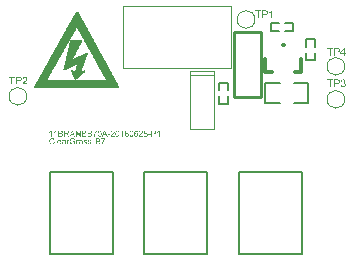
<source format=gto>
%FSLAX25Y25*%
%MOIN*%
G70*
G01*
G75*
%ADD10R,0.06299X0.05984*%
%ADD11C,0.03937*%
%ADD12R,0.06299X0.06693*%
%ADD13R,0.01969X0.02362*%
%ADD14R,0.03600X0.05000*%
%ADD15R,0.05118X0.04921*%
%ADD16R,0.02362X0.01969*%
%ADD17R,0.01575X0.05315*%
%ADD18C,0.01500*%
%ADD19C,0.05000*%
%ADD20C,0.01575*%
%ADD21C,0.01969*%
%ADD22C,0.03000*%
%ADD23C,0.03937*%
%ADD24C,0.05906*%
%ADD25R,0.03500X0.04000*%
%ADD26O,0.07087X0.03543*%
%ADD27O,0.03543X0.06693*%
%ADD28C,0.09843*%
%ADD29C,0.05118*%
%ADD30O,0.04724X0.07480*%
%ADD31C,0.03000*%
%ADD32C,0.02200*%
%ADD33C,0.00394*%
%ADD34C,0.00100*%
%ADD35C,0.00500*%
%ADD36C,0.01000*%
%ADD37C,0.00600*%
%ADD38C,0.01200*%
%ADD39C,0.00787*%
G36*
X35739Y-41479D02*
X35777Y-41485D01*
X35820Y-41494D01*
X35867Y-41505D01*
X35916Y-41520D01*
X35963Y-41543D01*
X35966D01*
X35969Y-41546D01*
X35983Y-41555D01*
X36007Y-41569D01*
X36036Y-41590D01*
X36068Y-41619D01*
X36103Y-41651D01*
X36134Y-41688D01*
X36167Y-41732D01*
X36169Y-41738D01*
X36181Y-41753D01*
X36193Y-41779D01*
X36213Y-41817D01*
X36230Y-41860D01*
X36254Y-41910D01*
X36274Y-41968D01*
X36292Y-42032D01*
Y-42035D01*
X36295Y-42041D01*
X36298Y-42049D01*
X36300Y-42064D01*
X36303Y-42081D01*
X36306Y-42102D01*
X36312Y-42128D01*
X36315Y-42157D01*
X36321Y-42189D01*
X36324Y-42224D01*
X36327Y-42265D01*
X36332Y-42305D01*
X36335Y-42352D01*
Y-42399D01*
X36338Y-42451D01*
Y-42506D01*
Y-42509D01*
Y-42521D01*
Y-42541D01*
Y-42564D01*
X36335Y-42596D01*
Y-42631D01*
X36332Y-42669D01*
X36329Y-42710D01*
X36321Y-42803D01*
X36306Y-42899D01*
X36289Y-42992D01*
X36277Y-43036D01*
X36263Y-43080D01*
Y-43082D01*
X36260Y-43088D01*
X36254Y-43100D01*
X36248Y-43114D01*
X36242Y-43135D01*
X36230Y-43155D01*
X36207Y-43205D01*
X36178Y-43257D01*
X36140Y-43315D01*
X36097Y-43368D01*
X36044Y-43417D01*
X36041D01*
X36039Y-43423D01*
X36030Y-43429D01*
X36018Y-43435D01*
X36004Y-43443D01*
X35989Y-43455D01*
X35945Y-43475D01*
X35893Y-43496D01*
X35832Y-43516D01*
X35759Y-43528D01*
X35680Y-43534D01*
X35651D01*
X35631Y-43531D01*
X35608Y-43528D01*
X35579Y-43522D01*
X35547Y-43516D01*
X35512Y-43507D01*
X35477Y-43496D01*
X35439Y-43484D01*
X35401Y-43466D01*
X35363Y-43446D01*
X35326Y-43423D01*
X35288Y-43394D01*
X35253Y-43362D01*
X35221Y-43327D01*
X35218Y-43324D01*
X35212Y-43315D01*
X35203Y-43301D01*
X35189Y-43277D01*
X35174Y-43251D01*
X35160Y-43216D01*
X35139Y-43176D01*
X35122Y-43129D01*
X35104Y-43077D01*
X35087Y-43016D01*
X35070Y-42949D01*
X35055Y-42873D01*
X35040Y-42791D01*
X35032Y-42704D01*
X35026Y-42608D01*
X35023Y-42506D01*
Y-42503D01*
Y-42492D01*
Y-42471D01*
Y-42448D01*
X35026Y-42416D01*
Y-42381D01*
X35029Y-42343D01*
X35032Y-42300D01*
X35040Y-42209D01*
X35055Y-42113D01*
X35072Y-42017D01*
X35084Y-41974D01*
X35096Y-41930D01*
Y-41927D01*
X35099Y-41921D01*
X35104Y-41910D01*
X35110Y-41895D01*
X35116Y-41875D01*
X35128Y-41854D01*
X35151Y-41805D01*
X35180Y-41753D01*
X35218Y-41697D01*
X35261Y-41642D01*
X35314Y-41595D01*
X35317D01*
X35320Y-41590D01*
X35328Y-41584D01*
X35340Y-41578D01*
X35355Y-41566D01*
X35372Y-41558D01*
X35416Y-41534D01*
X35468Y-41514D01*
X35529Y-41494D01*
X35602Y-41482D01*
X35680Y-41476D01*
X35707D01*
X35739Y-41479D01*
D02*
G37*
G36*
X23412Y-43499D02*
X23135D01*
X22082Y-41918D01*
Y-43499D01*
X21826D01*
Y-41485D01*
X22100D01*
X23156Y-43068D01*
Y-41485D01*
X23412D01*
Y-43499D01*
D02*
G37*
G36*
X33257Y-42893D02*
X32491D01*
Y-42646D01*
X33257D01*
Y-42893D01*
D02*
G37*
G36*
X45656Y-41747D02*
X44850D01*
X44742Y-42291D01*
X44745Y-42288D01*
X44751Y-42285D01*
X44760Y-42279D01*
X44774Y-42270D01*
X44792Y-42262D01*
X44812Y-42250D01*
X44859Y-42227D01*
X44917Y-42204D01*
X44981Y-42183D01*
X45051Y-42169D01*
X45086Y-42163D01*
X45150D01*
X45167Y-42166D01*
X45190Y-42169D01*
X45217Y-42172D01*
X45246Y-42177D01*
X45278Y-42186D01*
X45348Y-42206D01*
X45385Y-42221D01*
X45423Y-42241D01*
X45461Y-42262D01*
X45499Y-42285D01*
X45534Y-42314D01*
X45569Y-42346D01*
X45572Y-42349D01*
X45577Y-42355D01*
X45586Y-42364D01*
X45598Y-42378D01*
X45612Y-42399D01*
X45627Y-42419D01*
X45644Y-42445D01*
X45662Y-42474D01*
X45676Y-42506D01*
X45694Y-42541D01*
X45708Y-42582D01*
X45723Y-42623D01*
X45735Y-42666D01*
X45743Y-42716D01*
X45749Y-42765D01*
X45752Y-42818D01*
Y-42821D01*
Y-42829D01*
Y-42844D01*
X45749Y-42864D01*
X45746Y-42887D01*
X45743Y-42914D01*
X45737Y-42946D01*
X45732Y-42978D01*
X45714Y-43053D01*
X45685Y-43132D01*
X45668Y-43173D01*
X45644Y-43211D01*
X45621Y-43251D01*
X45592Y-43289D01*
X45589Y-43292D01*
X45583Y-43301D01*
X45572Y-43312D01*
X45557Y-43327D01*
X45537Y-43344D01*
X45513Y-43368D01*
X45484Y-43388D01*
X45452Y-43411D01*
X45417Y-43435D01*
X45377Y-43455D01*
X45333Y-43475D01*
X45287Y-43496D01*
X45237Y-43510D01*
X45182Y-43522D01*
X45123Y-43531D01*
X45062Y-43534D01*
X45036D01*
X45016Y-43531D01*
X44993Y-43528D01*
X44966Y-43525D01*
X44934Y-43522D01*
X44902Y-43513D01*
X44830Y-43496D01*
X44757Y-43470D01*
X44719Y-43452D01*
X44681Y-43432D01*
X44646Y-43408D01*
X44611Y-43382D01*
X44608Y-43379D01*
X44603Y-43376D01*
X44597Y-43365D01*
X44585Y-43353D01*
X44571Y-43339D01*
X44556Y-43321D01*
X44539Y-43298D01*
X44524Y-43272D01*
X44507Y-43245D01*
X44489Y-43213D01*
X44457Y-43143D01*
X44431Y-43062D01*
X44422Y-43018D01*
X44416Y-42972D01*
X44675Y-42952D01*
Y-42954D01*
Y-42960D01*
X44678Y-42969D01*
X44681Y-42983D01*
X44690Y-43016D01*
X44701Y-43059D01*
X44719Y-43103D01*
X44742Y-43152D01*
X44771Y-43196D01*
X44806Y-43237D01*
X44812Y-43240D01*
X44824Y-43251D01*
X44847Y-43266D01*
X44879Y-43283D01*
X44914Y-43301D01*
X44958Y-43315D01*
X45007Y-43327D01*
X45062Y-43330D01*
X45080D01*
X45092Y-43327D01*
X45126Y-43324D01*
X45167Y-43312D01*
X45217Y-43298D01*
X45266Y-43275D01*
X45318Y-43240D01*
X45342Y-43219D01*
X45365Y-43196D01*
X45368Y-43193D01*
X45371Y-43190D01*
X45377Y-43181D01*
X45385Y-43173D01*
X45406Y-43141D01*
X45429Y-43100D01*
X45449Y-43050D01*
X45470Y-42989D01*
X45484Y-42917D01*
X45490Y-42879D01*
Y-42838D01*
Y-42835D01*
Y-42829D01*
Y-42818D01*
X45487Y-42803D01*
Y-42786D01*
X45484Y-42765D01*
X45476Y-42719D01*
X45461Y-42663D01*
X45441Y-42608D01*
X45412Y-42556D01*
X45371Y-42506D01*
Y-42503D01*
X45365Y-42500D01*
X45351Y-42486D01*
X45324Y-42465D01*
X45289Y-42442D01*
X45243Y-42422D01*
X45190Y-42401D01*
X45129Y-42387D01*
X45094Y-42381D01*
X45039D01*
X45016Y-42384D01*
X44987Y-42387D01*
X44952Y-42396D01*
X44917Y-42404D01*
X44879Y-42419D01*
X44841Y-42436D01*
X44838Y-42439D01*
X44827Y-42445D01*
X44809Y-42460D01*
X44786Y-42474D01*
X44763Y-42495D01*
X44739Y-42521D01*
X44713Y-42547D01*
X44693Y-42579D01*
X44460Y-42547D01*
X44655Y-41511D01*
X45656D01*
Y-41747D01*
D02*
G37*
G36*
X13742Y-43499D02*
X13495D01*
Y-41924D01*
X13492Y-41927D01*
X13477Y-41939D01*
X13460Y-41956D01*
X13431Y-41977D01*
X13399Y-42003D01*
X13358Y-42032D01*
X13311Y-42064D01*
X13259Y-42096D01*
X13256D01*
X13253Y-42099D01*
X13236Y-42110D01*
X13207Y-42125D01*
X13172Y-42143D01*
X13131Y-42163D01*
X13087Y-42183D01*
X13044Y-42204D01*
X13000Y-42221D01*
Y-41982D01*
X13003D01*
X13009Y-41977D01*
X13020Y-41974D01*
X13035Y-41965D01*
X13052Y-41956D01*
X13073Y-41945D01*
X13122Y-41916D01*
X13180Y-41884D01*
X13239Y-41843D01*
X13300Y-41796D01*
X13361Y-41747D01*
X13364Y-41744D01*
X13367Y-41741D01*
X13375Y-41732D01*
X13387Y-41723D01*
X13413Y-41694D01*
X13448Y-41659D01*
X13483Y-41619D01*
X13521Y-41572D01*
X13553Y-41526D01*
X13582Y-41476D01*
X13742D01*
Y-43499D01*
D02*
G37*
G36*
X40435Y-41479D02*
X40473Y-41485D01*
X40517Y-41494D01*
X40563Y-41505D01*
X40613Y-41520D01*
X40660Y-41543D01*
X40663D01*
X40665Y-41546D01*
X40680Y-41555D01*
X40703Y-41569D01*
X40732Y-41590D01*
X40764Y-41619D01*
X40799Y-41651D01*
X40831Y-41688D01*
X40863Y-41732D01*
X40866Y-41738D01*
X40878Y-41753D01*
X40889Y-41779D01*
X40910Y-41817D01*
X40927Y-41860D01*
X40951Y-41910D01*
X40971Y-41968D01*
X40988Y-42032D01*
Y-42035D01*
X40991Y-42041D01*
X40994Y-42049D01*
X40997Y-42064D01*
X41000Y-42081D01*
X41003Y-42102D01*
X41009Y-42128D01*
X41012Y-42157D01*
X41017Y-42189D01*
X41020Y-42224D01*
X41023Y-42265D01*
X41029Y-42305D01*
X41032Y-42352D01*
Y-42399D01*
X41035Y-42451D01*
Y-42506D01*
Y-42509D01*
Y-42521D01*
Y-42541D01*
Y-42564D01*
X41032Y-42596D01*
Y-42631D01*
X41029Y-42669D01*
X41026Y-42710D01*
X41017Y-42803D01*
X41003Y-42899D01*
X40986Y-42992D01*
X40974Y-43036D01*
X40959Y-43080D01*
Y-43082D01*
X40956Y-43088D01*
X40951Y-43100D01*
X40945Y-43114D01*
X40939Y-43135D01*
X40927Y-43155D01*
X40904Y-43205D01*
X40875Y-43257D01*
X40837Y-43315D01*
X40793Y-43368D01*
X40741Y-43417D01*
X40738D01*
X40735Y-43423D01*
X40727Y-43429D01*
X40715Y-43435D01*
X40700Y-43443D01*
X40686Y-43455D01*
X40642Y-43475D01*
X40590Y-43496D01*
X40529Y-43516D01*
X40456Y-43528D01*
X40377Y-43534D01*
X40348D01*
X40328Y-43531D01*
X40304Y-43528D01*
X40275Y-43522D01*
X40243Y-43516D01*
X40209Y-43507D01*
X40174Y-43496D01*
X40136Y-43484D01*
X40098Y-43466D01*
X40060Y-43446D01*
X40022Y-43423D01*
X39984Y-43394D01*
X39950Y-43362D01*
X39917Y-43327D01*
X39915Y-43324D01*
X39909Y-43315D01*
X39900Y-43301D01*
X39886Y-43277D01*
X39871Y-43251D01*
X39856Y-43216D01*
X39836Y-43176D01*
X39819Y-43129D01*
X39801Y-43077D01*
X39784Y-43016D01*
X39766Y-42949D01*
X39752Y-42873D01*
X39737Y-42791D01*
X39728Y-42704D01*
X39722Y-42608D01*
X39720Y-42506D01*
Y-42503D01*
Y-42492D01*
Y-42471D01*
Y-42448D01*
X39722Y-42416D01*
Y-42381D01*
X39726Y-42343D01*
X39728Y-42300D01*
X39737Y-42209D01*
X39752Y-42113D01*
X39769Y-42017D01*
X39781Y-41974D01*
X39792Y-41930D01*
Y-41927D01*
X39795Y-41921D01*
X39801Y-41910D01*
X39807Y-41895D01*
X39813Y-41875D01*
X39824Y-41854D01*
X39848Y-41805D01*
X39877Y-41753D01*
X39915Y-41697D01*
X39958Y-41642D01*
X40011Y-41595D01*
X40014D01*
X40016Y-41590D01*
X40025Y-41584D01*
X40037Y-41578D01*
X40051Y-41566D01*
X40069Y-41558D01*
X40113Y-41534D01*
X40165Y-41514D01*
X40226Y-41494D01*
X40299Y-41482D01*
X40377Y-41476D01*
X40404D01*
X40435Y-41479D01*
D02*
G37*
G36*
X20796Y-44001D02*
X20819D01*
X20875Y-44007D01*
X20936Y-44016D01*
X21000Y-44030D01*
X21069Y-44048D01*
X21136Y-44071D01*
X21139D01*
X21145Y-44074D01*
X21154Y-44077D01*
X21166Y-44083D01*
X21197Y-44100D01*
X21238Y-44121D01*
X21282Y-44150D01*
X21328Y-44185D01*
X21372Y-44223D01*
X21413Y-44269D01*
X21419Y-44275D01*
X21430Y-44293D01*
X21448Y-44319D01*
X21471Y-44357D01*
X21494Y-44403D01*
X21520Y-44461D01*
X21547Y-44525D01*
X21567Y-44598D01*
X21326Y-44662D01*
Y-44659D01*
X21323Y-44656D01*
X21320Y-44647D01*
X21317Y-44636D01*
X21308Y-44610D01*
X21296Y-44575D01*
X21279Y-44534D01*
X21259Y-44496D01*
X21238Y-44455D01*
X21212Y-44420D01*
X21209Y-44418D01*
X21200Y-44406D01*
X21183Y-44391D01*
X21162Y-44371D01*
X21136Y-44348D01*
X21101Y-44324D01*
X21064Y-44301D01*
X21020Y-44281D01*
X21014Y-44278D01*
X21000Y-44272D01*
X20973Y-44263D01*
X20938Y-44252D01*
X20898Y-44243D01*
X20851Y-44234D01*
X20799Y-44228D01*
X20743Y-44225D01*
X20711D01*
X20697Y-44228D01*
X20680D01*
X20636Y-44231D01*
X20586Y-44240D01*
X20531Y-44249D01*
X20479Y-44263D01*
X20426Y-44284D01*
X20421Y-44287D01*
X20403Y-44293D01*
X20380Y-44307D01*
X20351Y-44322D01*
X20316Y-44345D01*
X20278Y-44368D01*
X20243Y-44397D01*
X20211Y-44429D01*
X20208Y-44432D01*
X20196Y-44444D01*
X20182Y-44464D01*
X20164Y-44487D01*
X20144Y-44517D01*
X20124Y-44551D01*
X20103Y-44589D01*
X20083Y-44630D01*
Y-44633D01*
X20080Y-44639D01*
X20077Y-44647D01*
X20071Y-44662D01*
X20065Y-44679D01*
X20060Y-44700D01*
X20051Y-44723D01*
X20045Y-44749D01*
X20031Y-44810D01*
X20019Y-44880D01*
X20010Y-44953D01*
X20007Y-45035D01*
Y-45037D01*
Y-45046D01*
Y-45061D01*
X20010Y-45078D01*
Y-45101D01*
X20013Y-45131D01*
X20016Y-45160D01*
X20019Y-45192D01*
X20031Y-45264D01*
X20045Y-45340D01*
X20068Y-45416D01*
X20098Y-45489D01*
Y-45491D01*
X20103Y-45497D01*
X20106Y-45506D01*
X20115Y-45518D01*
X20135Y-45550D01*
X20167Y-45590D01*
X20205Y-45634D01*
X20252Y-45678D01*
X20307Y-45718D01*
X20368Y-45756D01*
X20371D01*
X20377Y-45759D01*
X20386Y-45765D01*
X20400Y-45771D01*
X20415Y-45777D01*
X20435Y-45782D01*
X20482Y-45800D01*
X20540Y-45814D01*
X20604Y-45829D01*
X20674Y-45841D01*
X20746Y-45843D01*
X20775D01*
X20793Y-45841D01*
X20810D01*
X20854Y-45835D01*
X20907Y-45829D01*
X20962Y-45817D01*
X21023Y-45800D01*
X21084Y-45779D01*
X21087D01*
X21093Y-45777D01*
X21099Y-45774D01*
X21110Y-45768D01*
X21142Y-45753D01*
X21177Y-45736D01*
X21218Y-45715D01*
X21261Y-45692D01*
X21302Y-45666D01*
X21337Y-45637D01*
Y-45259D01*
X20743D01*
Y-45020D01*
X21599D01*
Y-45768D01*
X21596Y-45771D01*
X21590Y-45774D01*
X21579Y-45782D01*
X21564Y-45794D01*
X21547Y-45806D01*
X21526Y-45820D01*
X21500Y-45838D01*
X21474Y-45855D01*
X21413Y-45893D01*
X21343Y-45934D01*
X21270Y-45972D01*
X21192Y-46003D01*
X21189D01*
X21183Y-46006D01*
X21171Y-46009D01*
X21157Y-46015D01*
X21136Y-46021D01*
X21113Y-46030D01*
X21087Y-46036D01*
X21061Y-46041D01*
X20997Y-46056D01*
X20924Y-46071D01*
X20845Y-46079D01*
X20764Y-46082D01*
X20735D01*
X20714Y-46079D01*
X20688D01*
X20656Y-46076D01*
X20621Y-46071D01*
X20583Y-46068D01*
X20499Y-46050D01*
X20409Y-46030D01*
X20316Y-45998D01*
X20269Y-45980D01*
X20223Y-45957D01*
X20220Y-45954D01*
X20211Y-45951D01*
X20199Y-45942D01*
X20182Y-45934D01*
X20162Y-45919D01*
X20141Y-45905D01*
X20086Y-45864D01*
X20028Y-45812D01*
X19966Y-45747D01*
X19908Y-45675D01*
X19856Y-45590D01*
Y-45587D01*
X19850Y-45579D01*
X19844Y-45567D01*
X19836Y-45547D01*
X19827Y-45526D01*
X19818Y-45497D01*
X19806Y-45468D01*
X19795Y-45433D01*
X19783Y-45395D01*
X19772Y-45352D01*
X19763Y-45308D01*
X19754Y-45261D01*
X19740Y-45160D01*
X19734Y-45052D01*
Y-45049D01*
Y-45037D01*
Y-45023D01*
X19737Y-45002D01*
Y-44976D01*
X19740Y-44944D01*
X19745Y-44912D01*
X19748Y-44875D01*
X19757Y-44834D01*
X19763Y-44790D01*
X19786Y-44697D01*
X19815Y-44601D01*
X19856Y-44505D01*
X19859Y-44502D01*
X19862Y-44493D01*
X19868Y-44482D01*
X19879Y-44464D01*
X19891Y-44441D01*
X19905Y-44418D01*
X19946Y-44362D01*
X19996Y-44298D01*
X20057Y-44237D01*
X20127Y-44176D01*
X20167Y-44150D01*
X20208Y-44124D01*
X20211Y-44121D01*
X20220Y-44118D01*
X20231Y-44112D01*
X20249Y-44103D01*
X20272Y-44095D01*
X20298Y-44083D01*
X20327Y-44071D01*
X20362Y-44060D01*
X20400Y-44048D01*
X20441Y-44039D01*
X20484Y-44028D01*
X20531Y-44019D01*
X20633Y-44004D01*
X20685Y-43999D01*
X20778D01*
X20796Y-44001D01*
D02*
G37*
G36*
X22542Y-44557D02*
X22574Y-44563D01*
X22612Y-44575D01*
X22652Y-44589D01*
X22699Y-44610D01*
X22749Y-44636D01*
X22658Y-44863D01*
X22655Y-44860D01*
X22644Y-44854D01*
X22626Y-44845D01*
X22603Y-44837D01*
X22577Y-44828D01*
X22545Y-44819D01*
X22513Y-44813D01*
X22481Y-44810D01*
X22466D01*
X22452Y-44813D01*
X22431Y-44816D01*
X22411Y-44822D01*
X22385Y-44831D01*
X22359Y-44842D01*
X22335Y-44860D01*
X22332Y-44863D01*
X22324Y-44869D01*
X22315Y-44880D01*
X22300Y-44895D01*
X22286Y-44915D01*
X22271Y-44938D01*
X22257Y-44965D01*
X22245Y-44997D01*
X22242Y-45002D01*
X22239Y-45020D01*
X22233Y-45046D01*
X22225Y-45081D01*
X22216Y-45125D01*
X22210Y-45174D01*
X22207Y-45227D01*
X22204Y-45285D01*
Y-46047D01*
X21957D01*
Y-44586D01*
X22181D01*
Y-44807D01*
X22184Y-44805D01*
X22196Y-44784D01*
X22210Y-44758D01*
X22233Y-44726D01*
X22257Y-44694D01*
X22283Y-44659D01*
X22309Y-44630D01*
X22335Y-44607D01*
X22338Y-44604D01*
X22347Y-44598D01*
X22364Y-44589D01*
X22382Y-44581D01*
X22405Y-44572D01*
X22434Y-44563D01*
X22463Y-44557D01*
X22495Y-44554D01*
X22516D01*
X22542Y-44557D01*
D02*
G37*
G36*
X19417D02*
X19449Y-44563D01*
X19486Y-44575D01*
X19527Y-44589D01*
X19574Y-44610D01*
X19623Y-44636D01*
X19533Y-44863D01*
X19530Y-44860D01*
X19518Y-44854D01*
X19501Y-44845D01*
X19478Y-44837D01*
X19452Y-44828D01*
X19420Y-44819D01*
X19387Y-44813D01*
X19355Y-44810D01*
X19341D01*
X19326Y-44813D01*
X19306Y-44816D01*
X19286Y-44822D01*
X19259Y-44831D01*
X19233Y-44842D01*
X19210Y-44860D01*
X19207Y-44863D01*
X19198Y-44869D01*
X19190Y-44880D01*
X19175Y-44895D01*
X19161Y-44915D01*
X19146Y-44938D01*
X19131Y-44965D01*
X19120Y-44997D01*
X19117Y-45002D01*
X19114Y-45020D01*
X19108Y-45046D01*
X19099Y-45081D01*
X19091Y-45125D01*
X19085Y-45174D01*
X19082Y-45227D01*
X19079Y-45285D01*
Y-46047D01*
X18832D01*
Y-44586D01*
X19056D01*
Y-44807D01*
X19059Y-44805D01*
X19070Y-44784D01*
X19085Y-44758D01*
X19108Y-44726D01*
X19131Y-44694D01*
X19158Y-44659D01*
X19184Y-44630D01*
X19210Y-44607D01*
X19213Y-44604D01*
X19222Y-44598D01*
X19239Y-44589D01*
X19256Y-44581D01*
X19280Y-44572D01*
X19309Y-44563D01*
X19338Y-44557D01*
X19370Y-44554D01*
X19390D01*
X19417Y-44557D01*
D02*
G37*
G36*
X46718Y-42893D02*
X45953D01*
Y-42646D01*
X46718D01*
Y-42893D01*
D02*
G37*
G36*
X29794Y-41479D02*
X29831Y-41485D01*
X29875Y-41494D01*
X29922Y-41505D01*
X29971Y-41520D01*
X30018Y-41543D01*
X30021D01*
X30024Y-41546D01*
X30038Y-41555D01*
X30061Y-41569D01*
X30090Y-41590D01*
X30122Y-41619D01*
X30157Y-41651D01*
X30189Y-41688D01*
X30221Y-41732D01*
X30224Y-41738D01*
X30236Y-41753D01*
X30248Y-41779D01*
X30268Y-41817D01*
X30285Y-41860D01*
X30309Y-41910D01*
X30329Y-41968D01*
X30347Y-42032D01*
Y-42035D01*
X30349Y-42041D01*
X30352Y-42049D01*
X30355Y-42064D01*
X30358Y-42081D01*
X30361Y-42102D01*
X30367Y-42128D01*
X30370Y-42157D01*
X30376Y-42189D01*
X30378Y-42224D01*
X30381Y-42265D01*
X30387Y-42305D01*
X30390Y-42352D01*
Y-42399D01*
X30393Y-42451D01*
Y-42506D01*
Y-42509D01*
Y-42521D01*
Y-42541D01*
Y-42564D01*
X30390Y-42596D01*
Y-42631D01*
X30387Y-42669D01*
X30384Y-42710D01*
X30376Y-42803D01*
X30361Y-42899D01*
X30344Y-42992D01*
X30332Y-43036D01*
X30317Y-43080D01*
Y-43082D01*
X30314Y-43088D01*
X30309Y-43100D01*
X30303Y-43114D01*
X30297Y-43135D01*
X30285Y-43155D01*
X30262Y-43205D01*
X30233Y-43257D01*
X30195Y-43315D01*
X30152Y-43368D01*
X30099Y-43417D01*
X30096D01*
X30093Y-43423D01*
X30085Y-43429D01*
X30073Y-43435D01*
X30058Y-43443D01*
X30044Y-43455D01*
X30000Y-43475D01*
X29948Y-43496D01*
X29887Y-43516D01*
X29814Y-43528D01*
X29735Y-43534D01*
X29706D01*
X29686Y-43531D01*
X29663Y-43528D01*
X29634Y-43522D01*
X29602Y-43516D01*
X29567Y-43507D01*
X29532Y-43496D01*
X29494Y-43484D01*
X29456Y-43466D01*
X29418Y-43446D01*
X29380Y-43423D01*
X29343Y-43394D01*
X29308Y-43362D01*
X29276Y-43327D01*
X29273Y-43324D01*
X29267Y-43315D01*
X29258Y-43301D01*
X29244Y-43277D01*
X29229Y-43251D01*
X29215Y-43216D01*
X29194Y-43176D01*
X29177Y-43129D01*
X29159Y-43077D01*
X29142Y-43016D01*
X29124Y-42949D01*
X29110Y-42873D01*
X29095Y-42791D01*
X29087Y-42704D01*
X29081Y-42608D01*
X29078Y-42506D01*
Y-42503D01*
Y-42492D01*
Y-42471D01*
Y-42448D01*
X29081Y-42416D01*
Y-42381D01*
X29084Y-42343D01*
X29087Y-42300D01*
X29095Y-42209D01*
X29110Y-42113D01*
X29127Y-42017D01*
X29139Y-41974D01*
X29151Y-41930D01*
Y-41927D01*
X29153Y-41921D01*
X29159Y-41910D01*
X29165Y-41895D01*
X29171Y-41875D01*
X29182Y-41854D01*
X29206Y-41805D01*
X29235Y-41753D01*
X29273Y-41697D01*
X29316Y-41642D01*
X29369Y-41595D01*
X29372D01*
X29375Y-41590D01*
X29383Y-41584D01*
X29395Y-41578D01*
X29410Y-41566D01*
X29427Y-41558D01*
X29471Y-41534D01*
X29523Y-41514D01*
X29584Y-41494D01*
X29657Y-41482D01*
X29735Y-41476D01*
X29762D01*
X29794Y-41479D01*
D02*
G37*
G36*
X13998Y-44001D02*
X14024Y-44004D01*
X14056Y-44007D01*
X14088Y-44010D01*
X14126Y-44019D01*
X14205Y-44036D01*
X14292Y-44063D01*
X14336Y-44080D01*
X14376Y-44100D01*
X14417Y-44127D01*
X14458Y-44153D01*
X14461Y-44156D01*
X14467Y-44159D01*
X14478Y-44167D01*
X14493Y-44182D01*
X14507Y-44196D01*
X14528Y-44217D01*
X14548Y-44240D01*
X14571Y-44263D01*
X14595Y-44293D01*
X14618Y-44327D01*
X14644Y-44362D01*
X14667Y-44400D01*
X14688Y-44444D01*
X14711Y-44487D01*
X14728Y-44534D01*
X14746Y-44586D01*
X14484Y-44647D01*
Y-44645D01*
X14481Y-44639D01*
X14475Y-44627D01*
X14470Y-44613D01*
X14464Y-44595D01*
X14455Y-44572D01*
X14432Y-44525D01*
X14403Y-44473D01*
X14368Y-44420D01*
X14324Y-44371D01*
X14277Y-44327D01*
X14272Y-44322D01*
X14254Y-44310D01*
X14225Y-44295D01*
X14187Y-44275D01*
X14138Y-44258D01*
X14083Y-44240D01*
X14016Y-44228D01*
X13943Y-44225D01*
X13920D01*
X13905Y-44228D01*
X13885D01*
X13861Y-44231D01*
X13806Y-44240D01*
X13745Y-44252D01*
X13681Y-44272D01*
X13614Y-44301D01*
X13553Y-44339D01*
X13550D01*
X13547Y-44345D01*
X13527Y-44359D01*
X13500Y-44383D01*
X13468Y-44418D01*
X13431Y-44461D01*
X13396Y-44511D01*
X13364Y-44572D01*
X13335Y-44639D01*
Y-44642D01*
X13332Y-44647D01*
X13329Y-44656D01*
X13326Y-44671D01*
X13320Y-44688D01*
X13314Y-44709D01*
X13306Y-44758D01*
X13294Y-44816D01*
X13282Y-44880D01*
X13276Y-44950D01*
X13273Y-45026D01*
Y-45029D01*
Y-45037D01*
Y-45052D01*
Y-45069D01*
X13276Y-45090D01*
Y-45116D01*
X13279Y-45145D01*
X13282Y-45177D01*
X13291Y-45247D01*
X13306Y-45323D01*
X13323Y-45398D01*
X13346Y-45474D01*
Y-45477D01*
X13349Y-45483D01*
X13355Y-45491D01*
X13361Y-45506D01*
X13378Y-45541D01*
X13405Y-45582D01*
X13437Y-45628D01*
X13477Y-45678D01*
X13524Y-45721D01*
X13579Y-45762D01*
X13582D01*
X13588Y-45765D01*
X13597Y-45771D01*
X13608Y-45777D01*
X13623Y-45782D01*
X13640Y-45791D01*
X13681Y-45809D01*
X13733Y-45826D01*
X13792Y-45841D01*
X13856Y-45852D01*
X13923Y-45855D01*
X13943D01*
X13960Y-45852D01*
X13981D01*
X14001Y-45849D01*
X14053Y-45838D01*
X14115Y-45823D01*
X14176Y-45800D01*
X14240Y-45768D01*
X14272Y-45750D01*
X14301Y-45727D01*
X14304Y-45724D01*
X14307Y-45721D01*
X14315Y-45713D01*
X14327Y-45704D01*
X14339Y-45689D01*
X14353Y-45672D01*
X14371Y-45654D01*
X14385Y-45631D01*
X14403Y-45605D01*
X14423Y-45576D01*
X14441Y-45547D01*
X14458Y-45512D01*
X14472Y-45474D01*
X14487Y-45433D01*
X14502Y-45390D01*
X14513Y-45343D01*
X14781Y-45410D01*
Y-45413D01*
X14778Y-45424D01*
X14772Y-45442D01*
X14763Y-45465D01*
X14755Y-45491D01*
X14743Y-45523D01*
X14728Y-45558D01*
X14711Y-45596D01*
X14670Y-45678D01*
X14618Y-45759D01*
X14586Y-45800D01*
X14554Y-45841D01*
X14519Y-45875D01*
X14478Y-45910D01*
X14475Y-45913D01*
X14470Y-45919D01*
X14455Y-45925D01*
X14441Y-45937D01*
X14417Y-45951D01*
X14394Y-45966D01*
X14362Y-45980D01*
X14330Y-45995D01*
X14292Y-46012D01*
X14251Y-46027D01*
X14208Y-46041D01*
X14161Y-46056D01*
X14112Y-46068D01*
X14059Y-46073D01*
X14004Y-46079D01*
X13946Y-46082D01*
X13914D01*
X13891Y-46079D01*
X13864D01*
X13832Y-46076D01*
X13797Y-46071D01*
X13757Y-46065D01*
X13672Y-46050D01*
X13585Y-46027D01*
X13498Y-45995D01*
X13457Y-45974D01*
X13416Y-45951D01*
X13413Y-45948D01*
X13407Y-45945D01*
X13396Y-45937D01*
X13384Y-45925D01*
X13367Y-45913D01*
X13346Y-45896D01*
X13323Y-45875D01*
X13300Y-45852D01*
X13276Y-45826D01*
X13250Y-45800D01*
X13198Y-45733D01*
X13148Y-45654D01*
X13105Y-45567D01*
Y-45564D01*
X13099Y-45555D01*
X13096Y-45541D01*
X13087Y-45523D01*
X13081Y-45500D01*
X13073Y-45471D01*
X13061Y-45439D01*
X13052Y-45404D01*
X13044Y-45366D01*
X13032Y-45323D01*
X13017Y-45232D01*
X13006Y-45131D01*
X13000Y-45026D01*
Y-45023D01*
Y-45011D01*
Y-44994D01*
X13003Y-44973D01*
Y-44944D01*
X13006Y-44915D01*
X13009Y-44877D01*
X13014Y-44840D01*
X13029Y-44755D01*
X13049Y-44662D01*
X13079Y-44569D01*
X13119Y-44479D01*
X13122Y-44476D01*
X13125Y-44467D01*
X13131Y-44455D01*
X13143Y-44441D01*
X13154Y-44420D01*
X13169Y-44397D01*
X13207Y-44345D01*
X13256Y-44287D01*
X13314Y-44228D01*
X13381Y-44170D01*
X13460Y-44121D01*
X13463Y-44118D01*
X13471Y-44115D01*
X13483Y-44109D01*
X13498Y-44100D01*
X13521Y-44092D01*
X13544Y-44083D01*
X13573Y-44071D01*
X13605Y-44060D01*
X13640Y-44048D01*
X13678Y-44036D01*
X13759Y-44019D01*
X13853Y-44004D01*
X13949Y-43999D01*
X13978D01*
X13998Y-44001D01*
D02*
G37*
G36*
X15308Y-43499D02*
X15060D01*
Y-41924D01*
X15057Y-41927D01*
X15043Y-41939D01*
X15025Y-41956D01*
X14996Y-41977D01*
X14964Y-42003D01*
X14923Y-42032D01*
X14877Y-42064D01*
X14825Y-42096D01*
X14822D01*
X14819Y-42099D01*
X14801Y-42110D01*
X14772Y-42125D01*
X14737Y-42143D01*
X14696Y-42163D01*
X14653Y-42183D01*
X14609Y-42204D01*
X14566Y-42221D01*
Y-41982D01*
X14569D01*
X14574Y-41977D01*
X14586Y-41974D01*
X14601Y-41965D01*
X14618Y-41956D01*
X14638Y-41945D01*
X14688Y-41916D01*
X14746Y-41884D01*
X14804Y-41843D01*
X14865Y-41796D01*
X14926Y-41747D01*
X14929Y-41744D01*
X14932Y-41741D01*
X14941Y-41732D01*
X14953Y-41723D01*
X14979Y-41694D01*
X15014Y-41659D01*
X15049Y-41619D01*
X15087Y-41572D01*
X15119Y-41526D01*
X15148Y-41476D01*
X15308D01*
Y-43499D01*
D02*
G37*
G36*
X34173Y-41479D02*
X34196Y-41482D01*
X34225Y-41485D01*
X34258Y-41491D01*
X34290Y-41497D01*
X34365Y-41517D01*
X34441Y-41546D01*
X34479Y-41563D01*
X34517Y-41584D01*
X34552Y-41610D01*
X34584Y-41639D01*
X34586Y-41642D01*
X34592Y-41645D01*
X34598Y-41657D01*
X34610Y-41668D01*
X34624Y-41683D01*
X34639Y-41703D01*
X34653Y-41723D01*
X34671Y-41750D01*
X34700Y-41805D01*
X34729Y-41875D01*
X34741Y-41910D01*
X34746Y-41950D01*
X34752Y-41991D01*
X34755Y-42035D01*
Y-42041D01*
Y-42055D01*
X34752Y-42079D01*
X34749Y-42110D01*
X34743Y-42145D01*
X34732Y-42186D01*
X34720Y-42230D01*
X34703Y-42273D01*
X34700Y-42279D01*
X34694Y-42294D01*
X34682Y-42317D01*
X34665Y-42349D01*
X34642Y-42384D01*
X34613Y-42428D01*
X34578Y-42471D01*
X34537Y-42521D01*
X34531Y-42527D01*
X34517Y-42544D01*
X34502Y-42559D01*
X34488Y-42573D01*
X34470Y-42591D01*
X34447Y-42614D01*
X34423Y-42637D01*
X34394Y-42663D01*
X34365Y-42693D01*
X34330Y-42724D01*
X34293Y-42757D01*
X34252Y-42794D01*
X34205Y-42832D01*
X34159Y-42873D01*
X34156Y-42876D01*
X34150Y-42882D01*
X34138Y-42890D01*
X34124Y-42902D01*
X34106Y-42919D01*
X34086Y-42937D01*
X34039Y-42975D01*
X33990Y-43018D01*
X33943Y-43062D01*
X33902Y-43100D01*
X33885Y-43114D01*
X33871Y-43129D01*
X33868Y-43132D01*
X33859Y-43141D01*
X33847Y-43152D01*
X33833Y-43170D01*
X33818Y-43190D01*
X33801Y-43211D01*
X33766Y-43260D01*
X34758D01*
Y-43499D01*
X33422D01*
Y-43496D01*
Y-43484D01*
Y-43466D01*
X33425Y-43443D01*
X33428Y-43417D01*
X33434Y-43388D01*
X33440Y-43359D01*
X33452Y-43327D01*
Y-43324D01*
X33454Y-43321D01*
X33460Y-43304D01*
X33472Y-43277D01*
X33489Y-43242D01*
X33513Y-43202D01*
X33542Y-43155D01*
X33574Y-43109D01*
X33614Y-43059D01*
Y-43056D01*
X33620Y-43053D01*
X33635Y-43036D01*
X33661Y-43010D01*
X33699Y-42972D01*
X33742Y-42928D01*
X33798Y-42876D01*
X33865Y-42818D01*
X33937Y-42757D01*
X33940Y-42754D01*
X33952Y-42745D01*
X33970Y-42730D01*
X33990Y-42713D01*
X34016Y-42690D01*
X34048Y-42663D01*
X34080Y-42634D01*
X34118Y-42602D01*
X34191Y-42532D01*
X34263Y-42463D01*
X34298Y-42428D01*
X34330Y-42393D01*
X34359Y-42361D01*
X34383Y-42329D01*
Y-42326D01*
X34389Y-42323D01*
X34394Y-42314D01*
X34400Y-42303D01*
X34420Y-42270D01*
X34444Y-42233D01*
X34464Y-42186D01*
X34484Y-42137D01*
X34496Y-42081D01*
X34502Y-42029D01*
Y-42026D01*
Y-42023D01*
X34499Y-42006D01*
X34496Y-41977D01*
X34488Y-41945D01*
X34476Y-41904D01*
X34455Y-41863D01*
X34429Y-41822D01*
X34394Y-41782D01*
X34389Y-41776D01*
X34374Y-41764D01*
X34354Y-41750D01*
X34322Y-41729D01*
X34281Y-41712D01*
X34234Y-41694D01*
X34179Y-41683D01*
X34118Y-41680D01*
X34100D01*
X34089Y-41683D01*
X34054Y-41686D01*
X34013Y-41694D01*
X33970Y-41706D01*
X33920Y-41726D01*
X33873Y-41753D01*
X33830Y-41787D01*
X33824Y-41793D01*
X33812Y-41808D01*
X33795Y-41831D01*
X33777Y-41866D01*
X33757Y-41907D01*
X33740Y-41959D01*
X33728Y-42017D01*
X33722Y-42084D01*
X33469Y-42058D01*
Y-42055D01*
X33472Y-42046D01*
Y-42032D01*
X33475Y-42011D01*
X33481Y-41988D01*
X33486Y-41962D01*
X33495Y-41930D01*
X33504Y-41898D01*
X33527Y-41828D01*
X33562Y-41758D01*
X33582Y-41723D01*
X33609Y-41688D01*
X33635Y-41657D01*
X33664Y-41627D01*
X33667Y-41625D01*
X33673Y-41622D01*
X33681Y-41613D01*
X33696Y-41604D01*
X33713Y-41592D01*
X33734Y-41581D01*
X33757Y-41566D01*
X33786Y-41552D01*
X33818Y-41537D01*
X33853Y-41523D01*
X33891Y-41511D01*
X33932Y-41499D01*
X33975Y-41491D01*
X34022Y-41482D01*
X34071Y-41479D01*
X34124Y-41476D01*
X34153D01*
X34173Y-41479D01*
D02*
G37*
G36*
X37520Y-43499D02*
X37272D01*
Y-41924D01*
X37269Y-41927D01*
X37255Y-41939D01*
X37237Y-41956D01*
X37208Y-41977D01*
X37176Y-42003D01*
X37136Y-42032D01*
X37089Y-42064D01*
X37037Y-42096D01*
X37034D01*
X37031Y-42099D01*
X37013Y-42110D01*
X36984Y-42125D01*
X36949Y-42143D01*
X36909Y-42163D01*
X36865Y-42183D01*
X36821Y-42204D01*
X36778Y-42221D01*
Y-41982D01*
X36781D01*
X36786Y-41977D01*
X36798Y-41974D01*
X36812Y-41965D01*
X36830Y-41956D01*
X36850Y-41945D01*
X36900Y-41916D01*
X36958Y-41884D01*
X37016Y-41843D01*
X37077Y-41796D01*
X37139Y-41747D01*
X37141Y-41744D01*
X37144Y-41741D01*
X37153Y-41732D01*
X37165Y-41723D01*
X37191Y-41694D01*
X37226Y-41659D01*
X37261Y-41619D01*
X37299Y-41572D01*
X37330Y-41526D01*
X37360Y-41476D01*
X37520D01*
Y-43499D01*
D02*
G37*
G36*
X43567Y-41479D02*
X43590Y-41482D01*
X43619Y-41485D01*
X43651Y-41491D01*
X43683Y-41497D01*
X43759Y-41517D01*
X43834Y-41546D01*
X43872Y-41563D01*
X43910Y-41584D01*
X43945Y-41610D01*
X43977Y-41639D01*
X43980Y-41642D01*
X43986Y-41645D01*
X43992Y-41657D01*
X44003Y-41668D01*
X44018Y-41683D01*
X44032Y-41703D01*
X44047Y-41723D01*
X44064Y-41750D01*
X44093Y-41805D01*
X44122Y-41875D01*
X44134Y-41910D01*
X44140Y-41950D01*
X44146Y-41991D01*
X44149Y-42035D01*
Y-42041D01*
Y-42055D01*
X44146Y-42079D01*
X44143Y-42110D01*
X44137Y-42145D01*
X44125Y-42186D01*
X44114Y-42230D01*
X44096Y-42273D01*
X44093Y-42279D01*
X44087Y-42294D01*
X44076Y-42317D01*
X44058Y-42349D01*
X44035Y-42384D01*
X44006Y-42428D01*
X43971Y-42471D01*
X43930Y-42521D01*
X43925Y-42527D01*
X43910Y-42544D01*
X43896Y-42559D01*
X43881Y-42573D01*
X43863Y-42591D01*
X43840Y-42614D01*
X43817Y-42637D01*
X43788Y-42663D01*
X43759Y-42693D01*
X43724Y-42724D01*
X43686Y-42757D01*
X43645Y-42794D01*
X43599Y-42832D01*
X43552Y-42873D01*
X43549Y-42876D01*
X43543Y-42882D01*
X43532Y-42890D01*
X43517Y-42902D01*
X43500Y-42919D01*
X43479Y-42937D01*
X43433Y-42975D01*
X43383Y-43018D01*
X43337Y-43062D01*
X43296Y-43100D01*
X43279Y-43114D01*
X43264Y-43129D01*
X43261Y-43132D01*
X43252Y-43141D01*
X43241Y-43152D01*
X43226Y-43170D01*
X43212Y-43190D01*
X43194Y-43211D01*
X43159Y-43260D01*
X44152D01*
Y-43499D01*
X42816D01*
Y-43496D01*
Y-43484D01*
Y-43466D01*
X42819Y-43443D01*
X42822Y-43417D01*
X42827Y-43388D01*
X42833Y-43359D01*
X42845Y-43327D01*
Y-43324D01*
X42848Y-43321D01*
X42854Y-43304D01*
X42865Y-43277D01*
X42883Y-43242D01*
X42906Y-43202D01*
X42935Y-43155D01*
X42967Y-43109D01*
X43008Y-43059D01*
Y-43056D01*
X43014Y-43053D01*
X43028Y-43036D01*
X43055Y-43010D01*
X43092Y-42972D01*
X43136Y-42928D01*
X43191Y-42876D01*
X43258Y-42818D01*
X43331Y-42757D01*
X43334Y-42754D01*
X43345Y-42745D01*
X43363Y-42730D01*
X43383Y-42713D01*
X43409Y-42690D01*
X43442Y-42663D01*
X43474Y-42634D01*
X43511Y-42602D01*
X43584Y-42532D01*
X43657Y-42463D01*
X43692Y-42428D01*
X43724Y-42393D01*
X43753Y-42361D01*
X43776Y-42329D01*
Y-42326D01*
X43782Y-42323D01*
X43788Y-42314D01*
X43794Y-42303D01*
X43814Y-42270D01*
X43837Y-42233D01*
X43858Y-42186D01*
X43878Y-42137D01*
X43890Y-42081D01*
X43896Y-42029D01*
Y-42026D01*
Y-42023D01*
X43893Y-42006D01*
X43890Y-41977D01*
X43881Y-41945D01*
X43869Y-41904D01*
X43849Y-41863D01*
X43823Y-41822D01*
X43788Y-41782D01*
X43782Y-41776D01*
X43767Y-41764D01*
X43747Y-41750D01*
X43715Y-41729D01*
X43674Y-41712D01*
X43628Y-41694D01*
X43573Y-41683D01*
X43511Y-41680D01*
X43494D01*
X43482Y-41683D01*
X43447Y-41686D01*
X43407Y-41694D01*
X43363Y-41706D01*
X43314Y-41726D01*
X43267Y-41753D01*
X43223Y-41787D01*
X43218Y-41793D01*
X43206Y-41808D01*
X43188Y-41831D01*
X43171Y-41866D01*
X43150Y-41907D01*
X43133Y-41959D01*
X43121Y-42017D01*
X43116Y-42084D01*
X42862Y-42058D01*
Y-42055D01*
X42865Y-42046D01*
Y-42032D01*
X42868Y-42011D01*
X42874Y-41988D01*
X42880Y-41962D01*
X42889Y-41930D01*
X42897Y-41898D01*
X42921Y-41828D01*
X42955Y-41758D01*
X42976Y-41723D01*
X43002Y-41688D01*
X43028Y-41657D01*
X43057Y-41627D01*
X43060Y-41625D01*
X43066Y-41622D01*
X43075Y-41613D01*
X43089Y-41604D01*
X43107Y-41592D01*
X43127Y-41581D01*
X43150Y-41566D01*
X43180Y-41552D01*
X43212Y-41537D01*
X43247Y-41523D01*
X43284Y-41511D01*
X43325Y-41499D01*
X43369Y-41491D01*
X43415Y-41482D01*
X43465Y-41479D01*
X43517Y-41476D01*
X43546D01*
X43567Y-41479D01*
D02*
G37*
G36*
X26537Y-41488D02*
X26561D01*
X26613Y-41494D01*
X26671Y-41499D01*
X26732Y-41511D01*
X26793Y-41526D01*
X26849Y-41546D01*
X26852D01*
X26855Y-41549D01*
X26872Y-41558D01*
X26898Y-41572D01*
X26927Y-41592D01*
X26962Y-41619D01*
X27000Y-41651D01*
X27035Y-41691D01*
X27067Y-41735D01*
X27070Y-41741D01*
X27079Y-41758D01*
X27093Y-41782D01*
X27108Y-41817D01*
X27122Y-41857D01*
X27137Y-41901D01*
X27145Y-41950D01*
X27148Y-42000D01*
Y-42006D01*
Y-42020D01*
X27145Y-42046D01*
X27140Y-42079D01*
X27131Y-42116D01*
X27116Y-42157D01*
X27099Y-42198D01*
X27076Y-42241D01*
X27073Y-42247D01*
X27064Y-42259D01*
X27047Y-42282D01*
X27023Y-42305D01*
X26994Y-42335D01*
X26959Y-42367D01*
X26916Y-42396D01*
X26866Y-42425D01*
X26869D01*
X26875Y-42428D01*
X26884Y-42431D01*
X26895Y-42436D01*
X26930Y-42448D01*
X26971Y-42468D01*
X27015Y-42495D01*
X27064Y-42527D01*
X27108Y-42564D01*
X27148Y-42611D01*
X27151Y-42617D01*
X27163Y-42634D01*
X27180Y-42660D01*
X27198Y-42695D01*
X27215Y-42742D01*
X27233Y-42791D01*
X27244Y-42850D01*
X27247Y-42914D01*
Y-42917D01*
Y-42919D01*
Y-42937D01*
X27244Y-42966D01*
X27239Y-43001D01*
X27233Y-43042D01*
X27221Y-43085D01*
X27207Y-43132D01*
X27186Y-43178D01*
X27183Y-43184D01*
X27175Y-43199D01*
X27163Y-43219D01*
X27145Y-43248D01*
X27122Y-43277D01*
X27099Y-43309D01*
X27070Y-43341D01*
X27038Y-43368D01*
X27035Y-43371D01*
X27023Y-43379D01*
X27003Y-43391D01*
X26977Y-43402D01*
X26945Y-43420D01*
X26907Y-43437D01*
X26866Y-43452D01*
X26817Y-43466D01*
X26811D01*
X26793Y-43472D01*
X26764Y-43475D01*
X26726Y-43481D01*
X26680Y-43487D01*
X26625Y-43493D01*
X26564Y-43496D01*
X26494Y-43499D01*
X25725D01*
Y-41485D01*
X26517D01*
X26537Y-41488D01*
D02*
G37*
G36*
X28833Y-41706D02*
X28830Y-41709D01*
X28825Y-41715D01*
X28813Y-41726D01*
X28801Y-41744D01*
X28784Y-41764D01*
X28761Y-41787D01*
X28737Y-41817D01*
X28711Y-41851D01*
X28685Y-41886D01*
X28653Y-41927D01*
X28621Y-41974D01*
X28589Y-42020D01*
X28554Y-42073D01*
X28519Y-42128D01*
X28484Y-42189D01*
X28449Y-42250D01*
X28446Y-42253D01*
X28440Y-42265D01*
X28432Y-42282D01*
X28417Y-42308D01*
X28403Y-42340D01*
X28385Y-42375D01*
X28365Y-42416D01*
X28344Y-42463D01*
X28321Y-42515D01*
X28295Y-42567D01*
X28272Y-42625D01*
X28248Y-42687D01*
X28202Y-42812D01*
X28158Y-42946D01*
Y-42949D01*
X28155Y-42957D01*
X28152Y-42972D01*
X28147Y-42989D01*
X28141Y-43013D01*
X28135Y-43042D01*
X28126Y-43074D01*
X28120Y-43109D01*
X28112Y-43149D01*
X28103Y-43193D01*
X28088Y-43286D01*
X28074Y-43388D01*
X28065Y-43499D01*
X27812D01*
Y-43496D01*
Y-43487D01*
Y-43475D01*
X27815Y-43458D01*
Y-43435D01*
X27818Y-43405D01*
X27821Y-43373D01*
X27824Y-43339D01*
X27829Y-43298D01*
X27835Y-43257D01*
X27844Y-43207D01*
X27853Y-43158D01*
X27861Y-43106D01*
X27873Y-43047D01*
X27902Y-42928D01*
Y-42925D01*
X27905Y-42914D01*
X27911Y-42896D01*
X27920Y-42870D01*
X27928Y-42841D01*
X27940Y-42806D01*
X27952Y-42765D01*
X27969Y-42722D01*
X27986Y-42672D01*
X28004Y-42623D01*
X28048Y-42512D01*
X28100Y-42396D01*
X28158Y-42279D01*
X28161Y-42276D01*
X28167Y-42265D01*
X28176Y-42250D01*
X28187Y-42227D01*
X28202Y-42201D01*
X28222Y-42169D01*
X28243Y-42134D01*
X28266Y-42096D01*
X28321Y-42011D01*
X28379Y-41924D01*
X28446Y-41834D01*
X28516Y-41750D01*
X27530D01*
Y-41511D01*
X28833D01*
Y-41706D01*
D02*
G37*
G36*
X32407Y-43499D02*
X32104D01*
X31868Y-42887D01*
X31025D01*
X30806Y-43499D01*
X30524D01*
X31292Y-41485D01*
X31583D01*
X32407Y-43499D01*
D02*
G37*
G36*
X21614D02*
X21311D01*
X21075Y-42887D01*
X20231D01*
X20013Y-43499D01*
X19731D01*
X20499Y-41485D01*
X20790D01*
X21614Y-43499D01*
D02*
G37*
G36*
X18881Y-41488D02*
X18907D01*
X18968Y-41491D01*
X19032Y-41499D01*
X19102Y-41508D01*
X19166Y-41523D01*
X19198Y-41531D01*
X19225Y-41540D01*
X19227D01*
X19230Y-41543D01*
X19248Y-41552D01*
X19274Y-41563D01*
X19306Y-41584D01*
X19341Y-41610D01*
X19379Y-41645D01*
X19414Y-41686D01*
X19449Y-41732D01*
Y-41735D01*
X19452Y-41738D01*
X19463Y-41756D01*
X19475Y-41785D01*
X19492Y-41822D01*
X19507Y-41866D01*
X19521Y-41918D01*
X19530Y-41974D01*
X19533Y-42035D01*
Y-42038D01*
Y-42044D01*
Y-42055D01*
X19530Y-42070D01*
Y-42090D01*
X19527Y-42110D01*
X19515Y-42160D01*
X19498Y-42218D01*
X19475Y-42279D01*
X19440Y-42340D01*
X19417Y-42369D01*
X19393Y-42399D01*
X19390Y-42401D01*
X19387Y-42404D01*
X19379Y-42413D01*
X19367Y-42422D01*
X19353Y-42434D01*
X19335Y-42445D01*
X19312Y-42460D01*
X19288Y-42477D01*
X19259Y-42492D01*
X19227Y-42506D01*
X19193Y-42524D01*
X19155Y-42538D01*
X19111Y-42550D01*
X19067Y-42564D01*
X19018Y-42573D01*
X18966Y-42582D01*
X18971Y-42585D01*
X18983Y-42591D01*
X19000Y-42602D01*
X19024Y-42614D01*
X19076Y-42646D01*
X19102Y-42666D01*
X19126Y-42684D01*
X19131Y-42690D01*
X19146Y-42704D01*
X19169Y-42727D01*
X19198Y-42757D01*
X19230Y-42797D01*
X19268Y-42841D01*
X19306Y-42893D01*
X19347Y-42952D01*
X19693Y-43499D01*
X19361D01*
X19096Y-43080D01*
Y-43077D01*
X19091Y-43071D01*
X19085Y-43062D01*
X19076Y-43050D01*
X19056Y-43018D01*
X19029Y-42978D01*
X18997Y-42934D01*
X18966Y-42887D01*
X18934Y-42844D01*
X18904Y-42803D01*
X18902Y-42800D01*
X18893Y-42788D01*
X18878Y-42771D01*
X18858Y-42751D01*
X18814Y-42707D01*
X18791Y-42687D01*
X18768Y-42669D01*
X18765Y-42666D01*
X18759Y-42663D01*
X18747Y-42658D01*
X18730Y-42649D01*
X18712Y-42640D01*
X18692Y-42631D01*
X18645Y-42617D01*
X18643D01*
X18637Y-42614D01*
X18625D01*
X18610Y-42611D01*
X18590Y-42608D01*
X18567D01*
X18535Y-42605D01*
X18192D01*
Y-43499D01*
X17924D01*
Y-41485D01*
X18858D01*
X18881Y-41488D01*
D02*
G37*
G36*
X16844D02*
X16867D01*
X16920Y-41494D01*
X16978Y-41499D01*
X17039Y-41511D01*
X17100Y-41526D01*
X17155Y-41546D01*
X17158D01*
X17161Y-41549D01*
X17179Y-41558D01*
X17205Y-41572D01*
X17234Y-41592D01*
X17269Y-41619D01*
X17307Y-41651D01*
X17342Y-41691D01*
X17374Y-41735D01*
X17377Y-41741D01*
X17385Y-41758D01*
X17400Y-41782D01*
X17414Y-41817D01*
X17429Y-41857D01*
X17444Y-41901D01*
X17452Y-41950D01*
X17455Y-42000D01*
Y-42006D01*
Y-42020D01*
X17452Y-42046D01*
X17447Y-42079D01*
X17438Y-42116D01*
X17423Y-42157D01*
X17406Y-42198D01*
X17382Y-42241D01*
X17380Y-42247D01*
X17371Y-42259D01*
X17353Y-42282D01*
X17330Y-42305D01*
X17301Y-42335D01*
X17266Y-42367D01*
X17222Y-42396D01*
X17173Y-42425D01*
X17176D01*
X17182Y-42428D01*
X17190Y-42431D01*
X17202Y-42436D01*
X17237Y-42448D01*
X17278Y-42468D01*
X17321Y-42495D01*
X17371Y-42527D01*
X17414Y-42564D01*
X17455Y-42611D01*
X17458Y-42617D01*
X17470Y-42634D01*
X17487Y-42660D01*
X17505Y-42695D01*
X17522Y-42742D01*
X17540Y-42791D01*
X17551Y-42850D01*
X17554Y-42914D01*
Y-42917D01*
Y-42919D01*
Y-42937D01*
X17551Y-42966D01*
X17545Y-43001D01*
X17540Y-43042D01*
X17528Y-43085D01*
X17513Y-43132D01*
X17493Y-43178D01*
X17490Y-43184D01*
X17481Y-43199D01*
X17470Y-43219D01*
X17452Y-43248D01*
X17429Y-43277D01*
X17406Y-43309D01*
X17377Y-43341D01*
X17345Y-43368D01*
X17342Y-43371D01*
X17330Y-43379D01*
X17310Y-43391D01*
X17284Y-43402D01*
X17252Y-43420D01*
X17214Y-43437D01*
X17173Y-43452D01*
X17123Y-43466D01*
X17118D01*
X17100Y-43472D01*
X17071Y-43475D01*
X17033Y-43481D01*
X16987Y-43487D01*
X16931Y-43493D01*
X16870Y-43496D01*
X16801Y-43499D01*
X16032D01*
Y-41485D01*
X16824D01*
X16844Y-41488D01*
D02*
G37*
G36*
X47891D02*
X47940Y-41491D01*
X47993Y-41494D01*
X48042Y-41499D01*
X48086Y-41505D01*
X48092D01*
X48112Y-41511D01*
X48138Y-41517D01*
X48173Y-41526D01*
X48211Y-41540D01*
X48252Y-41558D01*
X48295Y-41578D01*
X48333Y-41601D01*
X48339Y-41604D01*
X48351Y-41613D01*
X48368Y-41630D01*
X48391Y-41651D01*
X48418Y-41677D01*
X48444Y-41712D01*
X48473Y-41750D01*
X48496Y-41793D01*
X48499Y-41799D01*
X48505Y-41814D01*
X48517Y-41840D01*
X48528Y-41875D01*
X48537Y-41916D01*
X48549Y-41962D01*
X48554Y-42014D01*
X48557Y-42070D01*
Y-42073D01*
Y-42081D01*
Y-42093D01*
X48554Y-42113D01*
X48551Y-42134D01*
X48549Y-42160D01*
X48543Y-42189D01*
X48537Y-42221D01*
X48517Y-42288D01*
X48505Y-42323D01*
X48487Y-42361D01*
X48467Y-42399D01*
X48447Y-42434D01*
X48421Y-42468D01*
X48391Y-42503D01*
X48388Y-42506D01*
X48383Y-42512D01*
X48374Y-42521D01*
X48359Y-42529D01*
X48342Y-42544D01*
X48319Y-42559D01*
X48290Y-42576D01*
X48258Y-42591D01*
X48220Y-42608D01*
X48176Y-42625D01*
X48129Y-42640D01*
X48074Y-42652D01*
X48016Y-42663D01*
X47952Y-42672D01*
X47879Y-42678D01*
X47804Y-42681D01*
X47289D01*
Y-43499D01*
X47021D01*
Y-41485D01*
X47847D01*
X47891Y-41488D01*
D02*
G37*
G36*
X49727Y-43499D02*
X49480D01*
Y-41924D01*
X49477Y-41927D01*
X49462Y-41939D01*
X49445Y-41956D01*
X49416Y-41977D01*
X49384Y-42003D01*
X49343Y-42032D01*
X49296Y-42064D01*
X49244Y-42096D01*
X49241D01*
X49238Y-42099D01*
X49221Y-42110D01*
X49192Y-42125D01*
X49157Y-42143D01*
X49116Y-42163D01*
X49072Y-42183D01*
X49029Y-42204D01*
X48985Y-42221D01*
Y-41982D01*
X48988D01*
X48994Y-41977D01*
X49005Y-41974D01*
X49020Y-41965D01*
X49038Y-41956D01*
X49058Y-41945D01*
X49107Y-41916D01*
X49165Y-41884D01*
X49224Y-41843D01*
X49285Y-41796D01*
X49346Y-41747D01*
X49349Y-41744D01*
X49352Y-41741D01*
X49360Y-41732D01*
X49372Y-41723D01*
X49398Y-41694D01*
X49433Y-41659D01*
X49468Y-41619D01*
X49506Y-41572D01*
X49538Y-41526D01*
X49567Y-41476D01*
X49727D01*
Y-43499D01*
D02*
G37*
G36*
X24660Y-41488D02*
X24684D01*
X24736Y-41494D01*
X24794Y-41499D01*
X24855Y-41511D01*
X24916Y-41526D01*
X24972Y-41546D01*
X24975D01*
X24978Y-41549D01*
X24995Y-41558D01*
X25021Y-41572D01*
X25050Y-41592D01*
X25085Y-41619D01*
X25123Y-41651D01*
X25158Y-41691D01*
X25190Y-41735D01*
X25193Y-41741D01*
X25202Y-41758D01*
X25216Y-41782D01*
X25231Y-41817D01*
X25245Y-41857D01*
X25260Y-41901D01*
X25269Y-41950D01*
X25271Y-42000D01*
Y-42006D01*
Y-42020D01*
X25269Y-42046D01*
X25263Y-42079D01*
X25254Y-42116D01*
X25240Y-42157D01*
X25222Y-42198D01*
X25199Y-42241D01*
X25196Y-42247D01*
X25187Y-42259D01*
X25170Y-42282D01*
X25146Y-42305D01*
X25117Y-42335D01*
X25082Y-42367D01*
X25039Y-42396D01*
X24989Y-42425D01*
X24992D01*
X24998Y-42428D01*
X25007Y-42431D01*
X25018Y-42436D01*
X25053Y-42448D01*
X25094Y-42468D01*
X25138Y-42495D01*
X25187Y-42527D01*
X25231Y-42564D01*
X25271Y-42611D01*
X25274Y-42617D01*
X25286Y-42634D01*
X25304Y-42660D01*
X25321Y-42695D01*
X25338Y-42742D01*
X25356Y-42791D01*
X25368Y-42850D01*
X25370Y-42914D01*
Y-42917D01*
Y-42919D01*
Y-42937D01*
X25368Y-42966D01*
X25362Y-43001D01*
X25356Y-43042D01*
X25344Y-43085D01*
X25330Y-43132D01*
X25309Y-43178D01*
X25306Y-43184D01*
X25298Y-43199D01*
X25286Y-43219D01*
X25269Y-43248D01*
X25245Y-43277D01*
X25222Y-43309D01*
X25193Y-43341D01*
X25161Y-43368D01*
X25158Y-43371D01*
X25146Y-43379D01*
X25126Y-43391D01*
X25100Y-43402D01*
X25068Y-43420D01*
X25030Y-43437D01*
X24989Y-43452D01*
X24940Y-43466D01*
X24934D01*
X24916Y-43472D01*
X24887Y-43475D01*
X24849Y-43481D01*
X24803Y-43487D01*
X24748Y-43493D01*
X24687Y-43496D01*
X24617Y-43499D01*
X23848D01*
Y-41485D01*
X24640D01*
X24660Y-41488D01*
D02*
G37*
G36*
X107558Y-24717D02*
X106728D01*
Y-26937D01*
X106393D01*
Y-24717D01*
X105563D01*
Y-24418D01*
X107558D01*
Y-24717D01*
D02*
G37*
G36*
X108992Y-24422D02*
X109054Y-24425D01*
X109119Y-24429D01*
X109181Y-24436D01*
X109236Y-24444D01*
X109243D01*
X109268Y-24451D01*
X109301Y-24458D01*
X109345Y-24469D01*
X109392Y-24487D01*
X109443Y-24509D01*
X109498Y-24535D01*
X109545Y-24564D01*
X109552Y-24567D01*
X109567Y-24578D01*
X109589Y-24600D01*
X109618Y-24626D01*
X109651Y-24658D01*
X109684Y-24702D01*
X109720Y-24749D01*
X109749Y-24804D01*
X109753Y-24811D01*
X109760Y-24829D01*
X109774Y-24862D01*
X109789Y-24906D01*
X109800Y-24957D01*
X109815Y-25015D01*
X109822Y-25081D01*
X109825Y-25150D01*
Y-25153D01*
Y-25164D01*
Y-25179D01*
X109822Y-25204D01*
X109818Y-25230D01*
X109815Y-25263D01*
X109807Y-25299D01*
X109800Y-25339D01*
X109774Y-25423D01*
X109760Y-25466D01*
X109738Y-25514D01*
X109713Y-25561D01*
X109687Y-25605D01*
X109654Y-25648D01*
X109618Y-25692D01*
X109614Y-25696D01*
X109607Y-25703D01*
X109596Y-25714D01*
X109578Y-25725D01*
X109556Y-25743D01*
X109527Y-25761D01*
X109491Y-25783D01*
X109450Y-25801D01*
X109403Y-25823D01*
X109349Y-25845D01*
X109290Y-25863D01*
X109221Y-25878D01*
X109148Y-25892D01*
X109068Y-25903D01*
X108977Y-25910D01*
X108883Y-25914D01*
X108238D01*
Y-26937D01*
X107904D01*
Y-24418D01*
X108937D01*
X108992Y-24422D01*
D02*
G37*
G36*
X17950Y-44557D02*
X17994Y-44560D01*
X18043Y-44566D01*
X18092Y-44575D01*
X18142Y-44586D01*
X18189Y-44601D01*
X18194Y-44604D01*
X18209Y-44610D01*
X18229Y-44618D01*
X18256Y-44630D01*
X18285Y-44647D01*
X18314Y-44665D01*
X18340Y-44688D01*
X18363Y-44712D01*
X18366Y-44714D01*
X18372Y-44723D01*
X18381Y-44738D01*
X18392Y-44755D01*
X18407Y-44781D01*
X18418Y-44807D01*
X18430Y-44840D01*
X18439Y-44877D01*
Y-44880D01*
X18442Y-44889D01*
X18445Y-44906D01*
X18448Y-44930D01*
Y-44962D01*
X18450Y-45000D01*
X18453Y-45049D01*
Y-45104D01*
Y-45436D01*
Y-45439D01*
Y-45451D01*
Y-45468D01*
Y-45491D01*
Y-45518D01*
Y-45550D01*
X18456Y-45619D01*
Y-45692D01*
X18459Y-45765D01*
X18462Y-45797D01*
Y-45826D01*
X18465Y-45852D01*
X18468Y-45873D01*
Y-45875D01*
X18471Y-45887D01*
X18474Y-45905D01*
X18482Y-45928D01*
X18488Y-45954D01*
X18500Y-45983D01*
X18514Y-46015D01*
X18529Y-46047D01*
X18270D01*
X18267Y-46044D01*
X18264Y-46033D01*
X18258Y-46018D01*
X18250Y-45995D01*
X18241Y-45969D01*
X18235Y-45937D01*
X18229Y-45902D01*
X18223Y-45864D01*
X18221D01*
X18218Y-45870D01*
X18200Y-45884D01*
X18174Y-45905D01*
X18139Y-45931D01*
X18095Y-45957D01*
X18052Y-45986D01*
X18005Y-46012D01*
X17956Y-46033D01*
X17950Y-46036D01*
X17932Y-46038D01*
X17906Y-46047D01*
X17874Y-46056D01*
X17833Y-46065D01*
X17787Y-46071D01*
X17735Y-46076D01*
X17682Y-46079D01*
X17659D01*
X17641Y-46076D01*
X17621D01*
X17598Y-46073D01*
X17545Y-46065D01*
X17487Y-46050D01*
X17423Y-46030D01*
X17365Y-46001D01*
X17313Y-45963D01*
X17307Y-45957D01*
X17292Y-45942D01*
X17272Y-45916D01*
X17249Y-45881D01*
X17225Y-45838D01*
X17205Y-45788D01*
X17190Y-45727D01*
X17188Y-45698D01*
X17185Y-45663D01*
Y-45657D01*
Y-45646D01*
X17188Y-45625D01*
X17190Y-45599D01*
X17196Y-45567D01*
X17205Y-45535D01*
X17217Y-45500D01*
X17231Y-45468D01*
X17234Y-45465D01*
X17240Y-45454D01*
X17252Y-45436D01*
X17266Y-45416D01*
X17284Y-45392D01*
X17307Y-45369D01*
X17330Y-45346D01*
X17359Y-45325D01*
X17362Y-45323D01*
X17374Y-45317D01*
X17388Y-45305D01*
X17412Y-45294D01*
X17438Y-45282D01*
X17470Y-45267D01*
X17502Y-45256D01*
X17540Y-45244D01*
X17542D01*
X17554Y-45241D01*
X17572Y-45235D01*
X17595Y-45232D01*
X17624Y-45227D01*
X17662Y-45221D01*
X17706Y-45212D01*
X17758Y-45206D01*
X17761D01*
X17772Y-45203D01*
X17787D01*
X17807Y-45200D01*
X17831Y-45197D01*
X17860Y-45192D01*
X17892Y-45189D01*
X17927Y-45183D01*
X17997Y-45168D01*
X18072Y-45154D01*
X18139Y-45136D01*
X18171Y-45128D01*
X18200Y-45119D01*
Y-45116D01*
Y-45110D01*
X18203Y-45093D01*
Y-45072D01*
Y-45061D01*
Y-45055D01*
Y-45052D01*
Y-45049D01*
Y-45032D01*
X18200Y-45002D01*
X18194Y-44971D01*
X18186Y-44936D01*
X18171Y-44901D01*
X18154Y-44869D01*
X18130Y-44842D01*
X18127Y-44840D01*
X18113Y-44828D01*
X18090Y-44816D01*
X18060Y-44799D01*
X18020Y-44784D01*
X17973Y-44770D01*
X17915Y-44761D01*
X17848Y-44758D01*
X17819D01*
X17790Y-44761D01*
X17749Y-44767D01*
X17708Y-44773D01*
X17665Y-44784D01*
X17624Y-44799D01*
X17589Y-44819D01*
X17586Y-44822D01*
X17574Y-44831D01*
X17560Y-44845D01*
X17542Y-44869D01*
X17525Y-44898D01*
X17505Y-44936D01*
X17487Y-44982D01*
X17470Y-45035D01*
X17228Y-45002D01*
Y-45000D01*
X17231Y-44997D01*
Y-44988D01*
X17234Y-44976D01*
X17243Y-44950D01*
X17254Y-44912D01*
X17269Y-44875D01*
X17286Y-44834D01*
X17310Y-44793D01*
X17336Y-44755D01*
X17339Y-44752D01*
X17350Y-44741D01*
X17368Y-44723D01*
X17391Y-44700D01*
X17423Y-44677D01*
X17461Y-44653D01*
X17505Y-44627D01*
X17554Y-44607D01*
X17557D01*
X17560Y-44604D01*
X17569Y-44601D01*
X17580Y-44598D01*
X17609Y-44589D01*
X17650Y-44581D01*
X17697Y-44572D01*
X17755Y-44563D01*
X17816Y-44557D01*
X17886Y-44554D01*
X17918D01*
X17950Y-44557D01*
D02*
G37*
G36*
X2929Y-23532D02*
X2991Y-23536D01*
X3056Y-23539D01*
X3118Y-23547D01*
X3173Y-23554D01*
X3180D01*
X3206Y-23561D01*
X3238Y-23568D01*
X3282Y-23579D01*
X3329Y-23597D01*
X3380Y-23619D01*
X3435Y-23645D01*
X3482Y-23674D01*
X3489Y-23677D01*
X3504Y-23688D01*
X3526Y-23710D01*
X3555Y-23736D01*
X3588Y-23768D01*
X3621Y-23812D01*
X3657Y-23859D01*
X3686Y-23914D01*
X3690Y-23921D01*
X3697Y-23940D01*
X3712Y-23972D01*
X3726Y-24016D01*
X3737Y-24067D01*
X3751Y-24125D01*
X3759Y-24191D01*
X3762Y-24260D01*
Y-24264D01*
Y-24274D01*
Y-24289D01*
X3759Y-24315D01*
X3755Y-24340D01*
X3751Y-24373D01*
X3744Y-24409D01*
X3737Y-24449D01*
X3712Y-24533D01*
X3697Y-24577D01*
X3675Y-24624D01*
X3650Y-24671D01*
X3624Y-24715D01*
X3591Y-24759D01*
X3555Y-24802D01*
X3551Y-24806D01*
X3544Y-24813D01*
X3533Y-24824D01*
X3515Y-24835D01*
X3493Y-24853D01*
X3464Y-24871D01*
X3428Y-24893D01*
X3387Y-24912D01*
X3340Y-24933D01*
X3286Y-24955D01*
X3227Y-24973D01*
X3158Y-24988D01*
X3085Y-25003D01*
X3005Y-25013D01*
X2914Y-25021D01*
X2820Y-25024D01*
X2175D01*
Y-26047D01*
X1840D01*
Y-23528D01*
X2874D01*
X2929Y-23532D01*
D02*
G37*
G36*
X4956Y-23521D02*
X4986Y-23525D01*
X5022Y-23528D01*
X5062Y-23536D01*
X5102Y-23543D01*
X5197Y-23568D01*
X5291Y-23605D01*
X5339Y-23627D01*
X5386Y-23652D01*
X5430Y-23685D01*
X5470Y-23721D01*
X5473Y-23725D01*
X5480Y-23729D01*
X5488Y-23743D01*
X5502Y-23758D01*
X5521Y-23776D01*
X5539Y-23801D01*
X5557Y-23827D01*
X5579Y-23859D01*
X5615Y-23929D01*
X5652Y-24016D01*
X5666Y-24060D01*
X5673Y-24111D01*
X5681Y-24162D01*
X5684Y-24216D01*
Y-24224D01*
Y-24242D01*
X5681Y-24271D01*
X5677Y-24311D01*
X5670Y-24355D01*
X5655Y-24406D01*
X5641Y-24460D01*
X5619Y-24515D01*
X5615Y-24522D01*
X5608Y-24540D01*
X5593Y-24569D01*
X5571Y-24609D01*
X5542Y-24653D01*
X5506Y-24708D01*
X5462Y-24762D01*
X5411Y-24824D01*
X5404Y-24831D01*
X5386Y-24853D01*
X5368Y-24871D01*
X5350Y-24890D01*
X5328Y-24912D01*
X5299Y-24941D01*
X5269Y-24970D01*
X5233Y-25003D01*
X5197Y-25039D01*
X5153Y-25079D01*
X5106Y-25119D01*
X5055Y-25166D01*
X4996Y-25214D01*
X4938Y-25265D01*
X4935Y-25268D01*
X4927Y-25275D01*
X4913Y-25286D01*
X4894Y-25301D01*
X4873Y-25323D01*
X4847Y-25345D01*
X4789Y-25392D01*
X4727Y-25447D01*
X4669Y-25501D01*
X4618Y-25548D01*
X4596Y-25567D01*
X4578Y-25585D01*
X4574Y-25589D01*
X4563Y-25600D01*
X4549Y-25614D01*
X4530Y-25636D01*
X4512Y-25661D01*
X4490Y-25687D01*
X4447Y-25749D01*
X5688D01*
Y-26047D01*
X4017D01*
Y-26043D01*
Y-26029D01*
Y-26007D01*
X4021Y-25978D01*
X4025Y-25945D01*
X4032Y-25909D01*
X4039Y-25872D01*
X4054Y-25832D01*
Y-25829D01*
X4057Y-25825D01*
X4065Y-25803D01*
X4079Y-25771D01*
X4101Y-25727D01*
X4130Y-25676D01*
X4166Y-25618D01*
X4206Y-25559D01*
X4258Y-25497D01*
Y-25494D01*
X4265Y-25490D01*
X4283Y-25468D01*
X4316Y-25436D01*
X4363Y-25388D01*
X4418Y-25334D01*
X4487Y-25268D01*
X4571Y-25195D01*
X4662Y-25119D01*
X4665Y-25115D01*
X4680Y-25104D01*
X4702Y-25086D01*
X4727Y-25064D01*
X4760Y-25035D01*
X4800Y-25003D01*
X4840Y-24966D01*
X4887Y-24926D01*
X4978Y-24839D01*
X5069Y-24751D01*
X5113Y-24708D01*
X5153Y-24664D01*
X5189Y-24624D01*
X5218Y-24584D01*
Y-24580D01*
X5226Y-24577D01*
X5233Y-24566D01*
X5240Y-24551D01*
X5266Y-24511D01*
X5295Y-24464D01*
X5320Y-24406D01*
X5346Y-24344D01*
X5360Y-24274D01*
X5368Y-24209D01*
Y-24205D01*
Y-24202D01*
X5364Y-24180D01*
X5360Y-24144D01*
X5350Y-24103D01*
X5335Y-24053D01*
X5309Y-24002D01*
X5277Y-23950D01*
X5233Y-23900D01*
X5226Y-23892D01*
X5207Y-23878D01*
X5182Y-23859D01*
X5142Y-23834D01*
X5091Y-23812D01*
X5033Y-23790D01*
X4964Y-23776D01*
X4887Y-23772D01*
X4865D01*
X4851Y-23776D01*
X4807Y-23779D01*
X4756Y-23790D01*
X4702Y-23805D01*
X4640Y-23830D01*
X4581Y-23863D01*
X4527Y-23907D01*
X4520Y-23914D01*
X4505Y-23932D01*
X4483Y-23961D01*
X4461Y-24005D01*
X4436Y-24056D01*
X4414Y-24122D01*
X4399Y-24194D01*
X4392Y-24278D01*
X4075Y-24245D01*
Y-24242D01*
X4079Y-24231D01*
Y-24213D01*
X4083Y-24187D01*
X4090Y-24158D01*
X4097Y-24125D01*
X4108Y-24085D01*
X4119Y-24045D01*
X4148Y-23958D01*
X4192Y-23870D01*
X4217Y-23827D01*
X4250Y-23783D01*
X4283Y-23743D01*
X4319Y-23707D01*
X4323Y-23703D01*
X4330Y-23699D01*
X4341Y-23688D01*
X4359Y-23677D01*
X4381Y-23663D01*
X4407Y-23648D01*
X4436Y-23630D01*
X4472Y-23612D01*
X4512Y-23594D01*
X4556Y-23576D01*
X4603Y-23561D01*
X4654Y-23547D01*
X4709Y-23536D01*
X4767Y-23525D01*
X4829Y-23521D01*
X4894Y-23517D01*
X4931D01*
X4956Y-23521D01*
D02*
G37*
G36*
X23578Y-44557D02*
X23621Y-44560D01*
X23671Y-44566D01*
X23720Y-44575D01*
X23770Y-44586D01*
X23817Y-44601D01*
X23822Y-44604D01*
X23837Y-44610D01*
X23857Y-44618D01*
X23883Y-44630D01*
X23912Y-44647D01*
X23942Y-44665D01*
X23968Y-44688D01*
X23991Y-44712D01*
X23994Y-44714D01*
X24000Y-44723D01*
X24009Y-44738D01*
X24020Y-44755D01*
X24035Y-44781D01*
X24046Y-44807D01*
X24058Y-44840D01*
X24067Y-44877D01*
Y-44880D01*
X24070Y-44889D01*
X24073Y-44906D01*
X24076Y-44930D01*
Y-44962D01*
X24078Y-45000D01*
X24081Y-45049D01*
Y-45104D01*
Y-45436D01*
Y-45439D01*
Y-45451D01*
Y-45468D01*
Y-45491D01*
Y-45518D01*
Y-45550D01*
X24084Y-45619D01*
Y-45692D01*
X24087Y-45765D01*
X24090Y-45797D01*
Y-45826D01*
X24093Y-45852D01*
X24096Y-45873D01*
Y-45875D01*
X24099Y-45887D01*
X24102Y-45905D01*
X24110Y-45928D01*
X24116Y-45954D01*
X24128Y-45983D01*
X24142Y-46015D01*
X24157Y-46047D01*
X23898D01*
X23895Y-46044D01*
X23892Y-46033D01*
X23886Y-46018D01*
X23878Y-45995D01*
X23869Y-45969D01*
X23863Y-45937D01*
X23857Y-45902D01*
X23851Y-45864D01*
X23848D01*
X23846Y-45870D01*
X23828Y-45884D01*
X23802Y-45905D01*
X23767Y-45931D01*
X23723Y-45957D01*
X23680Y-45986D01*
X23633Y-46012D01*
X23584Y-46033D01*
X23578Y-46036D01*
X23560Y-46038D01*
X23534Y-46047D01*
X23502Y-46056D01*
X23461Y-46065D01*
X23415Y-46071D01*
X23362Y-46076D01*
X23310Y-46079D01*
X23287D01*
X23269Y-46076D01*
X23249D01*
X23226Y-46073D01*
X23173Y-46065D01*
X23115Y-46050D01*
X23051Y-46030D01*
X22993Y-46001D01*
X22941Y-45963D01*
X22935Y-45957D01*
X22920Y-45942D01*
X22900Y-45916D01*
X22876Y-45881D01*
X22853Y-45838D01*
X22833Y-45788D01*
X22818Y-45727D01*
X22815Y-45698D01*
X22813Y-45663D01*
Y-45657D01*
Y-45646D01*
X22815Y-45625D01*
X22818Y-45599D01*
X22824Y-45567D01*
X22833Y-45535D01*
X22844Y-45500D01*
X22859Y-45468D01*
X22862Y-45465D01*
X22868Y-45454D01*
X22879Y-45436D01*
X22894Y-45416D01*
X22911Y-45392D01*
X22935Y-45369D01*
X22958Y-45346D01*
X22987Y-45325D01*
X22990Y-45323D01*
X23002Y-45317D01*
X23016Y-45305D01*
X23040Y-45294D01*
X23066Y-45282D01*
X23098Y-45267D01*
X23130Y-45256D01*
X23167Y-45244D01*
X23170D01*
X23182Y-45241D01*
X23200Y-45235D01*
X23223Y-45232D01*
X23252Y-45227D01*
X23290Y-45221D01*
X23333Y-45212D01*
X23386Y-45206D01*
X23389D01*
X23400Y-45203D01*
X23415D01*
X23435Y-45200D01*
X23459Y-45197D01*
X23488Y-45192D01*
X23520Y-45189D01*
X23555Y-45183D01*
X23624Y-45168D01*
X23700Y-45154D01*
X23767Y-45136D01*
X23799Y-45128D01*
X23828Y-45119D01*
Y-45116D01*
Y-45110D01*
X23831Y-45093D01*
Y-45072D01*
Y-45061D01*
Y-45055D01*
Y-45052D01*
Y-45049D01*
Y-45032D01*
X23828Y-45002D01*
X23822Y-44971D01*
X23814Y-44936D01*
X23799Y-44901D01*
X23781Y-44869D01*
X23758Y-44842D01*
X23755Y-44840D01*
X23741Y-44828D01*
X23718Y-44816D01*
X23688Y-44799D01*
X23648Y-44784D01*
X23601Y-44770D01*
X23543Y-44761D01*
X23476Y-44758D01*
X23447D01*
X23418Y-44761D01*
X23377Y-44767D01*
X23336Y-44773D01*
X23293Y-44784D01*
X23252Y-44799D01*
X23217Y-44819D01*
X23214Y-44822D01*
X23202Y-44831D01*
X23188Y-44845D01*
X23170Y-44869D01*
X23153Y-44898D01*
X23133Y-44936D01*
X23115Y-44982D01*
X23098Y-45035D01*
X22856Y-45002D01*
Y-45000D01*
X22859Y-44997D01*
Y-44988D01*
X22862Y-44976D01*
X22871Y-44950D01*
X22882Y-44912D01*
X22897Y-44875D01*
X22914Y-44834D01*
X22938Y-44793D01*
X22964Y-44755D01*
X22967Y-44752D01*
X22978Y-44741D01*
X22996Y-44723D01*
X23019Y-44700D01*
X23051Y-44677D01*
X23089Y-44653D01*
X23133Y-44627D01*
X23182Y-44607D01*
X23185D01*
X23188Y-44604D01*
X23197Y-44601D01*
X23208Y-44598D01*
X23237Y-44589D01*
X23278Y-44581D01*
X23325Y-44572D01*
X23383Y-44563D01*
X23444Y-44557D01*
X23514Y-44554D01*
X23546D01*
X23578Y-44557D01*
D02*
G37*
G36*
X111423Y-15549D02*
X111766D01*
Y-15833D01*
X111423D01*
Y-16437D01*
X111114D01*
Y-15833D01*
X110018D01*
Y-15549D01*
X111172Y-13918D01*
X111423D01*
Y-15549D01*
D02*
G37*
G36*
X15319Y-46047D02*
X15072D01*
Y-44034D01*
X15319D01*
Y-46047D01*
D02*
G37*
G36*
X16349Y-44557D02*
X16373Y-44560D01*
X16402Y-44566D01*
X16434Y-44572D01*
X16472Y-44581D01*
X16507Y-44589D01*
X16547Y-44604D01*
X16585Y-44618D01*
X16626Y-44639D01*
X16667Y-44662D01*
X16707Y-44688D01*
X16745Y-44720D01*
X16780Y-44755D01*
X16783Y-44758D01*
X16789Y-44764D01*
X16798Y-44776D01*
X16809Y-44793D01*
X16824Y-44813D01*
X16838Y-44837D01*
X16856Y-44866D01*
X16873Y-44901D01*
X16891Y-44938D01*
X16908Y-44979D01*
X16923Y-45026D01*
X16937Y-45075D01*
X16949Y-45131D01*
X16958Y-45189D01*
X16963Y-45250D01*
X16966Y-45317D01*
Y-45320D01*
Y-45331D01*
Y-45352D01*
X16963Y-45381D01*
X15872D01*
Y-45384D01*
Y-45392D01*
X15875Y-45404D01*
Y-45421D01*
X15878Y-45442D01*
X15884Y-45465D01*
X15892Y-45518D01*
X15910Y-45576D01*
X15933Y-45640D01*
X15965Y-45698D01*
X16006Y-45750D01*
X16009D01*
X16012Y-45756D01*
X16029Y-45771D01*
X16056Y-45791D01*
X16090Y-45812D01*
X16137Y-45835D01*
X16189Y-45855D01*
X16248Y-45870D01*
X16280Y-45873D01*
X16315Y-45875D01*
X16338D01*
X16364Y-45873D01*
X16396Y-45867D01*
X16431Y-45858D01*
X16472Y-45846D01*
X16510Y-45829D01*
X16547Y-45806D01*
X16550Y-45803D01*
X16565Y-45791D01*
X16582Y-45774D01*
X16603Y-45750D01*
X16626Y-45718D01*
X16652Y-45678D01*
X16678Y-45631D01*
X16702Y-45576D01*
X16958Y-45608D01*
Y-45611D01*
X16955Y-45616D01*
X16952Y-45628D01*
X16946Y-45646D01*
X16937Y-45663D01*
X16928Y-45686D01*
X16905Y-45736D01*
X16876Y-45791D01*
X16835Y-45849D01*
X16789Y-45905D01*
X16731Y-45957D01*
X16728D01*
X16722Y-45963D01*
X16713Y-45969D01*
X16702Y-45977D01*
X16684Y-45986D01*
X16667Y-45995D01*
X16643Y-46006D01*
X16617Y-46018D01*
X16588Y-46030D01*
X16559Y-46041D01*
X16486Y-46059D01*
X16405Y-46073D01*
X16315Y-46079D01*
X16283D01*
X16262Y-46076D01*
X16236Y-46073D01*
X16204Y-46068D01*
X16169Y-46062D01*
X16131Y-46056D01*
X16050Y-46033D01*
X16006Y-46015D01*
X15965Y-45998D01*
X15922Y-45974D01*
X15881Y-45948D01*
X15843Y-45919D01*
X15805Y-45884D01*
X15802Y-45881D01*
X15797Y-45875D01*
X15788Y-45864D01*
X15776Y-45846D01*
X15762Y-45826D01*
X15747Y-45803D01*
X15730Y-45774D01*
X15712Y-45742D01*
X15695Y-45704D01*
X15677Y-45663D01*
X15663Y-45616D01*
X15648Y-45567D01*
X15637Y-45515D01*
X15628Y-45456D01*
X15622Y-45395D01*
X15619Y-45331D01*
Y-45328D01*
Y-45314D01*
Y-45296D01*
X15622Y-45270D01*
X15625Y-45238D01*
X15628Y-45203D01*
X15633Y-45162D01*
X15642Y-45122D01*
X15666Y-45029D01*
X15680Y-44982D01*
X15698Y-44933D01*
X15721Y-44886D01*
X15747Y-44842D01*
X15776Y-44799D01*
X15808Y-44758D01*
X15811Y-44755D01*
X15817Y-44749D01*
X15829Y-44741D01*
X15843Y-44726D01*
X15860Y-44712D01*
X15884Y-44694D01*
X15910Y-44674D01*
X15942Y-44656D01*
X15974Y-44636D01*
X16012Y-44618D01*
X16053Y-44601D01*
X16096Y-44586D01*
X16143Y-44572D01*
X16192Y-44563D01*
X16245Y-44557D01*
X16300Y-44554D01*
X16329D01*
X16349Y-44557D01*
D02*
G37*
G36*
X110990Y-24411D02*
X111038Y-24418D01*
X111096Y-24429D01*
X111161Y-24447D01*
X111227Y-24469D01*
X111292Y-24498D01*
X111296D01*
X111300Y-24502D01*
X111321Y-24513D01*
X111354Y-24535D01*
X111391Y-24560D01*
X111434Y-24597D01*
X111478Y-24636D01*
X111522Y-24684D01*
X111558Y-24738D01*
X111562Y-24746D01*
X111573Y-24764D01*
X111587Y-24797D01*
X111605Y-24837D01*
X111624Y-24884D01*
X111638Y-24939D01*
X111649Y-25001D01*
X111653Y-25062D01*
Y-25070D01*
Y-25091D01*
X111649Y-25121D01*
X111642Y-25161D01*
X111631Y-25208D01*
X111613Y-25259D01*
X111591Y-25310D01*
X111562Y-25361D01*
X111558Y-25368D01*
X111547Y-25383D01*
X111525Y-25408D01*
X111496Y-25437D01*
X111460Y-25470D01*
X111416Y-25506D01*
X111365Y-25539D01*
X111303Y-25572D01*
X111307D01*
X111314Y-25576D01*
X111325Y-25579D01*
X111340Y-25583D01*
X111380Y-25598D01*
X111431Y-25619D01*
X111489Y-25648D01*
X111547Y-25685D01*
X111602Y-25732D01*
X111653Y-25787D01*
X111656Y-25794D01*
X111671Y-25816D01*
X111693Y-25852D01*
X111715Y-25900D01*
X111736Y-25958D01*
X111758Y-26027D01*
X111773Y-26107D01*
X111776Y-26195D01*
Y-26198D01*
Y-26209D01*
Y-26227D01*
X111773Y-26249D01*
X111769Y-26278D01*
X111762Y-26311D01*
X111755Y-26347D01*
X111747Y-26387D01*
X111718Y-26475D01*
X111696Y-26522D01*
X111674Y-26566D01*
X111645Y-26613D01*
X111613Y-26660D01*
X111576Y-26708D01*
X111533Y-26751D01*
X111529Y-26755D01*
X111522Y-26762D01*
X111507Y-26773D01*
X111489Y-26788D01*
X111467Y-26806D01*
X111438Y-26824D01*
X111405Y-26846D01*
X111365Y-26864D01*
X111325Y-26886D01*
X111278Y-26908D01*
X111231Y-26926D01*
X111176Y-26944D01*
X111118Y-26959D01*
X111056Y-26970D01*
X110994Y-26977D01*
X110925Y-26981D01*
X110892D01*
X110870Y-26977D01*
X110841Y-26973D01*
X110808Y-26970D01*
X110772Y-26963D01*
X110732Y-26955D01*
X110644Y-26933D01*
X110553Y-26897D01*
X110506Y-26875D01*
X110462Y-26850D01*
X110419Y-26817D01*
X110375Y-26784D01*
X110371Y-26781D01*
X110364Y-26773D01*
X110353Y-26762D01*
X110342Y-26748D01*
X110324Y-26730D01*
X110306Y-26704D01*
X110284Y-26679D01*
X110262Y-26646D01*
X110240Y-26609D01*
X110219Y-26573D01*
X110178Y-26486D01*
X110146Y-26384D01*
X110135Y-26329D01*
X110127Y-26271D01*
X110437Y-26231D01*
Y-26234D01*
X110441Y-26242D01*
X110444Y-26256D01*
X110448Y-26274D01*
X110451Y-26296D01*
X110459Y-26322D01*
X110477Y-26376D01*
X110503Y-26442D01*
X110535Y-26504D01*
X110572Y-26562D01*
X110615Y-26613D01*
X110623Y-26617D01*
X110637Y-26631D01*
X110666Y-26649D01*
X110703Y-26668D01*
X110746Y-26689D01*
X110801Y-26708D01*
X110863Y-26722D01*
X110928Y-26726D01*
X110950D01*
X110965Y-26722D01*
X111005Y-26719D01*
X111056Y-26708D01*
X111114Y-26689D01*
X111176Y-26664D01*
X111238Y-26628D01*
X111296Y-26577D01*
X111303Y-26569D01*
X111321Y-26548D01*
X111343Y-26515D01*
X111372Y-26471D01*
X111401Y-26417D01*
X111423Y-26355D01*
X111442Y-26282D01*
X111449Y-26202D01*
Y-26198D01*
Y-26191D01*
Y-26180D01*
X111445Y-26165D01*
X111442Y-26125D01*
X111431Y-26078D01*
X111416Y-26020D01*
X111391Y-25962D01*
X111354Y-25903D01*
X111307Y-25849D01*
X111300Y-25841D01*
X111281Y-25827D01*
X111252Y-25805D01*
X111212Y-25780D01*
X111161Y-25754D01*
X111099Y-25732D01*
X111030Y-25718D01*
X110954Y-25710D01*
X110921D01*
X110896Y-25714D01*
X110863Y-25718D01*
X110826Y-25725D01*
X110783Y-25732D01*
X110735Y-25743D01*
X110772Y-25470D01*
X110790D01*
X110805Y-25474D01*
X110852D01*
X110892Y-25466D01*
X110939Y-25459D01*
X110994Y-25448D01*
X111056Y-25430D01*
X111114Y-25405D01*
X111176Y-25372D01*
X111179D01*
X111183Y-25368D01*
X111201Y-25354D01*
X111227Y-25328D01*
X111256Y-25295D01*
X111285Y-25248D01*
X111311Y-25194D01*
X111329Y-25132D01*
X111336Y-25095D01*
Y-25055D01*
Y-25052D01*
Y-25048D01*
Y-25026D01*
X111329Y-24997D01*
X111321Y-24957D01*
X111307Y-24913D01*
X111289Y-24866D01*
X111260Y-24818D01*
X111220Y-24775D01*
X111216Y-24771D01*
X111198Y-24757D01*
X111172Y-24738D01*
X111140Y-24717D01*
X111096Y-24698D01*
X111045Y-24680D01*
X110987Y-24666D01*
X110921Y-24662D01*
X110892D01*
X110859Y-24669D01*
X110816Y-24677D01*
X110768Y-24691D01*
X110721Y-24709D01*
X110670Y-24738D01*
X110623Y-24775D01*
X110619Y-24779D01*
X110604Y-24797D01*
X110582Y-24822D01*
X110557Y-24859D01*
X110532Y-24906D01*
X110506Y-24964D01*
X110484Y-25033D01*
X110470Y-25113D01*
X110160Y-25059D01*
Y-25055D01*
X110164Y-25044D01*
X110168Y-25030D01*
X110171Y-25008D01*
X110178Y-24982D01*
X110189Y-24953D01*
X110211Y-24884D01*
X110248Y-24804D01*
X110291Y-24724D01*
X110346Y-24647D01*
X110415Y-24578D01*
X110419Y-24575D01*
X110426Y-24571D01*
X110437Y-24564D01*
X110451Y-24553D01*
X110470Y-24538D01*
X110495Y-24524D01*
X110521Y-24509D01*
X110553Y-24491D01*
X110626Y-24462D01*
X110710Y-24433D01*
X110808Y-24415D01*
X110859Y-24407D01*
X110950D01*
X110990Y-24411D01*
D02*
G37*
G36*
X107558Y-14217D02*
X106728D01*
Y-16437D01*
X106393D01*
Y-14217D01*
X105563D01*
Y-13918D01*
X107558D01*
Y-14217D01*
D02*
G37*
G36*
X108992Y-13922D02*
X109054Y-13925D01*
X109119Y-13929D01*
X109181Y-13936D01*
X109236Y-13944D01*
X109243D01*
X109268Y-13951D01*
X109301Y-13958D01*
X109345Y-13969D01*
X109392Y-13987D01*
X109443Y-14009D01*
X109498Y-14035D01*
X109545Y-14064D01*
X109552Y-14067D01*
X109567Y-14078D01*
X109589Y-14100D01*
X109618Y-14126D01*
X109651Y-14158D01*
X109684Y-14202D01*
X109720Y-14249D01*
X109749Y-14304D01*
X109753Y-14311D01*
X109760Y-14329D01*
X109774Y-14362D01*
X109789Y-14406D01*
X109800Y-14457D01*
X109815Y-14515D01*
X109822Y-14581D01*
X109825Y-14650D01*
Y-14653D01*
Y-14664D01*
Y-14679D01*
X109822Y-14704D01*
X109818Y-14730D01*
X109815Y-14763D01*
X109807Y-14799D01*
X109800Y-14839D01*
X109774Y-14923D01*
X109760Y-14966D01*
X109738Y-15014D01*
X109713Y-15061D01*
X109687Y-15105D01*
X109654Y-15148D01*
X109618Y-15192D01*
X109614Y-15196D01*
X109607Y-15203D01*
X109596Y-15214D01*
X109578Y-15225D01*
X109556Y-15243D01*
X109527Y-15261D01*
X109491Y-15283D01*
X109450Y-15301D01*
X109403Y-15323D01*
X109349Y-15345D01*
X109290Y-15363D01*
X109221Y-15378D01*
X109148Y-15392D01*
X109068Y-15403D01*
X108977Y-15410D01*
X108883Y-15414D01*
X108238D01*
Y-16437D01*
X107904D01*
Y-13918D01*
X108937D01*
X108992Y-13922D01*
D02*
G37*
G36*
X1495Y-23827D02*
X665D01*
Y-26047D01*
X330D01*
Y-23827D01*
X-500D01*
Y-23528D01*
X1495D01*
Y-23827D01*
D02*
G37*
G36*
X31608Y-44255D02*
X31605Y-44258D01*
X31599Y-44263D01*
X31587Y-44275D01*
X31576Y-44293D01*
X31558Y-44313D01*
X31535Y-44336D01*
X31512Y-44365D01*
X31486Y-44400D01*
X31460Y-44435D01*
X31427Y-44476D01*
X31395Y-44522D01*
X31363Y-44569D01*
X31328Y-44621D01*
X31294Y-44677D01*
X31259Y-44738D01*
X31224Y-44799D01*
X31221Y-44802D01*
X31215Y-44813D01*
X31206Y-44831D01*
X31192Y-44857D01*
X31177Y-44889D01*
X31160Y-44924D01*
X31139Y-44965D01*
X31119Y-45011D01*
X31096Y-45064D01*
X31069Y-45116D01*
X31046Y-45174D01*
X31023Y-45235D01*
X30976Y-45360D01*
X30933Y-45494D01*
Y-45497D01*
X30930Y-45506D01*
X30927Y-45520D01*
X30921Y-45538D01*
X30915Y-45561D01*
X30909Y-45590D01*
X30901Y-45622D01*
X30895Y-45657D01*
X30886Y-45698D01*
X30878Y-45742D01*
X30863Y-45835D01*
X30848Y-45937D01*
X30840Y-46047D01*
X30586D01*
Y-46044D01*
Y-46036D01*
Y-46024D01*
X30589Y-46006D01*
Y-45983D01*
X30592Y-45954D01*
X30595Y-45922D01*
X30598Y-45887D01*
X30604Y-45846D01*
X30610Y-45806D01*
X30619Y-45756D01*
X30627Y-45707D01*
X30636Y-45654D01*
X30648Y-45596D01*
X30677Y-45477D01*
Y-45474D01*
X30680Y-45462D01*
X30685Y-45445D01*
X30694Y-45419D01*
X30703Y-45390D01*
X30714Y-45355D01*
X30726Y-45314D01*
X30744Y-45270D01*
X30761Y-45221D01*
X30779Y-45171D01*
X30822Y-45061D01*
X30875Y-44944D01*
X30933Y-44828D01*
X30936Y-44825D01*
X30942Y-44813D01*
X30950Y-44799D01*
X30962Y-44776D01*
X30976Y-44749D01*
X30997Y-44717D01*
X31017Y-44682D01*
X31040Y-44645D01*
X31096Y-44560D01*
X31154Y-44473D01*
X31221Y-44383D01*
X31291Y-44298D01*
X30304D01*
Y-44060D01*
X31608D01*
Y-44255D01*
D02*
G37*
G36*
X38908Y-41479D02*
X38928D01*
X38951Y-41482D01*
X39007Y-41494D01*
X39068Y-41508D01*
X39132Y-41531D01*
X39196Y-41566D01*
X39228Y-41587D01*
X39257Y-41610D01*
X39260Y-41613D01*
X39263Y-41616D01*
X39272Y-41625D01*
X39280Y-41633D01*
X39295Y-41648D01*
X39306Y-41665D01*
X39338Y-41706D01*
X39370Y-41758D01*
X39399Y-41822D01*
X39426Y-41895D01*
X39443Y-41977D01*
X39196Y-41997D01*
Y-41994D01*
X39193Y-41991D01*
X39190Y-41974D01*
X39181Y-41947D01*
X39170Y-41916D01*
X39158Y-41881D01*
X39140Y-41846D01*
X39120Y-41814D01*
X39100Y-41787D01*
X39094Y-41782D01*
X39082Y-41770D01*
X39062Y-41753D01*
X39033Y-41732D01*
X38995Y-41715D01*
X38954Y-41697D01*
X38905Y-41686D01*
X38852Y-41680D01*
X38832D01*
X38809Y-41683D01*
X38783Y-41688D01*
X38748Y-41697D01*
X38713Y-41709D01*
X38678Y-41723D01*
X38643Y-41747D01*
X38637Y-41750D01*
X38623Y-41761D01*
X38602Y-41782D01*
X38576Y-41811D01*
X38547Y-41846D01*
X38515Y-41886D01*
X38486Y-41939D01*
X38457Y-41997D01*
Y-42000D01*
X38454Y-42006D01*
X38451Y-42014D01*
X38445Y-42026D01*
X38442Y-42044D01*
X38436Y-42064D01*
X38431Y-42087D01*
X38425Y-42116D01*
X38416Y-42148D01*
X38410Y-42183D01*
X38404Y-42221D01*
X38401Y-42262D01*
X38396Y-42308D01*
X38393Y-42355D01*
X38390Y-42407D01*
Y-42460D01*
X38393Y-42457D01*
X38404Y-42439D01*
X38425Y-42416D01*
X38451Y-42387D01*
X38480Y-42352D01*
X38518Y-42320D01*
X38559Y-42288D01*
X38605Y-42259D01*
X38608D01*
X38611Y-42256D01*
X38628Y-42247D01*
X38655Y-42239D01*
X38690Y-42224D01*
X38730Y-42212D01*
X38777Y-42204D01*
X38826Y-42195D01*
X38879Y-42192D01*
X38902D01*
X38919Y-42195D01*
X38943Y-42198D01*
X38966Y-42201D01*
X38995Y-42206D01*
X39024Y-42215D01*
X39091Y-42236D01*
X39126Y-42250D01*
X39161Y-42270D01*
X39196Y-42291D01*
X39234Y-42314D01*
X39269Y-42343D01*
X39301Y-42375D01*
X39303Y-42378D01*
X39309Y-42384D01*
X39318Y-42393D01*
X39327Y-42407D01*
X39341Y-42428D01*
X39356Y-42448D01*
X39370Y-42474D01*
X39388Y-42503D01*
X39405Y-42535D01*
X39420Y-42570D01*
X39434Y-42611D01*
X39449Y-42652D01*
X39458Y-42695D01*
X39467Y-42745D01*
X39472Y-42794D01*
X39475Y-42847D01*
Y-42850D01*
Y-42855D01*
Y-42864D01*
Y-42879D01*
X39472Y-42896D01*
Y-42914D01*
X39463Y-42960D01*
X39455Y-43016D01*
X39440Y-43074D01*
X39420Y-43138D01*
X39391Y-43199D01*
Y-43202D01*
X39388Y-43205D01*
X39382Y-43213D01*
X39376Y-43225D01*
X39359Y-43254D01*
X39333Y-43292D01*
X39301Y-43333D01*
X39263Y-43373D01*
X39216Y-43414D01*
X39167Y-43449D01*
X39164D01*
X39161Y-43452D01*
X39152Y-43458D01*
X39140Y-43461D01*
X39111Y-43475D01*
X39074Y-43490D01*
X39024Y-43507D01*
X38969Y-43519D01*
X38908Y-43531D01*
X38841Y-43534D01*
X38826D01*
X38812Y-43531D01*
X38788D01*
X38762Y-43528D01*
X38733Y-43522D01*
X38698Y-43513D01*
X38663Y-43504D01*
X38623Y-43493D01*
X38582Y-43478D01*
X38541Y-43461D01*
X38497Y-43437D01*
X38457Y-43411D01*
X38416Y-43382D01*
X38375Y-43347D01*
X38337Y-43306D01*
X38335Y-43304D01*
X38329Y-43295D01*
X38320Y-43283D01*
X38308Y-43263D01*
X38291Y-43237D01*
X38276Y-43207D01*
X38259Y-43170D01*
X38241Y-43129D01*
X38221Y-43080D01*
X38203Y-43024D01*
X38189Y-42963D01*
X38174Y-42896D01*
X38160Y-42821D01*
X38151Y-42739D01*
X38145Y-42652D01*
X38142Y-42559D01*
Y-42556D01*
Y-42553D01*
Y-42544D01*
Y-42532D01*
X38145Y-42503D01*
Y-42463D01*
X38148Y-42416D01*
X38154Y-42361D01*
X38160Y-42300D01*
X38169Y-42233D01*
X38180Y-42166D01*
X38195Y-42093D01*
X38212Y-42023D01*
X38233Y-41953D01*
X38259Y-41886D01*
X38288Y-41822D01*
X38320Y-41761D01*
X38358Y-41709D01*
X38361Y-41706D01*
X38366Y-41700D01*
X38378Y-41688D01*
X38393Y-41671D01*
X38410Y-41654D01*
X38433Y-41636D01*
X38462Y-41613D01*
X38492Y-41592D01*
X38526Y-41572D01*
X38564Y-41549D01*
X38608Y-41531D01*
X38652Y-41511D01*
X38701Y-41497D01*
X38754Y-41485D01*
X38809Y-41479D01*
X38867Y-41476D01*
X38890D01*
X38908Y-41479D01*
D02*
G37*
G36*
X42039D02*
X42059D01*
X42083Y-41482D01*
X42138Y-41494D01*
X42199Y-41508D01*
X42263Y-41531D01*
X42327Y-41566D01*
X42359Y-41587D01*
X42388Y-41610D01*
X42391Y-41613D01*
X42394Y-41616D01*
X42403Y-41625D01*
X42411Y-41633D01*
X42426Y-41648D01*
X42438Y-41665D01*
X42470Y-41706D01*
X42502Y-41758D01*
X42531Y-41822D01*
X42557Y-41895D01*
X42574Y-41977D01*
X42327Y-41997D01*
Y-41994D01*
X42324Y-41991D01*
X42321Y-41974D01*
X42312Y-41947D01*
X42301Y-41916D01*
X42289Y-41881D01*
X42272Y-41846D01*
X42251Y-41814D01*
X42231Y-41787D01*
X42225Y-41782D01*
X42213Y-41770D01*
X42193Y-41753D01*
X42164Y-41732D01*
X42126Y-41715D01*
X42085Y-41697D01*
X42036Y-41686D01*
X41984Y-41680D01*
X41963D01*
X41940Y-41683D01*
X41914Y-41688D01*
X41879Y-41697D01*
X41844Y-41709D01*
X41809Y-41723D01*
X41774Y-41747D01*
X41768Y-41750D01*
X41754Y-41761D01*
X41733Y-41782D01*
X41707Y-41811D01*
X41678Y-41846D01*
X41646Y-41886D01*
X41617Y-41939D01*
X41588Y-41997D01*
Y-42000D01*
X41585Y-42006D01*
X41582Y-42014D01*
X41576Y-42026D01*
X41573Y-42044D01*
X41568Y-42064D01*
X41562Y-42087D01*
X41556Y-42116D01*
X41547Y-42148D01*
X41541Y-42183D01*
X41535Y-42221D01*
X41533Y-42262D01*
X41527Y-42308D01*
X41524Y-42355D01*
X41521Y-42407D01*
Y-42460D01*
X41524Y-42457D01*
X41535Y-42439D01*
X41556Y-42416D01*
X41582Y-42387D01*
X41611Y-42352D01*
X41649Y-42320D01*
X41690Y-42288D01*
X41736Y-42259D01*
X41739D01*
X41742Y-42256D01*
X41759Y-42247D01*
X41786Y-42239D01*
X41821Y-42224D01*
X41861Y-42212D01*
X41908Y-42204D01*
X41957Y-42195D01*
X42010Y-42192D01*
X42033D01*
X42050Y-42195D01*
X42074Y-42198D01*
X42097Y-42201D01*
X42126Y-42206D01*
X42155Y-42215D01*
X42222Y-42236D01*
X42257Y-42250D01*
X42292Y-42270D01*
X42327Y-42291D01*
X42365Y-42314D01*
X42400Y-42343D01*
X42432Y-42375D01*
X42435Y-42378D01*
X42441Y-42384D01*
X42449Y-42393D01*
X42458Y-42407D01*
X42472Y-42428D01*
X42487Y-42448D01*
X42502Y-42474D01*
X42519Y-42503D01*
X42537Y-42535D01*
X42551Y-42570D01*
X42566Y-42611D01*
X42580Y-42652D01*
X42589Y-42695D01*
X42598Y-42745D01*
X42603Y-42794D01*
X42606Y-42847D01*
Y-42850D01*
Y-42855D01*
Y-42864D01*
Y-42879D01*
X42603Y-42896D01*
Y-42914D01*
X42595Y-42960D01*
X42586Y-43016D01*
X42571Y-43074D01*
X42551Y-43138D01*
X42522Y-43199D01*
Y-43202D01*
X42519Y-43205D01*
X42513Y-43213D01*
X42507Y-43225D01*
X42490Y-43254D01*
X42464Y-43292D01*
X42432Y-43333D01*
X42394Y-43373D01*
X42347Y-43414D01*
X42298Y-43449D01*
X42295D01*
X42292Y-43452D01*
X42283Y-43458D01*
X42272Y-43461D01*
X42243Y-43475D01*
X42205Y-43490D01*
X42155Y-43507D01*
X42100Y-43519D01*
X42039Y-43531D01*
X41972Y-43534D01*
X41957D01*
X41943Y-43531D01*
X41920D01*
X41893Y-43528D01*
X41864Y-43522D01*
X41829Y-43513D01*
X41794Y-43504D01*
X41754Y-43493D01*
X41713Y-43478D01*
X41672Y-43461D01*
X41629Y-43437D01*
X41588Y-43411D01*
X41547Y-43382D01*
X41506Y-43347D01*
X41469Y-43306D01*
X41466Y-43304D01*
X41460Y-43295D01*
X41451Y-43283D01*
X41439Y-43263D01*
X41422Y-43237D01*
X41407Y-43207D01*
X41390Y-43170D01*
X41372Y-43129D01*
X41352Y-43080D01*
X41335Y-43024D01*
X41320Y-42963D01*
X41306Y-42896D01*
X41291Y-42821D01*
X41282Y-42739D01*
X41276Y-42652D01*
X41274Y-42559D01*
Y-42556D01*
Y-42553D01*
Y-42544D01*
Y-42532D01*
X41276Y-42503D01*
Y-42463D01*
X41279Y-42416D01*
X41285Y-42361D01*
X41291Y-42300D01*
X41300Y-42233D01*
X41311Y-42166D01*
X41326Y-42093D01*
X41343Y-42023D01*
X41364Y-41953D01*
X41390Y-41886D01*
X41419Y-41822D01*
X41451Y-41761D01*
X41489Y-41709D01*
X41492Y-41706D01*
X41498Y-41700D01*
X41509Y-41688D01*
X41524Y-41671D01*
X41541Y-41654D01*
X41565Y-41636D01*
X41594Y-41613D01*
X41623Y-41592D01*
X41658Y-41572D01*
X41695Y-41549D01*
X41739Y-41531D01*
X41783Y-41511D01*
X41832Y-41497D01*
X41885Y-41485D01*
X41940Y-41479D01*
X41998Y-41476D01*
X42021D01*
X42039Y-41479D01*
D02*
G37*
G36*
X29312Y-44036D02*
X29335D01*
X29388Y-44042D01*
X29446Y-44048D01*
X29507Y-44060D01*
X29568Y-44074D01*
X29623Y-44095D01*
X29626D01*
X29629Y-44098D01*
X29647Y-44106D01*
X29673Y-44121D01*
X29702Y-44141D01*
X29737Y-44167D01*
X29775Y-44199D01*
X29809Y-44240D01*
X29842Y-44284D01*
X29844Y-44289D01*
X29853Y-44307D01*
X29868Y-44330D01*
X29882Y-44365D01*
X29897Y-44406D01*
X29911Y-44450D01*
X29920Y-44499D01*
X29923Y-44548D01*
Y-44554D01*
Y-44569D01*
X29920Y-44595D01*
X29914Y-44627D01*
X29906Y-44665D01*
X29891Y-44706D01*
X29873Y-44746D01*
X29850Y-44790D01*
X29847Y-44796D01*
X29839Y-44807D01*
X29821Y-44831D01*
X29798Y-44854D01*
X29769Y-44883D01*
X29734Y-44915D01*
X29690Y-44944D01*
X29641Y-44973D01*
X29644D01*
X29649Y-44976D01*
X29658Y-44979D01*
X29670Y-44985D01*
X29705Y-44997D01*
X29746Y-45017D01*
X29789Y-45043D01*
X29839Y-45075D01*
X29882Y-45113D01*
X29923Y-45160D01*
X29926Y-45165D01*
X29937Y-45183D01*
X29955Y-45209D01*
X29972Y-45244D01*
X29990Y-45291D01*
X30007Y-45340D01*
X30019Y-45398D01*
X30022Y-45462D01*
Y-45465D01*
Y-45468D01*
Y-45486D01*
X30019Y-45515D01*
X30013Y-45550D01*
X30007Y-45590D01*
X29996Y-45634D01*
X29981Y-45680D01*
X29961Y-45727D01*
X29958Y-45733D01*
X29949Y-45747D01*
X29937Y-45768D01*
X29920Y-45797D01*
X29897Y-45826D01*
X29873Y-45858D01*
X29844Y-45890D01*
X29812Y-45916D01*
X29809Y-45919D01*
X29798Y-45928D01*
X29778Y-45939D01*
X29751Y-45951D01*
X29719Y-45969D01*
X29682Y-45986D01*
X29641Y-46001D01*
X29591Y-46015D01*
X29585D01*
X29568Y-46021D01*
X29539Y-46024D01*
X29501Y-46030D01*
X29454Y-46036D01*
X29399Y-46041D01*
X29338Y-46044D01*
X29268Y-46047D01*
X28500D01*
Y-44034D01*
X29291D01*
X29312Y-44036D01*
D02*
G37*
G36*
X25001Y-44557D02*
X25045Y-44560D01*
X25091Y-44566D01*
X25141Y-44578D01*
X25193Y-44589D01*
X25242Y-44607D01*
X25245D01*
X25248Y-44610D01*
X25263Y-44616D01*
X25286Y-44627D01*
X25315Y-44642D01*
X25347Y-44662D01*
X25379Y-44685D01*
X25408Y-44712D01*
X25434Y-44741D01*
X25437Y-44743D01*
X25443Y-44755D01*
X25455Y-44776D01*
X25469Y-44799D01*
X25484Y-44834D01*
X25498Y-44872D01*
X25510Y-44915D01*
X25522Y-44965D01*
X25280Y-44997D01*
Y-44991D01*
X25277Y-44979D01*
X25271Y-44959D01*
X25263Y-44933D01*
X25248Y-44906D01*
X25231Y-44877D01*
X25210Y-44848D01*
X25181Y-44822D01*
X25178Y-44819D01*
X25167Y-44813D01*
X25149Y-44802D01*
X25123Y-44790D01*
X25094Y-44778D01*
X25056Y-44767D01*
X25010Y-44761D01*
X24960Y-44758D01*
X24931D01*
X24902Y-44761D01*
X24864Y-44764D01*
X24826Y-44773D01*
X24785Y-44781D01*
X24748Y-44796D01*
X24716Y-44816D01*
X24713Y-44819D01*
X24704Y-44825D01*
X24692Y-44837D01*
X24681Y-44854D01*
X24666Y-44872D01*
X24655Y-44895D01*
X24646Y-44921D01*
X24643Y-44947D01*
Y-44950D01*
Y-44956D01*
X24646Y-44965D01*
Y-44976D01*
X24655Y-45005D01*
X24672Y-45035D01*
X24675Y-45037D01*
X24678Y-45040D01*
X24684Y-45049D01*
X24695Y-45058D01*
X24707Y-45066D01*
X24724Y-45078D01*
X24745Y-45087D01*
X24768Y-45099D01*
X24771D01*
X24777Y-45101D01*
X24788Y-45104D01*
X24809Y-45113D01*
X24838Y-45122D01*
X24876Y-45131D01*
X24899Y-45139D01*
X24925Y-45145D01*
X24954Y-45154D01*
X24986Y-45162D01*
X24989D01*
X24998Y-45165D01*
X25012Y-45168D01*
X25030Y-45174D01*
X25050Y-45180D01*
X25076Y-45186D01*
X25132Y-45203D01*
X25193Y-45221D01*
X25254Y-45241D01*
X25309Y-45261D01*
X25333Y-45270D01*
X25353Y-45279D01*
X25359Y-45282D01*
X25370Y-45288D01*
X25388Y-45296D01*
X25414Y-45311D01*
X25440Y-45328D01*
X25466Y-45352D01*
X25493Y-45378D01*
X25516Y-45407D01*
X25519Y-45410D01*
X25525Y-45421D01*
X25536Y-45439D01*
X25548Y-45465D01*
X25557Y-45497D01*
X25568Y-45532D01*
X25574Y-45573D01*
X25577Y-45619D01*
Y-45625D01*
Y-45640D01*
X25574Y-45663D01*
X25568Y-45695D01*
X25560Y-45730D01*
X25545Y-45768D01*
X25528Y-45812D01*
X25504Y-45852D01*
X25501Y-45858D01*
X25490Y-45870D01*
X25475Y-45890D01*
X25452Y-45913D01*
X25420Y-45939D01*
X25385Y-45969D01*
X25344Y-45995D01*
X25295Y-46021D01*
X25292D01*
X25289Y-46024D01*
X25271Y-46030D01*
X25242Y-46038D01*
X25205Y-46050D01*
X25158Y-46062D01*
X25106Y-46071D01*
X25050Y-46076D01*
X24986Y-46079D01*
X24960D01*
X24940Y-46076D01*
X24916D01*
X24887Y-46073D01*
X24858Y-46071D01*
X24826Y-46065D01*
X24756Y-46050D01*
X24684Y-46030D01*
X24614Y-46001D01*
X24582Y-45983D01*
X24553Y-45963D01*
X24550Y-45960D01*
X24547Y-45957D01*
X24529Y-45939D01*
X24503Y-45913D01*
X24474Y-45873D01*
X24442Y-45823D01*
X24410Y-45765D01*
X24384Y-45692D01*
X24364Y-45611D01*
X24608Y-45573D01*
Y-45576D01*
Y-45579D01*
X24614Y-45596D01*
X24620Y-45625D01*
X24631Y-45657D01*
X24646Y-45692D01*
X24663Y-45730D01*
X24690Y-45768D01*
X24722Y-45800D01*
X24727Y-45803D01*
X24739Y-45812D01*
X24762Y-45823D01*
X24791Y-45838D01*
X24829Y-45852D01*
X24873Y-45864D01*
X24925Y-45873D01*
X24986Y-45875D01*
X25015D01*
X25045Y-45873D01*
X25082Y-45867D01*
X25123Y-45858D01*
X25167Y-45846D01*
X25205Y-45832D01*
X25240Y-45809D01*
X25242Y-45806D01*
X25254Y-45797D01*
X25266Y-45782D01*
X25283Y-45762D01*
X25298Y-45739D01*
X25312Y-45710D01*
X25321Y-45680D01*
X25324Y-45646D01*
Y-45643D01*
Y-45631D01*
X25321Y-45616D01*
X25315Y-45596D01*
X25306Y-45576D01*
X25292Y-45555D01*
X25274Y-45532D01*
X25248Y-45515D01*
X25245Y-45512D01*
X25236Y-45509D01*
X25222Y-45500D01*
X25199Y-45491D01*
X25164Y-45480D01*
X25143Y-45471D01*
X25120Y-45465D01*
X25094Y-45456D01*
X25065Y-45448D01*
X25033Y-45439D01*
X24995Y-45430D01*
X24992D01*
X24983Y-45427D01*
X24969Y-45424D01*
X24951Y-45419D01*
X24928Y-45413D01*
X24902Y-45404D01*
X24847Y-45390D01*
X24783Y-45369D01*
X24722Y-45352D01*
X24663Y-45331D01*
X24637Y-45320D01*
X24617Y-45311D01*
X24611Y-45308D01*
X24599Y-45302D01*
X24582Y-45291D01*
X24558Y-45276D01*
X24532Y-45256D01*
X24506Y-45232D01*
X24480Y-45206D01*
X24457Y-45174D01*
X24454Y-45171D01*
X24448Y-45160D01*
X24439Y-45139D01*
X24430Y-45116D01*
X24422Y-45087D01*
X24413Y-45052D01*
X24407Y-45017D01*
X24404Y-44976D01*
Y-44971D01*
Y-44959D01*
X24407Y-44941D01*
X24410Y-44915D01*
X24416Y-44889D01*
X24422Y-44857D01*
X24433Y-44828D01*
X24448Y-44796D01*
X24451Y-44793D01*
X24457Y-44781D01*
X24465Y-44767D01*
X24480Y-44746D01*
X24497Y-44726D01*
X24518Y-44700D01*
X24541Y-44677D01*
X24570Y-44656D01*
X24573Y-44653D01*
X24582Y-44650D01*
X24593Y-44642D01*
X24611Y-44633D01*
X24634Y-44621D01*
X24660Y-44610D01*
X24692Y-44598D01*
X24727Y-44586D01*
X24733Y-44583D01*
X24745Y-44581D01*
X24765Y-44575D01*
X24791Y-44569D01*
X24823Y-44563D01*
X24858Y-44560D01*
X24899Y-44554D01*
X24969D01*
X25001Y-44557D01*
D02*
G37*
G36*
X87289Y-3937D02*
X86979D01*
Y-1968D01*
X86976Y-1971D01*
X86958Y-1986D01*
X86936Y-2008D01*
X86899Y-2033D01*
X86859Y-2066D01*
X86808Y-2102D01*
X86750Y-2142D01*
X86685Y-2183D01*
X86681D01*
X86677Y-2186D01*
X86655Y-2201D01*
X86619Y-2219D01*
X86575Y-2241D01*
X86524Y-2266D01*
X86470Y-2292D01*
X86415Y-2317D01*
X86361Y-2339D01*
Y-2041D01*
X86364D01*
X86371Y-2033D01*
X86386Y-2030D01*
X86404Y-2019D01*
X86426Y-2008D01*
X86452Y-1993D01*
X86513Y-1957D01*
X86586Y-1917D01*
X86659Y-1866D01*
X86735Y-1808D01*
X86812Y-1746D01*
X86816Y-1742D01*
X86819Y-1738D01*
X86830Y-1727D01*
X86845Y-1717D01*
X86877Y-1680D01*
X86921Y-1636D01*
X86965Y-1586D01*
X87012Y-1527D01*
X87052Y-1469D01*
X87089Y-1407D01*
X87289D01*
Y-3937D01*
D02*
G37*
G36*
X26409Y-44557D02*
X26453Y-44560D01*
X26500Y-44566D01*
X26549Y-44578D01*
X26601Y-44589D01*
X26651Y-44607D01*
X26654D01*
X26657Y-44610D01*
X26671Y-44616D01*
X26695Y-44627D01*
X26724Y-44642D01*
X26756Y-44662D01*
X26788Y-44685D01*
X26817Y-44712D01*
X26843Y-44741D01*
X26846Y-44743D01*
X26852Y-44755D01*
X26863Y-44776D01*
X26878Y-44799D01*
X26892Y-44834D01*
X26907Y-44872D01*
X26919Y-44915D01*
X26930Y-44965D01*
X26689Y-44997D01*
Y-44991D01*
X26686Y-44979D01*
X26680Y-44959D01*
X26671Y-44933D01*
X26657Y-44906D01*
X26639Y-44877D01*
X26619Y-44848D01*
X26590Y-44822D01*
X26587Y-44819D01*
X26575Y-44813D01*
X26558Y-44802D01*
X26531Y-44790D01*
X26502Y-44778D01*
X26465Y-44767D01*
X26418Y-44761D01*
X26368Y-44758D01*
X26339D01*
X26310Y-44761D01*
X26272Y-44764D01*
X26235Y-44773D01*
X26194Y-44781D01*
X26156Y-44796D01*
X26124Y-44816D01*
X26121Y-44819D01*
X26112Y-44825D01*
X26101Y-44837D01*
X26089Y-44854D01*
X26075Y-44872D01*
X26063Y-44895D01*
X26054Y-44921D01*
X26051Y-44947D01*
Y-44950D01*
Y-44956D01*
X26054Y-44965D01*
Y-44976D01*
X26063Y-45005D01*
X26081Y-45035D01*
X26083Y-45037D01*
X26086Y-45040D01*
X26092Y-45049D01*
X26104Y-45058D01*
X26115Y-45066D01*
X26133Y-45078D01*
X26153Y-45087D01*
X26177Y-45099D01*
X26179D01*
X26185Y-45101D01*
X26197Y-45104D01*
X26217Y-45113D01*
X26246Y-45122D01*
X26284Y-45131D01*
X26307Y-45139D01*
X26334Y-45145D01*
X26363Y-45154D01*
X26395Y-45162D01*
X26398D01*
X26406Y-45165D01*
X26421Y-45168D01*
X26438Y-45174D01*
X26459Y-45180D01*
X26485Y-45186D01*
X26540Y-45203D01*
X26601Y-45221D01*
X26662Y-45241D01*
X26718Y-45261D01*
X26741Y-45270D01*
X26761Y-45279D01*
X26767Y-45282D01*
X26779Y-45288D01*
X26796Y-45296D01*
X26823Y-45311D01*
X26849Y-45328D01*
X26875Y-45352D01*
X26901Y-45378D01*
X26924Y-45407D01*
X26927Y-45410D01*
X26933Y-45421D01*
X26945Y-45439D01*
X26956Y-45465D01*
X26965Y-45497D01*
X26977Y-45532D01*
X26983Y-45573D01*
X26985Y-45619D01*
Y-45625D01*
Y-45640D01*
X26983Y-45663D01*
X26977Y-45695D01*
X26968Y-45730D01*
X26953Y-45768D01*
X26936Y-45812D01*
X26913Y-45852D01*
X26910Y-45858D01*
X26898Y-45870D01*
X26884Y-45890D01*
X26860Y-45913D01*
X26828Y-45939D01*
X26793Y-45969D01*
X26753Y-45995D01*
X26703Y-46021D01*
X26700D01*
X26697Y-46024D01*
X26680Y-46030D01*
X26651Y-46038D01*
X26613Y-46050D01*
X26566Y-46062D01*
X26514Y-46071D01*
X26459Y-46076D01*
X26395Y-46079D01*
X26368D01*
X26348Y-46076D01*
X26325D01*
X26296Y-46073D01*
X26267Y-46071D01*
X26235Y-46065D01*
X26165Y-46050D01*
X26092Y-46030D01*
X26022Y-46001D01*
X25990Y-45983D01*
X25961Y-45963D01*
X25958Y-45960D01*
X25955Y-45957D01*
X25938Y-45939D01*
X25912Y-45913D01*
X25883Y-45873D01*
X25851Y-45823D01*
X25818Y-45765D01*
X25792Y-45692D01*
X25772Y-45611D01*
X26016Y-45573D01*
Y-45576D01*
Y-45579D01*
X26022Y-45596D01*
X26028Y-45625D01*
X26040Y-45657D01*
X26054Y-45692D01*
X26072Y-45730D01*
X26098Y-45768D01*
X26130Y-45800D01*
X26136Y-45803D01*
X26147Y-45812D01*
X26171Y-45823D01*
X26200Y-45838D01*
X26238Y-45852D01*
X26281Y-45864D01*
X26334Y-45873D01*
X26395Y-45875D01*
X26424D01*
X26453Y-45873D01*
X26491Y-45867D01*
X26531Y-45858D01*
X26575Y-45846D01*
X26613Y-45832D01*
X26648Y-45809D01*
X26651Y-45806D01*
X26662Y-45797D01*
X26674Y-45782D01*
X26692Y-45762D01*
X26706Y-45739D01*
X26721Y-45710D01*
X26729Y-45680D01*
X26732Y-45646D01*
Y-45643D01*
Y-45631D01*
X26729Y-45616D01*
X26724Y-45596D01*
X26715Y-45576D01*
X26700Y-45555D01*
X26683Y-45532D01*
X26657Y-45515D01*
X26654Y-45512D01*
X26645Y-45509D01*
X26630Y-45500D01*
X26607Y-45491D01*
X26572Y-45480D01*
X26552Y-45471D01*
X26529Y-45465D01*
X26502Y-45456D01*
X26473Y-45448D01*
X26441Y-45439D01*
X26403Y-45430D01*
X26401D01*
X26392Y-45427D01*
X26377Y-45424D01*
X26360Y-45419D01*
X26337Y-45413D01*
X26310Y-45404D01*
X26255Y-45390D01*
X26191Y-45369D01*
X26130Y-45352D01*
X26072Y-45331D01*
X26046Y-45320D01*
X26025Y-45311D01*
X26019Y-45308D01*
X26008Y-45302D01*
X25990Y-45291D01*
X25967Y-45276D01*
X25941Y-45256D01*
X25915Y-45232D01*
X25888Y-45206D01*
X25865Y-45174D01*
X25862Y-45171D01*
X25856Y-45160D01*
X25848Y-45139D01*
X25839Y-45116D01*
X25830Y-45087D01*
X25822Y-45052D01*
X25816Y-45017D01*
X25813Y-44976D01*
Y-44971D01*
Y-44959D01*
X25816Y-44941D01*
X25818Y-44915D01*
X25824Y-44889D01*
X25830Y-44857D01*
X25842Y-44828D01*
X25856Y-44796D01*
X25859Y-44793D01*
X25865Y-44781D01*
X25874Y-44767D01*
X25888Y-44746D01*
X25906Y-44726D01*
X25926Y-44700D01*
X25949Y-44677D01*
X25979Y-44656D01*
X25982Y-44653D01*
X25990Y-44650D01*
X26002Y-44642D01*
X26019Y-44633D01*
X26043Y-44621D01*
X26069Y-44610D01*
X26101Y-44598D01*
X26136Y-44586D01*
X26142Y-44583D01*
X26153Y-44581D01*
X26174Y-44575D01*
X26200Y-44569D01*
X26232Y-44563D01*
X26267Y-44560D01*
X26307Y-44554D01*
X26377D01*
X26409Y-44557D01*
D02*
G37*
G36*
X83558Y-1717D02*
X82728D01*
Y-3937D01*
X82393D01*
Y-1717D01*
X81563D01*
Y-1418D01*
X83558D01*
Y-1717D01*
D02*
G37*
G36*
X84992Y-1422D02*
X85054Y-1425D01*
X85119Y-1429D01*
X85181Y-1436D01*
X85236Y-1444D01*
X85243D01*
X85268Y-1451D01*
X85301Y-1458D01*
X85345Y-1469D01*
X85392Y-1487D01*
X85443Y-1509D01*
X85498Y-1535D01*
X85545Y-1564D01*
X85552Y-1567D01*
X85567Y-1578D01*
X85589Y-1600D01*
X85618Y-1626D01*
X85651Y-1658D01*
X85684Y-1702D01*
X85720Y-1749D01*
X85749Y-1804D01*
X85753Y-1811D01*
X85760Y-1829D01*
X85774Y-1862D01*
X85789Y-1906D01*
X85800Y-1957D01*
X85814Y-2015D01*
X85822Y-2081D01*
X85825Y-2150D01*
Y-2153D01*
Y-2164D01*
Y-2179D01*
X85822Y-2204D01*
X85818Y-2230D01*
X85814Y-2263D01*
X85807Y-2299D01*
X85800Y-2339D01*
X85774Y-2423D01*
X85760Y-2466D01*
X85738Y-2514D01*
X85713Y-2561D01*
X85687Y-2605D01*
X85654Y-2648D01*
X85618Y-2692D01*
X85614Y-2696D01*
X85607Y-2703D01*
X85596Y-2714D01*
X85578Y-2725D01*
X85556Y-2743D01*
X85527Y-2761D01*
X85491Y-2783D01*
X85451Y-2801D01*
X85403Y-2823D01*
X85349Y-2845D01*
X85290Y-2863D01*
X85221Y-2878D01*
X85148Y-2892D01*
X85068Y-2903D01*
X84977Y-2911D01*
X84883Y-2914D01*
X84238D01*
Y-3937D01*
X83903D01*
Y-1418D01*
X84937D01*
X84992Y-1422D01*
D02*
G37*
%LPC*%
G36*
X18203Y-45314D02*
X18200D01*
X18197Y-45317D01*
X18189Y-45320D01*
X18177Y-45323D01*
X18162Y-45328D01*
X18145Y-45334D01*
X18124Y-45340D01*
X18101Y-45346D01*
X18075Y-45355D01*
X18043Y-45360D01*
X18011Y-45369D01*
X17973Y-45378D01*
X17932Y-45387D01*
X17892Y-45395D01*
X17845Y-45401D01*
X17796Y-45410D01*
X17790D01*
X17772Y-45413D01*
X17743Y-45419D01*
X17711Y-45424D01*
X17676Y-45430D01*
X17641Y-45439D01*
X17609Y-45448D01*
X17580Y-45459D01*
X17577D01*
X17569Y-45465D01*
X17557Y-45471D01*
X17545Y-45480D01*
X17511Y-45503D01*
X17481Y-45538D01*
Y-45541D01*
X17476Y-45547D01*
X17473Y-45558D01*
X17467Y-45573D01*
X17461Y-45590D01*
X17455Y-45608D01*
X17452Y-45631D01*
X17449Y-45654D01*
Y-45657D01*
Y-45672D01*
X17452Y-45689D01*
X17458Y-45713D01*
X17467Y-45739D01*
X17481Y-45765D01*
X17499Y-45794D01*
X17522Y-45820D01*
X17525Y-45823D01*
X17537Y-45829D01*
X17554Y-45841D01*
X17577Y-45852D01*
X17609Y-45864D01*
X17647Y-45875D01*
X17691Y-45881D01*
X17743Y-45884D01*
X17767D01*
X17796Y-45881D01*
X17828Y-45875D01*
X17868Y-45870D01*
X17909Y-45858D01*
X17953Y-45843D01*
X17997Y-45823D01*
X18002Y-45820D01*
X18014Y-45812D01*
X18034Y-45797D01*
X18058Y-45777D01*
X18084Y-45753D01*
X18113Y-45724D01*
X18136Y-45689D01*
X18159Y-45651D01*
X18162Y-45649D01*
X18165Y-45637D01*
X18171Y-45616D01*
X18180Y-45590D01*
X18189Y-45555D01*
X18194Y-45515D01*
X18197Y-45465D01*
X18200Y-45407D01*
X18203Y-45314D01*
D02*
G37*
G36*
X23831D02*
X23828D01*
X23825Y-45317D01*
X23817Y-45320D01*
X23805Y-45323D01*
X23790Y-45328D01*
X23773Y-45334D01*
X23752Y-45340D01*
X23729Y-45346D01*
X23703Y-45355D01*
X23671Y-45360D01*
X23639Y-45369D01*
X23601Y-45378D01*
X23560Y-45387D01*
X23520Y-45395D01*
X23473Y-45401D01*
X23424Y-45410D01*
X23418D01*
X23400Y-45413D01*
X23371Y-45419D01*
X23339Y-45424D01*
X23304Y-45430D01*
X23269Y-45439D01*
X23237Y-45448D01*
X23208Y-45459D01*
X23205D01*
X23197Y-45465D01*
X23185Y-45471D01*
X23173Y-45480D01*
X23138Y-45503D01*
X23109Y-45538D01*
Y-45541D01*
X23103Y-45547D01*
X23101Y-45558D01*
X23095Y-45573D01*
X23089Y-45590D01*
X23083Y-45608D01*
X23080Y-45631D01*
X23077Y-45654D01*
Y-45657D01*
Y-45672D01*
X23080Y-45689D01*
X23086Y-45713D01*
X23095Y-45739D01*
X23109Y-45765D01*
X23127Y-45794D01*
X23150Y-45820D01*
X23153Y-45823D01*
X23165Y-45829D01*
X23182Y-45841D01*
X23205Y-45852D01*
X23237Y-45864D01*
X23275Y-45875D01*
X23319Y-45881D01*
X23371Y-45884D01*
X23394D01*
X23424Y-45881D01*
X23456Y-45875D01*
X23496Y-45870D01*
X23537Y-45858D01*
X23581Y-45843D01*
X23624Y-45823D01*
X23630Y-45820D01*
X23642Y-45812D01*
X23662Y-45797D01*
X23686Y-45777D01*
X23712Y-45753D01*
X23741Y-45724D01*
X23764Y-45689D01*
X23787Y-45651D01*
X23790Y-45649D01*
X23793Y-45637D01*
X23799Y-45616D01*
X23808Y-45590D01*
X23817Y-45555D01*
X23822Y-45515D01*
X23825Y-45465D01*
X23828Y-45407D01*
X23831Y-45314D01*
D02*
G37*
G36*
X16303Y-44758D02*
X16285D01*
X16274Y-44761D01*
X16242Y-44764D01*
X16204Y-44773D01*
X16157Y-44787D01*
X16108Y-44807D01*
X16061Y-44837D01*
X16015Y-44875D01*
X16009Y-44880D01*
X15997Y-44895D01*
X15977Y-44921D01*
X15957Y-44956D01*
X15933Y-44997D01*
X15913Y-45049D01*
X15895Y-45110D01*
X15887Y-45177D01*
X16704D01*
Y-45174D01*
Y-45168D01*
X16702Y-45160D01*
Y-45148D01*
X16696Y-45113D01*
X16687Y-45075D01*
X16672Y-45029D01*
X16658Y-44985D01*
X16635Y-44941D01*
X16608Y-44904D01*
Y-44901D01*
X16603Y-44898D01*
X16588Y-44880D01*
X16562Y-44857D01*
X16527Y-44831D01*
X16483Y-44805D01*
X16431Y-44781D01*
X16370Y-44764D01*
X16338Y-44761D01*
X16303Y-44758D01*
D02*
G37*
G36*
X26470Y-41723D02*
X25993D01*
Y-42329D01*
X26488D01*
X26526Y-42326D01*
X26566Y-42323D01*
X26607Y-42320D01*
X26648Y-42314D01*
X26680Y-42308D01*
X26686Y-42305D01*
X26697Y-42303D01*
X26715Y-42294D01*
X26738Y-42282D01*
X26761Y-42270D01*
X26788Y-42253D01*
X26814Y-42230D01*
X26834Y-42206D01*
X26837Y-42204D01*
X26843Y-42195D01*
X26852Y-42177D01*
X26860Y-42157D01*
X26869Y-42134D01*
X26878Y-42105D01*
X26884Y-42070D01*
X26886Y-42032D01*
Y-42026D01*
Y-42014D01*
X26884Y-41997D01*
X26881Y-41974D01*
X26875Y-41945D01*
X26866Y-41916D01*
X26855Y-41886D01*
X26837Y-41857D01*
X26834Y-41854D01*
X26828Y-41846D01*
X26817Y-41831D01*
X26802Y-41817D01*
X26782Y-41799D01*
X26759Y-41782D01*
X26729Y-41764D01*
X26697Y-41753D01*
X26695D01*
X26680Y-41747D01*
X26660Y-41744D01*
X26627Y-41738D01*
X26584Y-41732D01*
X26534Y-41729D01*
X26470Y-41723D01*
D02*
G37*
G36*
X29297Y-45116D02*
X28768D01*
Y-45809D01*
X29341D01*
X29402Y-45806D01*
X29428Y-45803D01*
X29452Y-45800D01*
X29454D01*
X29466Y-45797D01*
X29484Y-45794D01*
X29504Y-45788D01*
X29553Y-45771D01*
X29603Y-45747D01*
X29606Y-45744D01*
X29614Y-45739D01*
X29626Y-45730D01*
X29641Y-45718D01*
X29655Y-45701D01*
X29676Y-45683D01*
X29690Y-45660D01*
X29708Y-45634D01*
X29711Y-45631D01*
X29713Y-45622D01*
X29719Y-45605D01*
X29728Y-45584D01*
X29737Y-45561D01*
X29743Y-45532D01*
X29746Y-45497D01*
X29748Y-45462D01*
Y-45456D01*
Y-45445D01*
X29746Y-45421D01*
X29740Y-45395D01*
X29734Y-45366D01*
X29722Y-45334D01*
X29708Y-45302D01*
X29687Y-45270D01*
X29684Y-45267D01*
X29676Y-45256D01*
X29664Y-45241D01*
X29647Y-45224D01*
X29623Y-45203D01*
X29594Y-45183D01*
X29562Y-45165D01*
X29524Y-45151D01*
X29518Y-45148D01*
X29507Y-45145D01*
X29481Y-45139D01*
X29449Y-45133D01*
X29408Y-45128D01*
X29358Y-45122D01*
X29297Y-45116D01*
D02*
G37*
G36*
X24593Y-41723D02*
X24116D01*
Y-42329D01*
X24611D01*
X24649Y-42326D01*
X24690Y-42323D01*
X24730Y-42320D01*
X24771Y-42314D01*
X24803Y-42308D01*
X24809Y-42305D01*
X24820Y-42303D01*
X24838Y-42294D01*
X24861Y-42282D01*
X24884Y-42270D01*
X24911Y-42253D01*
X24937Y-42230D01*
X24957Y-42206D01*
X24960Y-42204D01*
X24966Y-42195D01*
X24975Y-42177D01*
X24983Y-42157D01*
X24992Y-42134D01*
X25001Y-42105D01*
X25007Y-42070D01*
X25010Y-42032D01*
Y-42026D01*
Y-42014D01*
X25007Y-41997D01*
X25004Y-41974D01*
X24998Y-41945D01*
X24989Y-41916D01*
X24978Y-41886D01*
X24960Y-41857D01*
X24957Y-41854D01*
X24951Y-41846D01*
X24940Y-41831D01*
X24925Y-41817D01*
X24905Y-41799D01*
X24882Y-41782D01*
X24852Y-41764D01*
X24820Y-41753D01*
X24817D01*
X24803Y-41747D01*
X24783Y-41744D01*
X24751Y-41738D01*
X24707Y-41732D01*
X24657Y-41729D01*
X24593Y-41723D01*
D02*
G37*
G36*
X18826Y-41709D02*
X18192D01*
Y-42375D01*
X18791D01*
X18826Y-42372D01*
X18867Y-42369D01*
X18913Y-42367D01*
X18960Y-42361D01*
X19006Y-42352D01*
X19047Y-42340D01*
X19053Y-42338D01*
X19064Y-42332D01*
X19082Y-42323D01*
X19105Y-42311D01*
X19131Y-42294D01*
X19158Y-42273D01*
X19184Y-42247D01*
X19204Y-42218D01*
X19207Y-42215D01*
X19213Y-42204D01*
X19222Y-42186D01*
X19233Y-42163D01*
X19242Y-42137D01*
X19251Y-42108D01*
X19256Y-42073D01*
X19259Y-42038D01*
Y-42035D01*
Y-42032D01*
X19256Y-42014D01*
X19254Y-41988D01*
X19248Y-41953D01*
X19233Y-41918D01*
X19216Y-41878D01*
X19190Y-41840D01*
X19155Y-41802D01*
X19149Y-41799D01*
X19134Y-41787D01*
X19111Y-41773D01*
X19073Y-41756D01*
X19029Y-41738D01*
X18971Y-41723D01*
X18904Y-41712D01*
X18826Y-41709D01*
D02*
G37*
G36*
X16777Y-41723D02*
X16300D01*
Y-42329D01*
X16795D01*
X16833Y-42326D01*
X16873Y-42323D01*
X16914Y-42320D01*
X16955Y-42314D01*
X16987Y-42308D01*
X16993Y-42305D01*
X17004Y-42303D01*
X17022Y-42294D01*
X17045Y-42282D01*
X17068Y-42270D01*
X17094Y-42253D01*
X17121Y-42230D01*
X17141Y-42206D01*
X17144Y-42204D01*
X17150Y-42195D01*
X17158Y-42177D01*
X17167Y-42157D01*
X17176Y-42134D01*
X17185Y-42105D01*
X17190Y-42070D01*
X17193Y-42032D01*
Y-42026D01*
Y-42014D01*
X17190Y-41997D01*
X17188Y-41974D01*
X17182Y-41945D01*
X17173Y-41916D01*
X17161Y-41886D01*
X17144Y-41857D01*
X17141Y-41854D01*
X17135Y-41846D01*
X17123Y-41831D01*
X17109Y-41817D01*
X17089Y-41799D01*
X17065Y-41782D01*
X17036Y-41764D01*
X17004Y-41753D01*
X17001D01*
X16987Y-41747D01*
X16966Y-41744D01*
X16934Y-41738D01*
X16891Y-41732D01*
X16841Y-41729D01*
X16777Y-41723D01*
D02*
G37*
G36*
X29245Y-44272D02*
X28768D01*
Y-44877D01*
X29262D01*
X29300Y-44875D01*
X29341Y-44872D01*
X29382Y-44869D01*
X29423Y-44863D01*
X29454Y-44857D01*
X29460Y-44854D01*
X29472Y-44851D01*
X29489Y-44842D01*
X29513Y-44831D01*
X29536Y-44819D01*
X29562Y-44802D01*
X29588Y-44778D01*
X29609Y-44755D01*
X29612Y-44752D01*
X29617Y-44743D01*
X29626Y-44726D01*
X29635Y-44706D01*
X29644Y-44682D01*
X29652Y-44653D01*
X29658Y-44618D01*
X29661Y-44581D01*
Y-44575D01*
Y-44563D01*
X29658Y-44546D01*
X29655Y-44522D01*
X29649Y-44493D01*
X29641Y-44464D01*
X29629Y-44435D01*
X29612Y-44406D01*
X29609Y-44403D01*
X29603Y-44394D01*
X29591Y-44380D01*
X29577Y-44365D01*
X29556Y-44348D01*
X29533Y-44330D01*
X29504Y-44313D01*
X29472Y-44301D01*
X29469D01*
X29454Y-44295D01*
X29434Y-44293D01*
X29402Y-44287D01*
X29358Y-44281D01*
X29309Y-44278D01*
X29245Y-44272D01*
D02*
G37*
G36*
X111114Y-14420D02*
X110320Y-15549D01*
X111114D01*
Y-14420D01*
D02*
G37*
G36*
X108959Y-14217D02*
X108238D01*
Y-15116D01*
X108915D01*
X108941Y-15112D01*
X108966D01*
X108995Y-15108D01*
X109065Y-15101D01*
X109141Y-15087D01*
X109218Y-15065D01*
X109287Y-15036D01*
X109319Y-15017D01*
X109345Y-14996D01*
X109352Y-14988D01*
X109367Y-14974D01*
X109389Y-14945D01*
X109414Y-14908D01*
X109440Y-14861D01*
X109461Y-14803D01*
X109476Y-14737D01*
X109483Y-14661D01*
Y-14657D01*
Y-14653D01*
Y-14635D01*
X109480Y-14602D01*
X109472Y-14566D01*
X109465Y-14526D01*
X109450Y-14479D01*
X109429Y-14435D01*
X109403Y-14391D01*
X109399Y-14388D01*
X109389Y-14373D01*
X109370Y-14355D01*
X109349Y-14329D01*
X109316Y-14304D01*
X109279Y-14282D01*
X109239Y-14260D01*
X109192Y-14242D01*
X109188D01*
X109174Y-14239D01*
X109152Y-14235D01*
X109123Y-14228D01*
X109079Y-14224D01*
X109025Y-14220D01*
X108959Y-14217D01*
D02*
G37*
G36*
Y-24717D02*
X108238D01*
Y-25616D01*
X108915D01*
X108941Y-25612D01*
X108966D01*
X108995Y-25608D01*
X109065Y-25601D01*
X109141Y-25587D01*
X109218Y-25565D01*
X109287Y-25536D01*
X109319Y-25517D01*
X109345Y-25496D01*
X109352Y-25488D01*
X109367Y-25474D01*
X109389Y-25445D01*
X109414Y-25408D01*
X109440Y-25361D01*
X109461Y-25303D01*
X109476Y-25237D01*
X109483Y-25161D01*
Y-25157D01*
Y-25153D01*
Y-25135D01*
X109480Y-25102D01*
X109472Y-25066D01*
X109465Y-25026D01*
X109450Y-24979D01*
X109429Y-24935D01*
X109403Y-24891D01*
X109399Y-24888D01*
X109389Y-24873D01*
X109370Y-24855D01*
X109349Y-24829D01*
X109316Y-24804D01*
X109279Y-24782D01*
X109239Y-24760D01*
X109192Y-24742D01*
X109188D01*
X109174Y-24738D01*
X109152Y-24735D01*
X109123Y-24727D01*
X109079Y-24724D01*
X109025Y-24720D01*
X108959Y-24717D01*
D02*
G37*
G36*
X84959Y-1717D02*
X84238D01*
Y-2616D01*
X84915D01*
X84941Y-2612D01*
X84966D01*
X84996Y-2608D01*
X85065Y-2601D01*
X85141Y-2587D01*
X85218Y-2565D01*
X85287Y-2536D01*
X85320Y-2517D01*
X85345Y-2496D01*
X85352Y-2488D01*
X85367Y-2474D01*
X85389Y-2445D01*
X85414Y-2408D01*
X85440Y-2361D01*
X85461Y-2303D01*
X85476Y-2237D01*
X85483Y-2161D01*
Y-2157D01*
Y-2153D01*
Y-2135D01*
X85480Y-2102D01*
X85472Y-2066D01*
X85465Y-2026D01*
X85451Y-1979D01*
X85429Y-1935D01*
X85403Y-1891D01*
X85400Y-1888D01*
X85389Y-1873D01*
X85370Y-1855D01*
X85349Y-1829D01*
X85316Y-1804D01*
X85279Y-1782D01*
X85239Y-1760D01*
X85192Y-1742D01*
X85188D01*
X85174Y-1738D01*
X85152Y-1735D01*
X85123Y-1727D01*
X85079Y-1724D01*
X85025Y-1720D01*
X84959Y-1717D01*
D02*
G37*
G36*
X2896Y-23827D02*
X2175D01*
Y-24726D01*
X2852D01*
X2878Y-24722D01*
X2903D01*
X2932Y-24719D01*
X3002Y-24711D01*
X3078Y-24697D01*
X3155Y-24675D01*
X3224Y-24646D01*
X3257Y-24628D01*
X3282Y-24606D01*
X3289Y-24599D01*
X3304Y-24584D01*
X3326Y-24555D01*
X3351Y-24518D01*
X3377Y-24471D01*
X3398Y-24413D01*
X3413Y-24347D01*
X3420Y-24271D01*
Y-24267D01*
Y-24264D01*
Y-24245D01*
X3417Y-24213D01*
X3409Y-24176D01*
X3402Y-24136D01*
X3387Y-24089D01*
X3366Y-24045D01*
X3340Y-24002D01*
X3337Y-23998D01*
X3326Y-23983D01*
X3307Y-23965D01*
X3286Y-23940D01*
X3253Y-23914D01*
X3216Y-23892D01*
X3176Y-23870D01*
X3129Y-23852D01*
X3125D01*
X3111Y-23849D01*
X3089Y-23845D01*
X3060Y-23838D01*
X3016Y-23834D01*
X2962Y-23830D01*
X2896Y-23827D01*
D02*
G37*
G36*
X40374Y-41680D02*
X40357D01*
X40345Y-41683D01*
X40313Y-41688D01*
X40275Y-41697D01*
X40232Y-41715D01*
X40185Y-41741D01*
X40162Y-41758D01*
X40139Y-41776D01*
X40118Y-41799D01*
X40098Y-41825D01*
Y-41828D01*
X40092Y-41834D01*
X40086Y-41846D01*
X40078Y-41860D01*
X40069Y-41884D01*
X40057Y-41910D01*
X40049Y-41942D01*
X40037Y-41980D01*
X40025Y-42023D01*
X40014Y-42073D01*
X40002Y-42128D01*
X39993Y-42189D01*
X39984Y-42259D01*
X39979Y-42335D01*
X39976Y-42416D01*
X39973Y-42506D01*
Y-42512D01*
Y-42527D01*
Y-42553D01*
X39976Y-42588D01*
Y-42625D01*
X39979Y-42672D01*
X39981Y-42722D01*
X39987Y-42774D01*
X40002Y-42887D01*
X40011Y-42943D01*
X40022Y-42995D01*
X40034Y-43045D01*
X40051Y-43091D01*
X40069Y-43132D01*
X40089Y-43167D01*
Y-43170D01*
X40095Y-43173D01*
X40110Y-43193D01*
X40136Y-43219D01*
X40168Y-43248D01*
X40211Y-43277D01*
X40261Y-43304D01*
X40316Y-43324D01*
X40345Y-43327D01*
X40377Y-43330D01*
X40395D01*
X40406Y-43327D01*
X40435Y-43321D01*
X40476Y-43309D01*
X40520Y-43289D01*
X40569Y-43260D01*
X40593Y-43242D01*
X40616Y-43219D01*
X40639Y-43196D01*
X40663Y-43167D01*
Y-43164D01*
X40668Y-43158D01*
X40674Y-43149D01*
X40680Y-43135D01*
X40692Y-43114D01*
X40700Y-43088D01*
X40712Y-43059D01*
X40724Y-43024D01*
X40732Y-42981D01*
X40744Y-42934D01*
X40756Y-42879D01*
X40764Y-42821D01*
X40770Y-42751D01*
X40776Y-42678D01*
X40782Y-42596D01*
Y-42506D01*
Y-42503D01*
Y-42500D01*
Y-42486D01*
Y-42460D01*
X40779Y-42425D01*
Y-42387D01*
X40776Y-42340D01*
X40773Y-42291D01*
X40767Y-42236D01*
X40753Y-42125D01*
X40744Y-42070D01*
X40732Y-42017D01*
X40721Y-41968D01*
X40703Y-41921D01*
X40686Y-41881D01*
X40665Y-41846D01*
Y-41843D01*
X40660Y-41840D01*
X40654Y-41831D01*
X40645Y-41820D01*
X40619Y-41793D01*
X40587Y-41761D01*
X40543Y-41732D01*
X40494Y-41706D01*
X40468Y-41694D01*
X40438Y-41686D01*
X40406Y-41683D01*
X40374Y-41680D01*
D02*
G37*
G36*
X41960Y-42410D02*
X41943D01*
X41931Y-42413D01*
X41902Y-42416D01*
X41861Y-42425D01*
X41818Y-42439D01*
X41768Y-42463D01*
X41722Y-42492D01*
X41675Y-42532D01*
X41669Y-42538D01*
X41658Y-42553D01*
X41637Y-42579D01*
X41617Y-42617D01*
X41597Y-42660D01*
X41576Y-42716D01*
X41565Y-42777D01*
X41559Y-42847D01*
Y-42853D01*
Y-42867D01*
X41562Y-42893D01*
X41565Y-42925D01*
X41570Y-42963D01*
X41582Y-43004D01*
X41594Y-43047D01*
X41611Y-43091D01*
X41614Y-43097D01*
X41623Y-43112D01*
X41634Y-43132D01*
X41652Y-43158D01*
X41672Y-43184D01*
X41698Y-43216D01*
X41728Y-43242D01*
X41763Y-43269D01*
X41768Y-43272D01*
X41780Y-43277D01*
X41800Y-43289D01*
X41827Y-43298D01*
X41856Y-43309D01*
X41890Y-43321D01*
X41928Y-43327D01*
X41969Y-43330D01*
X41984D01*
X41995Y-43327D01*
X42024Y-43324D01*
X42062Y-43315D01*
X42103Y-43298D01*
X42149Y-43277D01*
X42196Y-43245D01*
X42219Y-43228D01*
X42240Y-43205D01*
Y-43202D01*
X42246Y-43199D01*
X42257Y-43181D01*
X42275Y-43152D01*
X42298Y-43114D01*
X42318Y-43065D01*
X42336Y-43007D01*
X42347Y-42940D01*
X42353Y-42861D01*
Y-42858D01*
Y-42853D01*
Y-42841D01*
X42350Y-42826D01*
Y-42809D01*
X42347Y-42788D01*
X42339Y-42742D01*
X42327Y-42690D01*
X42307Y-42634D01*
X42278Y-42582D01*
X42240Y-42532D01*
X42234Y-42527D01*
X42219Y-42512D01*
X42196Y-42495D01*
X42164Y-42471D01*
X42123Y-42448D01*
X42077Y-42431D01*
X42021Y-42416D01*
X41960Y-42410D01*
D02*
G37*
G36*
X38829D02*
X38812D01*
X38800Y-42413D01*
X38771Y-42416D01*
X38730Y-42425D01*
X38687Y-42439D01*
X38637Y-42463D01*
X38591Y-42492D01*
X38544Y-42532D01*
X38538Y-42538D01*
X38526Y-42553D01*
X38506Y-42579D01*
X38486Y-42617D01*
X38465Y-42660D01*
X38445Y-42716D01*
X38433Y-42777D01*
X38428Y-42847D01*
Y-42853D01*
Y-42867D01*
X38431Y-42893D01*
X38433Y-42925D01*
X38439Y-42963D01*
X38451Y-43004D01*
X38462Y-43047D01*
X38480Y-43091D01*
X38483Y-43097D01*
X38492Y-43112D01*
X38503Y-43132D01*
X38521Y-43158D01*
X38541Y-43184D01*
X38567Y-43216D01*
X38596Y-43242D01*
X38631Y-43269D01*
X38637Y-43272D01*
X38649Y-43277D01*
X38669Y-43289D01*
X38695Y-43298D01*
X38724Y-43309D01*
X38759Y-43321D01*
X38797Y-43327D01*
X38838Y-43330D01*
X38852D01*
X38864Y-43327D01*
X38893Y-43324D01*
X38931Y-43315D01*
X38972Y-43298D01*
X39018Y-43277D01*
X39065Y-43245D01*
X39088Y-43228D01*
X39108Y-43205D01*
Y-43202D01*
X39114Y-43199D01*
X39126Y-43181D01*
X39143Y-43152D01*
X39167Y-43114D01*
X39187Y-43065D01*
X39205Y-43007D01*
X39216Y-42940D01*
X39222Y-42861D01*
Y-42858D01*
Y-42853D01*
Y-42841D01*
X39219Y-42826D01*
Y-42809D01*
X39216Y-42788D01*
X39208Y-42742D01*
X39196Y-42690D01*
X39176Y-42634D01*
X39146Y-42582D01*
X39108Y-42532D01*
X39103Y-42527D01*
X39088Y-42512D01*
X39065Y-42495D01*
X39033Y-42471D01*
X38992Y-42448D01*
X38946Y-42431D01*
X38890Y-42416D01*
X38829Y-42410D01*
D02*
G37*
G36*
X29732Y-41680D02*
X29715D01*
X29703Y-41683D01*
X29671Y-41688D01*
X29634Y-41697D01*
X29590Y-41715D01*
X29543Y-41741D01*
X29520Y-41758D01*
X29497Y-41776D01*
X29476Y-41799D01*
X29456Y-41825D01*
Y-41828D01*
X29450Y-41834D01*
X29444Y-41846D01*
X29436Y-41860D01*
X29427Y-41884D01*
X29415Y-41910D01*
X29407Y-41942D01*
X29395Y-41980D01*
X29383Y-42023D01*
X29372Y-42073D01*
X29360Y-42128D01*
X29351Y-42189D01*
X29343Y-42259D01*
X29337Y-42335D01*
X29334Y-42416D01*
X29331Y-42506D01*
Y-42512D01*
Y-42527D01*
Y-42553D01*
X29334Y-42588D01*
Y-42625D01*
X29337Y-42672D01*
X29340Y-42722D01*
X29346Y-42774D01*
X29360Y-42887D01*
X29369Y-42943D01*
X29380Y-42995D01*
X29392Y-43045D01*
X29410Y-43091D01*
X29427Y-43132D01*
X29447Y-43167D01*
Y-43170D01*
X29453Y-43173D01*
X29468Y-43193D01*
X29494Y-43219D01*
X29526Y-43248D01*
X29570Y-43277D01*
X29619Y-43304D01*
X29674Y-43324D01*
X29703Y-43327D01*
X29735Y-43330D01*
X29753D01*
X29765Y-43327D01*
X29794Y-43321D01*
X29834Y-43309D01*
X29878Y-43289D01*
X29928Y-43260D01*
X29951Y-43242D01*
X29974Y-43219D01*
X29997Y-43196D01*
X30021Y-43167D01*
Y-43164D01*
X30026Y-43158D01*
X30032Y-43149D01*
X30038Y-43135D01*
X30050Y-43114D01*
X30058Y-43088D01*
X30070Y-43059D01*
X30082Y-43024D01*
X30090Y-42981D01*
X30102Y-42934D01*
X30114Y-42879D01*
X30122Y-42821D01*
X30128Y-42751D01*
X30134Y-42678D01*
X30140Y-42596D01*
Y-42506D01*
Y-42503D01*
Y-42500D01*
Y-42486D01*
Y-42460D01*
X30137Y-42425D01*
Y-42387D01*
X30134Y-42340D01*
X30131Y-42291D01*
X30125Y-42236D01*
X30111Y-42125D01*
X30102Y-42070D01*
X30090Y-42017D01*
X30079Y-41968D01*
X30061Y-41921D01*
X30044Y-41881D01*
X30024Y-41846D01*
Y-41843D01*
X30018Y-41840D01*
X30012Y-41831D01*
X30003Y-41820D01*
X29977Y-41793D01*
X29945Y-41761D01*
X29901Y-41732D01*
X29852Y-41706D01*
X29826Y-41694D01*
X29796Y-41686D01*
X29765Y-41683D01*
X29732Y-41680D01*
D02*
G37*
G36*
X35678D02*
X35660D01*
X35649Y-41683D01*
X35616Y-41688D01*
X35579Y-41697D01*
X35535Y-41715D01*
X35489Y-41741D01*
X35465Y-41758D01*
X35442Y-41776D01*
X35422Y-41799D01*
X35401Y-41825D01*
Y-41828D01*
X35395Y-41834D01*
X35390Y-41846D01*
X35381Y-41860D01*
X35372Y-41884D01*
X35360Y-41910D01*
X35352Y-41942D01*
X35340Y-41980D01*
X35328Y-42023D01*
X35317Y-42073D01*
X35305Y-42128D01*
X35296Y-42189D01*
X35288Y-42259D01*
X35282Y-42335D01*
X35279Y-42416D01*
X35276Y-42506D01*
Y-42512D01*
Y-42527D01*
Y-42553D01*
X35279Y-42588D01*
Y-42625D01*
X35282Y-42672D01*
X35285Y-42722D01*
X35291Y-42774D01*
X35305Y-42887D01*
X35314Y-42943D01*
X35326Y-42995D01*
X35337Y-43045D01*
X35355Y-43091D01*
X35372Y-43132D01*
X35392Y-43167D01*
Y-43170D01*
X35398Y-43173D01*
X35413Y-43193D01*
X35439Y-43219D01*
X35471Y-43248D01*
X35515Y-43277D01*
X35564Y-43304D01*
X35619Y-43324D01*
X35649Y-43327D01*
X35680Y-43330D01*
X35698D01*
X35710Y-43327D01*
X35739Y-43321D01*
X35780Y-43309D01*
X35823Y-43289D01*
X35873Y-43260D01*
X35896Y-43242D01*
X35919Y-43219D01*
X35943Y-43196D01*
X35966Y-43167D01*
Y-43164D01*
X35972Y-43158D01*
X35977Y-43149D01*
X35983Y-43135D01*
X35995Y-43114D01*
X36004Y-43088D01*
X36015Y-43059D01*
X36027Y-43024D01*
X36036Y-42981D01*
X36047Y-42934D01*
X36059Y-42879D01*
X36068Y-42821D01*
X36073Y-42751D01*
X36079Y-42678D01*
X36085Y-42596D01*
Y-42506D01*
Y-42503D01*
Y-42500D01*
Y-42486D01*
Y-42460D01*
X36082Y-42425D01*
Y-42387D01*
X36079Y-42340D01*
X36076Y-42291D01*
X36070Y-42236D01*
X36056Y-42125D01*
X36047Y-42070D01*
X36036Y-42017D01*
X36024Y-41968D01*
X36007Y-41921D01*
X35989Y-41881D01*
X35969Y-41846D01*
Y-41843D01*
X35963Y-41840D01*
X35957Y-41831D01*
X35948Y-41820D01*
X35922Y-41793D01*
X35890Y-41761D01*
X35846Y-41732D01*
X35797Y-41706D01*
X35771Y-41694D01*
X35742Y-41686D01*
X35710Y-41683D01*
X35678Y-41680D01*
D02*
G37*
G36*
X16830Y-42567D02*
X16300D01*
Y-43260D01*
X16873D01*
X16934Y-43257D01*
X16961Y-43254D01*
X16984Y-43251D01*
X16987D01*
X16998Y-43248D01*
X17016Y-43245D01*
X17036Y-43240D01*
X17086Y-43222D01*
X17135Y-43199D01*
X17138Y-43196D01*
X17147Y-43190D01*
X17158Y-43181D01*
X17173Y-43170D01*
X17188Y-43152D01*
X17208Y-43135D01*
X17222Y-43112D01*
X17240Y-43085D01*
X17243Y-43082D01*
X17246Y-43074D01*
X17252Y-43056D01*
X17260Y-43036D01*
X17269Y-43013D01*
X17275Y-42983D01*
X17278Y-42949D01*
X17281Y-42914D01*
Y-42908D01*
Y-42896D01*
X17278Y-42873D01*
X17272Y-42847D01*
X17266Y-42818D01*
X17254Y-42786D01*
X17240Y-42754D01*
X17220Y-42722D01*
X17217Y-42719D01*
X17208Y-42707D01*
X17196Y-42693D01*
X17179Y-42675D01*
X17155Y-42655D01*
X17126Y-42634D01*
X17094Y-42617D01*
X17056Y-42602D01*
X17051Y-42599D01*
X17039Y-42596D01*
X17013Y-42591D01*
X16981Y-42585D01*
X16940Y-42579D01*
X16891Y-42573D01*
X16830Y-42567D01*
D02*
G37*
G36*
X31432Y-41694D02*
Y-41697D01*
X31429Y-41703D01*
Y-41715D01*
X31423Y-41726D01*
X31420Y-41747D01*
X31414Y-41767D01*
X31403Y-41817D01*
X31388Y-41875D01*
X31368Y-41939D01*
X31348Y-42009D01*
X31321Y-42081D01*
X31103Y-42669D01*
X31784D01*
X31574Y-42116D01*
Y-42113D01*
X31572Y-42105D01*
X31566Y-42090D01*
X31560Y-42073D01*
X31551Y-42052D01*
X31543Y-42026D01*
X31534Y-41997D01*
X31522Y-41968D01*
X31499Y-41901D01*
X31476Y-41831D01*
X31452Y-41761D01*
X31432Y-41694D01*
D02*
G37*
G36*
X47865Y-41723D02*
X47289D01*
Y-42442D01*
X47830D01*
X47850Y-42439D01*
X47870D01*
X47894Y-42436D01*
X47949Y-42431D01*
X48010Y-42419D01*
X48071Y-42401D01*
X48127Y-42378D01*
X48153Y-42364D01*
X48173Y-42346D01*
X48179Y-42340D01*
X48191Y-42329D01*
X48208Y-42305D01*
X48228Y-42276D01*
X48249Y-42239D01*
X48266Y-42192D01*
X48278Y-42140D01*
X48284Y-42079D01*
Y-42076D01*
Y-42073D01*
Y-42058D01*
X48281Y-42032D01*
X48275Y-42003D01*
X48269Y-41971D01*
X48258Y-41933D01*
X48240Y-41898D01*
X48220Y-41863D01*
X48217Y-41860D01*
X48208Y-41849D01*
X48193Y-41834D01*
X48176Y-41814D01*
X48150Y-41793D01*
X48121Y-41776D01*
X48089Y-41758D01*
X48051Y-41744D01*
X48048D01*
X48036Y-41741D01*
X48019Y-41738D01*
X47996Y-41732D01*
X47961Y-41729D01*
X47917Y-41726D01*
X47865Y-41723D01*
D02*
G37*
G36*
X20639Y-41694D02*
Y-41697D01*
X20636Y-41703D01*
Y-41715D01*
X20630Y-41726D01*
X20627Y-41747D01*
X20621Y-41767D01*
X20610Y-41817D01*
X20595Y-41875D01*
X20575Y-41939D01*
X20554Y-42009D01*
X20528Y-42081D01*
X20310Y-42669D01*
X20991D01*
X20781Y-42116D01*
Y-42113D01*
X20778Y-42105D01*
X20773Y-42090D01*
X20767Y-42073D01*
X20758Y-42052D01*
X20749Y-42026D01*
X20741Y-41997D01*
X20729Y-41968D01*
X20706Y-41901D01*
X20682Y-41831D01*
X20659Y-41761D01*
X20639Y-41694D01*
D02*
G37*
G36*
X24646Y-42567D02*
X24116D01*
Y-43260D01*
X24690D01*
X24751Y-43257D01*
X24777Y-43254D01*
X24800Y-43251D01*
X24803D01*
X24815Y-43248D01*
X24832Y-43245D01*
X24852Y-43240D01*
X24902Y-43222D01*
X24951Y-43199D01*
X24954Y-43196D01*
X24963Y-43190D01*
X24975Y-43181D01*
X24989Y-43170D01*
X25004Y-43152D01*
X25024Y-43135D01*
X25039Y-43112D01*
X25056Y-43085D01*
X25059Y-43082D01*
X25062Y-43074D01*
X25068Y-43056D01*
X25076Y-43036D01*
X25085Y-43013D01*
X25091Y-42983D01*
X25094Y-42949D01*
X25097Y-42914D01*
Y-42908D01*
Y-42896D01*
X25094Y-42873D01*
X25088Y-42847D01*
X25082Y-42818D01*
X25071Y-42786D01*
X25056Y-42754D01*
X25036Y-42722D01*
X25033Y-42719D01*
X25024Y-42707D01*
X25012Y-42693D01*
X24995Y-42675D01*
X24972Y-42655D01*
X24943Y-42634D01*
X24911Y-42617D01*
X24873Y-42602D01*
X24867Y-42599D01*
X24855Y-42596D01*
X24829Y-42591D01*
X24797Y-42585D01*
X24756Y-42579D01*
X24707Y-42573D01*
X24646Y-42567D01*
D02*
G37*
G36*
X26523D02*
X25993D01*
Y-43260D01*
X26566D01*
X26627Y-43257D01*
X26654Y-43254D01*
X26677Y-43251D01*
X26680D01*
X26692Y-43248D01*
X26709Y-43245D01*
X26729Y-43240D01*
X26779Y-43222D01*
X26828Y-43199D01*
X26831Y-43196D01*
X26840Y-43190D01*
X26852Y-43181D01*
X26866Y-43170D01*
X26881Y-43152D01*
X26901Y-43135D01*
X26916Y-43112D01*
X26933Y-43085D01*
X26936Y-43082D01*
X26939Y-43074D01*
X26945Y-43056D01*
X26954Y-43036D01*
X26962Y-43013D01*
X26968Y-42983D01*
X26971Y-42949D01*
X26974Y-42914D01*
Y-42908D01*
Y-42896D01*
X26971Y-42873D01*
X26965Y-42847D01*
X26959Y-42818D01*
X26948Y-42786D01*
X26933Y-42754D01*
X26913Y-42722D01*
X26910Y-42719D01*
X26901Y-42707D01*
X26889Y-42693D01*
X26872Y-42675D01*
X26849Y-42655D01*
X26820Y-42634D01*
X26788Y-42617D01*
X26750Y-42602D01*
X26744Y-42599D01*
X26732Y-42596D01*
X26706Y-42591D01*
X26674Y-42585D01*
X26633Y-42579D01*
X26584Y-42573D01*
X26523Y-42567D01*
D02*
G37*
%LPD*%
D33*
X81516Y-4437D02*
G03*
X81516Y-4437I-2953J0D01*
G01*
X5453Y-30047D02*
G03*
X5453Y-30047I-2953J0D01*
G01*
X111453Y-31047D02*
G03*
X111453Y-31047I-2953J0D01*
G01*
Y-20047D02*
G03*
X111453Y-20047I-2953J0D01*
G01*
X60000Y-21547D02*
X68000D01*
Y-41047D02*
Y-21547D01*
X60000Y-41047D02*
X68000D01*
X60000D02*
Y-21547D01*
Y-23047D02*
X68000D01*
X37402Y-20472D02*
Y0D01*
X37402Y-20472D02*
X73622D01*
X73622D02*
Y0D01*
X37402D02*
X73622D01*
D34*
X21900Y-1900D02*
X22300D01*
X21800Y-2000D02*
X22300D01*
X21800Y-2100D02*
X22400D01*
X21700Y-2200D02*
X22500D01*
X21700Y-2300D02*
X22500D01*
X21600Y-2400D02*
X22600D01*
X21500Y-2500D02*
X22700D01*
X21400Y-2600D02*
X22700D01*
X21400Y-2700D02*
X22800D01*
X21300Y-2800D02*
X22800D01*
X21300Y-2900D02*
X22900D01*
X21200Y-3000D02*
X22900D01*
X21200Y-3100D02*
X23000D01*
X21100Y-3200D02*
X23100D01*
X21000Y-3300D02*
X23100D01*
X21000Y-3400D02*
X23200D01*
X20900Y-3500D02*
X23200D01*
X20900Y-3600D02*
X23300D01*
X20800Y-3700D02*
X23300D01*
X20800Y-3800D02*
X23400D01*
X20700Y-3900D02*
X23500D01*
X20700Y-4000D02*
X23500D01*
X20600Y-4100D02*
X23600D01*
X20500Y-4200D02*
X23600D01*
X20500Y-4300D02*
X23700D01*
X20400Y-4400D02*
X23700D01*
X20400Y-4500D02*
X23800D01*
X20300Y-4600D02*
X23800D01*
X20300Y-4700D02*
X23900D01*
X20200Y-4800D02*
X23900D01*
X20200Y-4900D02*
X24000D01*
X20100Y-5000D02*
X24000D01*
X20100Y-5100D02*
X24100D01*
X20000Y-5200D02*
X24200D01*
X19900Y-5300D02*
X24200D01*
X19900Y-5400D02*
X24300D01*
X19800Y-5500D02*
X24300D01*
X19800Y-5600D02*
X24400D01*
X19700Y-5700D02*
X24400D01*
X19700Y-5800D02*
X24500D01*
X19600Y-5900D02*
X24500D01*
X19500Y-6000D02*
X24600D01*
X19500Y-6100D02*
X24600D01*
X19400Y-6200D02*
X24700D01*
X19300Y-6300D02*
X24800D01*
X19300Y-6400D02*
X24800D01*
X19200Y-6500D02*
X24900D01*
X19200Y-6600D02*
X24900D01*
X19100Y-6700D02*
X25000D01*
X19100Y-6800D02*
X21900D01*
X22100D02*
X25000D01*
X19000Y-6900D02*
X21900D01*
X22200D02*
X25100D01*
X19000Y-7000D02*
X21800D01*
X22200D02*
X25100D01*
X18900Y-7100D02*
X21800D01*
X22300D02*
X25200D01*
X18900Y-7200D02*
X21700D01*
X22300D02*
X25200D01*
X18800Y-7300D02*
X21600D01*
X22400D02*
X25300D01*
X18700Y-7400D02*
X21600D01*
X22500D02*
X25400D01*
X18700Y-7500D02*
X21500D01*
X22500D02*
X25400D01*
X18600Y-7600D02*
X21500D01*
X22500D02*
X25500D01*
X18600Y-7700D02*
X21400D01*
X22600D02*
X25500D01*
X18500Y-7800D02*
X21400D01*
X22700D02*
X25600D01*
X18500Y-7900D02*
X21300D01*
X22700D02*
X25600D01*
X18400Y-8000D02*
X21200D01*
X22800D02*
X25700D01*
X18400Y-8100D02*
X21200D01*
X22800D02*
X25700D01*
X18300Y-8200D02*
X21200D01*
X22900D02*
X25800D01*
X18200Y-8300D02*
X21100D01*
X22900D02*
X25900D01*
X18200Y-8400D02*
X21000D01*
X23000D02*
X25900D01*
X18100Y-8500D02*
X21000D01*
X23100D02*
X26000D01*
X18100Y-8600D02*
X20900D01*
X23100D02*
X26000D01*
X18000Y-8700D02*
X20800D01*
X23200D02*
X26100D01*
X18000Y-8800D02*
X20800D01*
X23200D02*
X26100D01*
X17900Y-8900D02*
X20800D01*
X23300D02*
X26200D01*
X17800Y-9000D02*
X20700D01*
X23300D02*
X26200D01*
X17800Y-9100D02*
X20600D01*
X23400D02*
X26300D01*
X17700Y-9200D02*
X20600D01*
X23400D02*
X26300D01*
X17700Y-9300D02*
X20500D01*
X23500D02*
X26400D01*
X17600Y-9400D02*
X20500D01*
X23600D02*
X26500D01*
X17600Y-9500D02*
X20400D01*
X23600D02*
X26500D01*
X17500Y-9600D02*
X20400D01*
X23700D02*
X26600D01*
X17500Y-9700D02*
X20300D01*
X23700D02*
X26600D01*
X17400Y-9800D02*
X20200D01*
X23800D02*
X26700D01*
X17400Y-9900D02*
X20200D01*
X23800D02*
X26700D01*
X17300Y-10000D02*
X20100D01*
X23900D02*
X26800D01*
X17200Y-10100D02*
X20100D01*
X24000D02*
X26800D01*
X17200Y-10200D02*
X20000D01*
X24000D02*
X26900D01*
X17100Y-10300D02*
X20000D01*
X24000D02*
X26900D01*
X17100Y-10400D02*
X19900D01*
X24100D02*
X27000D01*
X17000Y-10500D02*
X19800D01*
X24200D02*
X27100D01*
X17000Y-10600D02*
X19800D01*
X24200D02*
X27100D01*
X16900Y-10700D02*
X19700D01*
X24300D02*
X27200D01*
X16900Y-10800D02*
X19700D01*
X24400D02*
X27200D01*
X16800Y-10900D02*
X19600D01*
X24400D02*
X27300D01*
X16700Y-11000D02*
X19600D01*
X24400D02*
X27300D01*
X16700Y-11100D02*
X19500D01*
X24500D02*
X27400D01*
X16600Y-11200D02*
X19400D01*
X24600D02*
X27400D01*
X16600Y-11300D02*
X19400D01*
X20100D02*
X23500D01*
X24600D02*
X27500D01*
X16500Y-11400D02*
X19300D01*
X19900D02*
X23600D01*
X24700D02*
X27500D01*
X16500Y-11500D02*
X19300D01*
X19900D02*
X23600D01*
X24700D02*
X27600D01*
X16400Y-11600D02*
X19200D01*
X19900D02*
X23600D01*
X24800D02*
X27600D01*
X16300Y-11700D02*
X19100D01*
X19900D02*
X23500D01*
X24800D02*
X27700D01*
X16300Y-11800D02*
X19100D01*
X19800D02*
X23400D01*
X24900D02*
X27800D01*
X16200Y-11900D02*
X19000D01*
X19800D02*
X23400D01*
X24900D02*
X27800D01*
X16200Y-12000D02*
X19000D01*
X19800D02*
X23300D01*
X25000D02*
X27900D01*
X16100Y-12100D02*
X18900D01*
X19800D02*
X23300D01*
X25100D02*
X27900D01*
X16100Y-12200D02*
X18900D01*
X19700D02*
X23200D01*
X25100D02*
X28000D01*
X16000Y-12300D02*
X18800D01*
X19700D02*
X23200D01*
X25200D02*
X28000D01*
X15900Y-12400D02*
X18800D01*
X19700D02*
X23100D01*
X25200D02*
X28100D01*
X15900Y-12500D02*
X18700D01*
X19700D02*
X23100D01*
X25300D02*
X28100D01*
X15800Y-12600D02*
X18600D01*
X19700D02*
X23000D01*
X25300D02*
X28200D01*
X15800Y-12700D02*
X18600D01*
X19600D02*
X23000D01*
X25400D02*
X28200D01*
X15700Y-12800D02*
X18500D01*
X19600D02*
X22900D01*
X25400D02*
X28300D01*
X15700Y-12900D02*
X18500D01*
X19600D02*
X22900D01*
X25500D02*
X28400D01*
X15600Y-13000D02*
X18400D01*
X19600D02*
X22800D01*
X25600D02*
X28400D01*
X15600Y-13100D02*
X18400D01*
X19500D02*
X22800D01*
X25600D02*
X28500D01*
X15500Y-13200D02*
X18300D01*
X19500D02*
X22700D01*
X25700D02*
X28500D01*
X15400Y-13300D02*
X18200D01*
X19500D02*
X22700D01*
X25700D02*
X28600D01*
X15400Y-13400D02*
X18200D01*
X19500D02*
X22600D01*
X25800D02*
X28600D01*
X15300Y-13500D02*
X18100D01*
X19400D02*
X22600D01*
X25800D02*
X28700D01*
X15300Y-13600D02*
X18000D01*
X19400D02*
X22500D01*
X25900D02*
X28800D01*
X15200Y-13700D02*
X18000D01*
X19400D02*
X22400D01*
X26000D02*
X28800D01*
X15200Y-13800D02*
X18000D01*
X19400D02*
X22400D01*
X26000D02*
X28900D01*
X15100Y-13900D02*
X17900D01*
X19300D02*
X22300D01*
X26100D02*
X28900D01*
X15100Y-14000D02*
X17800D01*
X19300D02*
X22300D01*
X26100D02*
X29000D01*
X15000Y-14100D02*
X17800D01*
X19300D02*
X22200D01*
X26200D02*
X29000D01*
X14900Y-14200D02*
X17700D01*
X19300D02*
X22200D01*
X26200D02*
X29100D01*
X14900Y-14300D02*
X17700D01*
X19300D02*
X22200D01*
X26300D02*
X29100D01*
X14800Y-14400D02*
X17600D01*
X19300D02*
X22100D01*
X26300D02*
X29200D01*
X14800Y-14500D02*
X17600D01*
X19200D02*
X22000D01*
X26400D02*
X29200D01*
X14700Y-14600D02*
X17500D01*
X19200D02*
X22000D01*
X26500D02*
X29300D01*
X14700Y-14700D02*
X17500D01*
X19200D02*
X22000D01*
X26500D02*
X29300D01*
X14600Y-14800D02*
X17400D01*
X19100D02*
X21900D01*
X26600D02*
X29400D01*
X14600Y-14900D02*
X17300D01*
X19100D02*
X21800D01*
X26600D02*
X29500D01*
X14500Y-15000D02*
X17300D01*
X19100D02*
X21800D01*
X26700D02*
X29500D01*
X14400Y-15100D02*
X17200D01*
X19100D02*
X21800D01*
X26700D02*
X29600D01*
X14400Y-15200D02*
X17200D01*
X19100D02*
X21700D01*
X26800D02*
X29600D01*
X14300Y-15300D02*
X17100D01*
X19000D02*
X21600D01*
X26900D02*
X29700D01*
X14300Y-15400D02*
X17100D01*
X19000D02*
X21600D01*
X26900D02*
X29700D01*
X14200Y-15500D02*
X17000D01*
X19000D02*
X21500D01*
X27000D02*
X29800D01*
X14200Y-15600D02*
X16900D01*
X18900D02*
X21500D01*
X25200D02*
X25300D01*
X27000D02*
X29900D01*
X14100Y-15700D02*
X16900D01*
X18900D02*
X21400D01*
X25000D02*
X25400D01*
X27100D02*
X29900D01*
X14100Y-15800D02*
X16800D01*
X18900D02*
X21400D01*
X24700D02*
X25400D01*
X27100D02*
X30000D01*
X14000Y-15900D02*
X16800D01*
X18900D02*
X21300D01*
X24500D02*
X25300D01*
X27200D02*
X30000D01*
X14000Y-16000D02*
X16700D01*
X18900D02*
X21300D01*
X24300D02*
X25300D01*
X27200D02*
X30100D01*
X13900Y-16100D02*
X16700D01*
X18800D02*
X21200D01*
X24100D02*
X25300D01*
X27300D02*
X30100D01*
X13800Y-16200D02*
X16600D01*
X18800D02*
X21200D01*
X23800D02*
X25200D01*
X27400D02*
X30200D01*
X13800Y-16300D02*
X16500D01*
X18800D02*
X21100D01*
X23600D02*
X25200D01*
X27400D02*
X30200D01*
X13700Y-16400D02*
X16500D01*
X18800D02*
X21000D01*
X23400D02*
X25200D01*
X27500D02*
X30300D01*
X13700Y-16500D02*
X16400D01*
X18700D02*
X21000D01*
X23100D02*
X25100D01*
X27500D02*
X30300D01*
X13600Y-16600D02*
X16400D01*
X18700D02*
X21000D01*
X22900D02*
X25100D01*
X27600D02*
X30400D01*
X13600Y-16700D02*
X16300D01*
X18700D02*
X20900D01*
X22700D02*
X25000D01*
X27600D02*
X30400D01*
X13500Y-16800D02*
X16300D01*
X18700D02*
X20900D01*
X22500D02*
X25000D01*
X27700D02*
X30500D01*
X13400Y-16900D02*
X16200D01*
X18700D02*
X20800D01*
X22200D02*
X25000D01*
X27700D02*
X30600D01*
X13400Y-17000D02*
X16200D01*
X18600D02*
X20800D01*
X22000D02*
X25000D01*
X27800D02*
X30600D01*
X13300Y-17100D02*
X16100D01*
X18600D02*
X20700D01*
X21800D02*
X24900D01*
X27800D02*
X30700D01*
X13300Y-17200D02*
X16000D01*
X18600D02*
X20700D01*
X21600D02*
X24900D01*
X27900D02*
X30700D01*
X13200Y-17300D02*
X16000D01*
X18600D02*
X20600D01*
X21300D02*
X24800D01*
X28000D02*
X30800D01*
X13200Y-17400D02*
X15900D01*
X18500D02*
X20500D01*
X21100D02*
X24800D01*
X28000D02*
X30800D01*
X13100Y-17500D02*
X15900D01*
X18500D02*
X20500D01*
X20800D02*
X24800D01*
X28100D02*
X30900D01*
X13100Y-17600D02*
X15800D01*
X18500D02*
X20500D01*
X20700D02*
X24700D01*
X28100D02*
X30900D01*
X13000Y-17700D02*
X15800D01*
X18500D02*
X24700D01*
X28200D02*
X31000D01*
X12900Y-17800D02*
X15700D01*
X18400D02*
X24700D01*
X28200D02*
X31000D01*
X12900Y-17900D02*
X15600D01*
X18400D02*
X24600D01*
X28300D02*
X31100D01*
X12800Y-18000D02*
X15600D01*
X18400D02*
X24600D01*
X28300D02*
X31200D01*
X12800Y-18100D02*
X15500D01*
X18400D02*
X24600D01*
X28400D02*
X31200D01*
X12700Y-18200D02*
X15500D01*
X18400D02*
X24500D01*
X28500D02*
X31200D01*
X12700Y-18300D02*
X15400D01*
X18300D02*
X24500D01*
X28500D02*
X31300D01*
X12600Y-18400D02*
X15400D01*
X18300D02*
X24400D01*
X28600D02*
X31400D01*
X12500Y-18500D02*
X15300D01*
X18300D02*
X24400D01*
X28600D02*
X31400D01*
X12500Y-18600D02*
X15200D01*
X18300D02*
X24400D01*
X28700D02*
X31500D01*
X12400Y-18700D02*
X15200D01*
X18200D02*
X24300D01*
X28700D02*
X31600D01*
X12400Y-18800D02*
X15100D01*
X18200D02*
X24300D01*
X28800D02*
X31600D01*
X12300Y-18900D02*
X15100D01*
X18200D02*
X24300D01*
X28900D02*
X31600D01*
X12300Y-19000D02*
X15000D01*
X18200D02*
X24200D01*
X28900D02*
X31700D01*
X12200Y-19100D02*
X15000D01*
X18100D02*
X24200D01*
X29000D02*
X31800D01*
X12200Y-19200D02*
X14900D01*
X18100D02*
X21900D01*
X22200D02*
X24200D01*
X29000D02*
X31800D01*
X12100Y-19300D02*
X14800D01*
X18100D02*
X21800D01*
X22200D02*
X24100D01*
X29100D02*
X31900D01*
X12100Y-19400D02*
X14800D01*
X18100D02*
X21500D01*
X22200D02*
X24100D01*
X29100D02*
X31900D01*
X12000Y-19500D02*
X14800D01*
X18000D02*
X21300D01*
X22100D02*
X24100D01*
X29200D02*
X32000D01*
X12000Y-19600D02*
X14700D01*
X18000D02*
X21100D01*
X22100D02*
X24000D01*
X29200D02*
X32000D01*
X11900Y-19700D02*
X14600D01*
X18000D02*
X20900D01*
X22100D02*
X24000D01*
X29300D02*
X32100D01*
X11800Y-19800D02*
X14600D01*
X18000D02*
X20700D01*
X22100D02*
X23900D01*
X29300D02*
X32100D01*
X11800Y-19900D02*
X14500D01*
X18000D02*
X20500D01*
X22100D02*
X23900D01*
X29400D02*
X32200D01*
X11700Y-20000D02*
X14500D01*
X18000D02*
X20300D01*
X22000D02*
X23900D01*
X29500D02*
X32200D01*
X11700Y-20100D02*
X14400D01*
X17900D02*
X20200D01*
X22000D02*
X23900D01*
X29500D02*
X32300D01*
X11600Y-20200D02*
X14300D01*
X17900D02*
X19900D01*
X22000D02*
X23800D01*
X29500D02*
X32300D01*
X11500Y-20300D02*
X14300D01*
X17900D02*
X19700D01*
X22000D02*
X23800D01*
X29600D02*
X32400D01*
X11500Y-20400D02*
X14200D01*
X17800D02*
X19500D01*
X21900D02*
X23700D01*
X29700D02*
X32500D01*
X11400Y-20500D02*
X14200D01*
X17800D02*
X19300D01*
X21900D02*
X23700D01*
X29700D02*
X32500D01*
X11400Y-20600D02*
X14100D01*
X17800D02*
X19000D01*
X21900D02*
X23700D01*
X29800D02*
X32600D01*
X11300Y-20700D02*
X14000D01*
X17800D02*
X18800D01*
X21800D02*
X23600D01*
X29800D02*
X32600D01*
X11200Y-20800D02*
X14000D01*
X17800D02*
X18600D01*
X21800D02*
X23600D01*
X29900D02*
X32700D01*
X11200Y-20900D02*
X13900D01*
X17700D02*
X18400D01*
X21800D02*
X23600D01*
X30000D02*
X32700D01*
X11200Y-21000D02*
X13900D01*
X17700D02*
X18200D01*
X21800D02*
X23500D01*
X30000D02*
X32800D01*
X11100Y-21100D02*
X13800D01*
X17800D02*
X18000D01*
X21800D02*
X23500D01*
X30100D02*
X32900D01*
X11000Y-21200D02*
X13700D01*
X21700D02*
X23500D01*
X30100D02*
X32900D01*
X11000Y-21300D02*
X13700D01*
X20300D02*
X20400D01*
X21700D02*
X23400D01*
X30200D02*
X33000D01*
X10900Y-21400D02*
X13700D01*
X20200D02*
X20600D01*
X21700D02*
X23400D01*
X24400D02*
X24700D01*
X30200D02*
X33000D01*
X10900Y-21500D02*
X13600D01*
X20200D02*
X20900D01*
X21600D02*
X23300D01*
X24100D02*
X24700D01*
X30300D02*
X33100D01*
X10800Y-21600D02*
X13500D01*
X20300D02*
X21200D01*
X21600D02*
X23300D01*
X23700D02*
X24700D01*
X30400D02*
X33100D01*
X10800Y-21700D02*
X13500D01*
X20300D02*
X21300D01*
X21500D02*
X23300D01*
X23500D02*
X24500D01*
X30400D02*
X33200D01*
X10700Y-21800D02*
X13400D01*
X20400D02*
X24400D01*
X30400D02*
X33200D01*
X10700Y-21900D02*
X13400D01*
X20400D02*
X24300D01*
X30500D02*
X33300D01*
X10600Y-22000D02*
X13300D01*
X20400D02*
X24200D01*
X30600D02*
X33300D01*
X10500Y-22100D02*
X13200D01*
X20500D02*
X24100D01*
X30600D02*
X33400D01*
X10500Y-22200D02*
X13200D01*
X20600D02*
X24000D01*
X30700D02*
X33500D01*
X10400Y-22300D02*
X13100D01*
X20600D02*
X23900D01*
X30700D02*
X33500D01*
X10400Y-22400D02*
X13100D01*
X20600D02*
X23700D01*
X30800D02*
X33500D01*
X10300Y-22500D02*
X13000D01*
X20700D02*
X23600D01*
X30800D02*
X33600D01*
X10300Y-22600D02*
X13000D01*
X20700D02*
X23500D01*
X30900D02*
X33700D01*
X10200Y-22700D02*
X12900D01*
X20800D02*
X23400D01*
X31000D02*
X33700D01*
X10200Y-22800D02*
X12900D01*
X20800D02*
X23300D01*
X31000D02*
X33800D01*
X10100Y-22900D02*
X12800D01*
X20900D02*
X23200D01*
X31100D02*
X33800D01*
X10000Y-23000D02*
X12800D01*
X20900D02*
X23100D01*
X31100D02*
X33900D01*
X10000Y-23100D02*
X12700D01*
X20900D02*
X23000D01*
X31200D02*
X33900D01*
X9900Y-23200D02*
X12600D01*
X21000D02*
X22800D01*
X31200D02*
X34000D01*
X9900Y-23300D02*
X12600D01*
X21000D02*
X22700D01*
X31300D02*
X34000D01*
X9800Y-23400D02*
X12500D01*
X21100D02*
X22600D01*
X31400D02*
X34100D01*
X9800Y-23500D02*
X12500D01*
X21100D02*
X22500D01*
X31400D02*
X34200D01*
X9700Y-23600D02*
X12400D01*
X21200D02*
X22400D01*
X31400D02*
X34200D01*
X9700Y-23700D02*
X12400D01*
X21200D02*
X22300D01*
X31500D02*
X34300D01*
X9600Y-23800D02*
X12300D01*
X21200D02*
X22200D01*
X31600D02*
X34300D01*
X9500Y-23900D02*
X12200D01*
X21300D02*
X22100D01*
X31600D02*
X34400D01*
X9500Y-24000D02*
X12200D01*
X21300D02*
X22000D01*
X31700D02*
X34400D01*
X9400Y-24100D02*
X12100D01*
X21400D02*
X21800D01*
X31700D02*
X34500D01*
X9400Y-24200D02*
X12100D01*
X21400D02*
X21700D01*
X31800D02*
X34600D01*
X9300Y-24300D02*
X12000D01*
X31800D02*
X34600D01*
X9300Y-24400D02*
X11900D01*
X31900D02*
X34700D01*
X9200Y-24500D02*
X11900D01*
X32000D02*
X34700D01*
X9100Y-24600D02*
X12000D01*
X32000D02*
X34800D01*
X9100Y-24700D02*
X34800D01*
X9000Y-24800D02*
X34900D01*
X9000Y-24900D02*
X34900D01*
X8900Y-25000D02*
X35000D01*
X8900Y-25100D02*
X35000D01*
X8800Y-25200D02*
X35100D01*
X8700Y-25300D02*
X35100D01*
X8700Y-25400D02*
X35200D01*
X8600Y-25500D02*
X35300D01*
X8600Y-25600D02*
X35300D01*
X8500Y-25700D02*
X35400D01*
X8500Y-25800D02*
X35400D01*
X8400Y-25900D02*
X35500D01*
X8400Y-26000D02*
X35500D01*
X8300Y-26100D02*
X35600D01*
X8200Y-26200D02*
X35600D01*
X8200Y-26300D02*
X35700D01*
X8100Y-26400D02*
X35700D01*
X8000Y-26600D02*
X35900D01*
X8000Y-26700D02*
X35900D01*
X7900Y-26800D02*
X35900D01*
X7900Y-26900D02*
X36000D01*
X8000Y-27000D02*
X36000D01*
X21400Y-24300D02*
X21600D01*
X21400Y-24400D02*
X21500D01*
X22000Y-1800D02*
X22200D01*
X8100Y-26500D02*
X35800D01*
D35*
X97114Y-82606D02*
Y-55106D01*
X76114D02*
X97114D01*
X76114Y-82606D02*
Y-55106D01*
Y-82606D02*
X97114D01*
X44618D02*
X65618D01*
X44618D02*
Y-55106D01*
X65618D01*
Y-82606D02*
Y-55106D01*
X34122Y-82606D02*
Y-55106D01*
X13122D02*
X34122D01*
X13122Y-82606D02*
Y-55106D01*
Y-82606D02*
X34122D01*
D36*
X83563Y-30169D02*
X83563Y-8669D01*
X74563Y-30169D02*
X74563Y-8669D01*
X83563Y-8669D01*
X74563Y-30169D02*
X83563D01*
D37*
X72378Y-28063D02*
Y-25504D01*
Y-32591D02*
Y-30032D01*
X69622Y-28063D02*
Y-25504D01*
Y-32591D02*
Y-30032D01*
Y-32591D02*
X72378D01*
X69622Y-25504D02*
X72378D01*
X98622Y-18090D02*
X101378D01*
X98622Y-11004D02*
X101378D01*
Y-13563D02*
Y-11004D01*
Y-18090D02*
Y-15531D01*
X98622Y-13563D02*
Y-11004D01*
Y-18090D02*
Y-15531D01*
X94043Y-8425D02*
Y-5669D01*
X86956Y-8425D02*
Y-5669D01*
X89515D01*
X91484D02*
X94043D01*
X86956Y-8425D02*
X89515D01*
X91484D02*
X94043D01*
D38*
X84750Y-21947D02*
Y-17447D01*
X96750Y-21947D02*
Y-17447D01*
X85250Y-21947D02*
X87250Y-21947D01*
X90750Y-12947D02*
X91250D01*
X94750Y-21947D02*
X96750D01*
D39*
X84716Y-32394D02*
Y-25701D01*
X99283Y-32394D02*
Y-25701D01*
X84716Y-32394D02*
X89835D01*
X84716Y-25701D02*
X89835D01*
X94559D02*
X99283D01*
X94559Y-32394D02*
X99283D01*
M02*

</source>
